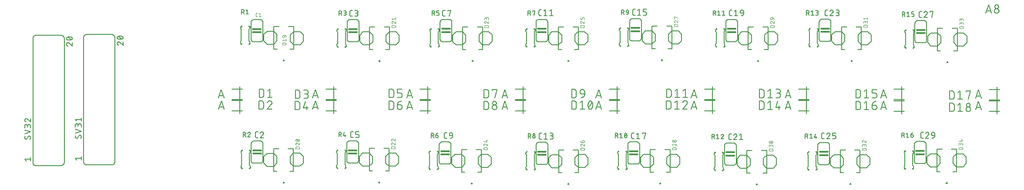
<source format=gbr>
G04 EAGLE Gerber RS-274X export*
G75*
%MOMM*%
%FSLAX34Y34*%
%LPD*%
%INSilkscreen Top*%
%IPPOS*%
%AMOC8*
5,1,8,0,0,1.08239X$1,22.5*%
G01*
%ADD10C,0.152400*%
%ADD11C,0.127000*%
%ADD12C,0.200000*%
%ADD13C,0.076200*%
%ADD14C,0.304800*%
%ADD15C,0.015238*%


D10*
X1580896Y160782D02*
X1580896Y177038D01*
X1585412Y177038D01*
X1585543Y177036D01*
X1585675Y177030D01*
X1585806Y177021D01*
X1585936Y177007D01*
X1586067Y176990D01*
X1586196Y176969D01*
X1586325Y176945D01*
X1586453Y176916D01*
X1586581Y176884D01*
X1586707Y176848D01*
X1586832Y176809D01*
X1586957Y176766D01*
X1587079Y176719D01*
X1587201Y176669D01*
X1587321Y176615D01*
X1587439Y176558D01*
X1587555Y176497D01*
X1587670Y176433D01*
X1587783Y176366D01*
X1587894Y176295D01*
X1588002Y176221D01*
X1588109Y176144D01*
X1588213Y176064D01*
X1588315Y175981D01*
X1588414Y175896D01*
X1588511Y175807D01*
X1588605Y175715D01*
X1588697Y175621D01*
X1588786Y175524D01*
X1588871Y175425D01*
X1588954Y175323D01*
X1589034Y175219D01*
X1589111Y175112D01*
X1589185Y175004D01*
X1589256Y174893D01*
X1589323Y174780D01*
X1589387Y174665D01*
X1589448Y174549D01*
X1589505Y174431D01*
X1589559Y174311D01*
X1589609Y174189D01*
X1589656Y174067D01*
X1589699Y173942D01*
X1589738Y173817D01*
X1589774Y173691D01*
X1589806Y173563D01*
X1589835Y173435D01*
X1589859Y173306D01*
X1589880Y173177D01*
X1589897Y173046D01*
X1589911Y172916D01*
X1589920Y172785D01*
X1589926Y172653D01*
X1589928Y172522D01*
X1589927Y172522D02*
X1589927Y165298D01*
X1589928Y165298D02*
X1589926Y165167D01*
X1589920Y165035D01*
X1589911Y164904D01*
X1589897Y164774D01*
X1589880Y164643D01*
X1589859Y164514D01*
X1589835Y164385D01*
X1589806Y164257D01*
X1589774Y164129D01*
X1589738Y164003D01*
X1589699Y163878D01*
X1589656Y163753D01*
X1589609Y163631D01*
X1589559Y163509D01*
X1589505Y163389D01*
X1589448Y163271D01*
X1589387Y163155D01*
X1589323Y163040D01*
X1589256Y162927D01*
X1589185Y162816D01*
X1589111Y162708D01*
X1589034Y162601D01*
X1588954Y162497D01*
X1588871Y162395D01*
X1588786Y162296D01*
X1588697Y162199D01*
X1588605Y162105D01*
X1588511Y162013D01*
X1588414Y161924D01*
X1588315Y161839D01*
X1588213Y161756D01*
X1588109Y161676D01*
X1588002Y161599D01*
X1587894Y161525D01*
X1587783Y161454D01*
X1587670Y161387D01*
X1587555Y161323D01*
X1587439Y161262D01*
X1587321Y161205D01*
X1587201Y161151D01*
X1587079Y161101D01*
X1586957Y161054D01*
X1586832Y161011D01*
X1586707Y160972D01*
X1586581Y160936D01*
X1586453Y160904D01*
X1586325Y160875D01*
X1586196Y160851D01*
X1586066Y160830D01*
X1585936Y160813D01*
X1585806Y160799D01*
X1585675Y160790D01*
X1585543Y160784D01*
X1585412Y160782D01*
X1580896Y160782D01*
X1597048Y173426D02*
X1601564Y177038D01*
X1601564Y160782D01*
X1606079Y160782D02*
X1597048Y160782D01*
X1612680Y175232D02*
X1612680Y177038D01*
X1621711Y177038D01*
X1617195Y160782D01*
X1580896Y153162D02*
X1580896Y136906D01*
X1580896Y153162D02*
X1585412Y153162D01*
X1585543Y153160D01*
X1585675Y153154D01*
X1585806Y153145D01*
X1585936Y153131D01*
X1586067Y153114D01*
X1586196Y153093D01*
X1586325Y153069D01*
X1586453Y153040D01*
X1586581Y153008D01*
X1586707Y152972D01*
X1586832Y152933D01*
X1586957Y152890D01*
X1587079Y152843D01*
X1587201Y152793D01*
X1587321Y152739D01*
X1587439Y152682D01*
X1587555Y152621D01*
X1587670Y152557D01*
X1587783Y152490D01*
X1587894Y152419D01*
X1588002Y152345D01*
X1588109Y152268D01*
X1588213Y152188D01*
X1588315Y152105D01*
X1588414Y152020D01*
X1588511Y151931D01*
X1588605Y151839D01*
X1588697Y151745D01*
X1588786Y151648D01*
X1588871Y151549D01*
X1588954Y151447D01*
X1589034Y151343D01*
X1589111Y151236D01*
X1589185Y151128D01*
X1589256Y151017D01*
X1589323Y150904D01*
X1589387Y150789D01*
X1589448Y150673D01*
X1589505Y150555D01*
X1589559Y150435D01*
X1589609Y150313D01*
X1589656Y150191D01*
X1589699Y150066D01*
X1589738Y149941D01*
X1589774Y149815D01*
X1589806Y149687D01*
X1589835Y149559D01*
X1589859Y149430D01*
X1589880Y149301D01*
X1589897Y149170D01*
X1589911Y149040D01*
X1589920Y148909D01*
X1589926Y148777D01*
X1589928Y148646D01*
X1589927Y148646D02*
X1589927Y141422D01*
X1589928Y141422D02*
X1589926Y141291D01*
X1589920Y141159D01*
X1589911Y141028D01*
X1589897Y140898D01*
X1589880Y140767D01*
X1589859Y140638D01*
X1589835Y140509D01*
X1589806Y140381D01*
X1589774Y140253D01*
X1589738Y140127D01*
X1589699Y140002D01*
X1589656Y139877D01*
X1589609Y139755D01*
X1589559Y139633D01*
X1589505Y139513D01*
X1589448Y139395D01*
X1589387Y139279D01*
X1589323Y139164D01*
X1589256Y139051D01*
X1589185Y138940D01*
X1589111Y138832D01*
X1589034Y138725D01*
X1588954Y138621D01*
X1588871Y138519D01*
X1588786Y138420D01*
X1588697Y138323D01*
X1588605Y138229D01*
X1588511Y138137D01*
X1588414Y138048D01*
X1588315Y137963D01*
X1588213Y137880D01*
X1588109Y137800D01*
X1588002Y137723D01*
X1587894Y137649D01*
X1587783Y137578D01*
X1587670Y137511D01*
X1587555Y137447D01*
X1587439Y137386D01*
X1587321Y137329D01*
X1587201Y137275D01*
X1587079Y137225D01*
X1586957Y137178D01*
X1586832Y137135D01*
X1586707Y137096D01*
X1586581Y137060D01*
X1586453Y137028D01*
X1586325Y136999D01*
X1586196Y136975D01*
X1586066Y136954D01*
X1585936Y136937D01*
X1585806Y136923D01*
X1585675Y136914D01*
X1585543Y136908D01*
X1585412Y136906D01*
X1580896Y136906D01*
X1597048Y149550D02*
X1601564Y153162D01*
X1601564Y136906D01*
X1606079Y136906D02*
X1597048Y136906D01*
X1612679Y141422D02*
X1612681Y141555D01*
X1612687Y141687D01*
X1612697Y141819D01*
X1612710Y141951D01*
X1612728Y142083D01*
X1612749Y142213D01*
X1612774Y142344D01*
X1612803Y142473D01*
X1612836Y142601D01*
X1612872Y142729D01*
X1612912Y142855D01*
X1612956Y142980D01*
X1613004Y143104D01*
X1613055Y143226D01*
X1613110Y143347D01*
X1613168Y143466D01*
X1613230Y143584D01*
X1613295Y143699D01*
X1613364Y143813D01*
X1613435Y143924D01*
X1613511Y144033D01*
X1613589Y144140D01*
X1613670Y144245D01*
X1613755Y144347D01*
X1613842Y144447D01*
X1613932Y144544D01*
X1614025Y144639D01*
X1614121Y144730D01*
X1614219Y144819D01*
X1614320Y144905D01*
X1614424Y144988D01*
X1614530Y145068D01*
X1614638Y145144D01*
X1614748Y145218D01*
X1614861Y145288D01*
X1614975Y145355D01*
X1615092Y145418D01*
X1615210Y145478D01*
X1615330Y145535D01*
X1615452Y145588D01*
X1615575Y145637D01*
X1615699Y145683D01*
X1615825Y145725D01*
X1615952Y145763D01*
X1616080Y145798D01*
X1616209Y145829D01*
X1616338Y145856D01*
X1616469Y145879D01*
X1616600Y145899D01*
X1616732Y145914D01*
X1616864Y145926D01*
X1616996Y145934D01*
X1617129Y145938D01*
X1617261Y145938D01*
X1617394Y145934D01*
X1617526Y145926D01*
X1617658Y145914D01*
X1617790Y145899D01*
X1617921Y145879D01*
X1618052Y145856D01*
X1618181Y145829D01*
X1618310Y145798D01*
X1618438Y145763D01*
X1618565Y145725D01*
X1618691Y145683D01*
X1618815Y145637D01*
X1618938Y145588D01*
X1619060Y145535D01*
X1619180Y145478D01*
X1619298Y145418D01*
X1619415Y145355D01*
X1619529Y145288D01*
X1619642Y145218D01*
X1619752Y145144D01*
X1619860Y145068D01*
X1619966Y144988D01*
X1620070Y144905D01*
X1620171Y144819D01*
X1620269Y144730D01*
X1620365Y144639D01*
X1620458Y144544D01*
X1620548Y144447D01*
X1620635Y144347D01*
X1620720Y144245D01*
X1620801Y144140D01*
X1620879Y144033D01*
X1620955Y143924D01*
X1621026Y143813D01*
X1621095Y143699D01*
X1621160Y143584D01*
X1621222Y143466D01*
X1621280Y143347D01*
X1621335Y143226D01*
X1621386Y143104D01*
X1621434Y142980D01*
X1621478Y142855D01*
X1621518Y142729D01*
X1621554Y142601D01*
X1621587Y142473D01*
X1621616Y142344D01*
X1621641Y142213D01*
X1621662Y142083D01*
X1621680Y141951D01*
X1621693Y141819D01*
X1621703Y141687D01*
X1621709Y141555D01*
X1621711Y141422D01*
X1621709Y141289D01*
X1621703Y141157D01*
X1621693Y141025D01*
X1621680Y140893D01*
X1621662Y140761D01*
X1621641Y140631D01*
X1621616Y140500D01*
X1621587Y140371D01*
X1621554Y140243D01*
X1621518Y140115D01*
X1621478Y139989D01*
X1621434Y139864D01*
X1621386Y139740D01*
X1621335Y139618D01*
X1621280Y139497D01*
X1621222Y139378D01*
X1621160Y139260D01*
X1621095Y139145D01*
X1621026Y139031D01*
X1620955Y138920D01*
X1620879Y138811D01*
X1620801Y138704D01*
X1620720Y138599D01*
X1620635Y138497D01*
X1620548Y138397D01*
X1620458Y138300D01*
X1620365Y138205D01*
X1620269Y138114D01*
X1620171Y138025D01*
X1620070Y137939D01*
X1619966Y137856D01*
X1619860Y137776D01*
X1619752Y137700D01*
X1619642Y137626D01*
X1619529Y137556D01*
X1619415Y137489D01*
X1619298Y137426D01*
X1619180Y137366D01*
X1619060Y137309D01*
X1618938Y137256D01*
X1618815Y137207D01*
X1618691Y137161D01*
X1618565Y137119D01*
X1618438Y137081D01*
X1618310Y137046D01*
X1618181Y137015D01*
X1618052Y136988D01*
X1617921Y136965D01*
X1617790Y136945D01*
X1617658Y136930D01*
X1617526Y136918D01*
X1617394Y136910D01*
X1617261Y136906D01*
X1617129Y136906D01*
X1616996Y136910D01*
X1616864Y136918D01*
X1616732Y136930D01*
X1616600Y136945D01*
X1616469Y136965D01*
X1616338Y136988D01*
X1616209Y137015D01*
X1616080Y137046D01*
X1615952Y137081D01*
X1615825Y137119D01*
X1615699Y137161D01*
X1615575Y137207D01*
X1615452Y137256D01*
X1615330Y137309D01*
X1615210Y137366D01*
X1615092Y137426D01*
X1614975Y137489D01*
X1614861Y137556D01*
X1614748Y137626D01*
X1614638Y137700D01*
X1614530Y137776D01*
X1614424Y137856D01*
X1614320Y137939D01*
X1614219Y138025D01*
X1614121Y138114D01*
X1614025Y138205D01*
X1613932Y138300D01*
X1613842Y138397D01*
X1613755Y138497D01*
X1613670Y138599D01*
X1613589Y138704D01*
X1613511Y138811D01*
X1613435Y138920D01*
X1613364Y139031D01*
X1613295Y139145D01*
X1613230Y139260D01*
X1613168Y139378D01*
X1613110Y139497D01*
X1613055Y139618D01*
X1613004Y139740D01*
X1612956Y139864D01*
X1612912Y139989D01*
X1612872Y140115D01*
X1612836Y140243D01*
X1612803Y140371D01*
X1612774Y140500D01*
X1612749Y140631D01*
X1612728Y140761D01*
X1612710Y140893D01*
X1612697Y141025D01*
X1612687Y141157D01*
X1612681Y141289D01*
X1612679Y141422D01*
X1613583Y149550D02*
X1613585Y149669D01*
X1613591Y149789D01*
X1613601Y149908D01*
X1613615Y150026D01*
X1613632Y150145D01*
X1613654Y150262D01*
X1613679Y150379D01*
X1613709Y150494D01*
X1613742Y150609D01*
X1613779Y150723D01*
X1613819Y150835D01*
X1613864Y150946D01*
X1613912Y151055D01*
X1613963Y151163D01*
X1614018Y151269D01*
X1614077Y151373D01*
X1614139Y151475D01*
X1614204Y151575D01*
X1614273Y151673D01*
X1614345Y151769D01*
X1614420Y151862D01*
X1614497Y151952D01*
X1614578Y152040D01*
X1614662Y152125D01*
X1614749Y152207D01*
X1614838Y152287D01*
X1614930Y152363D01*
X1615024Y152437D01*
X1615121Y152507D01*
X1615219Y152574D01*
X1615320Y152638D01*
X1615424Y152698D01*
X1615529Y152755D01*
X1615636Y152808D01*
X1615744Y152858D01*
X1615854Y152904D01*
X1615966Y152946D01*
X1616079Y152985D01*
X1616193Y153020D01*
X1616308Y153051D01*
X1616425Y153079D01*
X1616542Y153102D01*
X1616659Y153122D01*
X1616778Y153138D01*
X1616897Y153150D01*
X1617016Y153158D01*
X1617135Y153162D01*
X1617255Y153162D01*
X1617374Y153158D01*
X1617493Y153150D01*
X1617612Y153138D01*
X1617731Y153122D01*
X1617848Y153102D01*
X1617965Y153079D01*
X1618082Y153051D01*
X1618197Y153020D01*
X1618311Y152985D01*
X1618424Y152946D01*
X1618536Y152904D01*
X1618646Y152858D01*
X1618754Y152808D01*
X1618861Y152755D01*
X1618966Y152698D01*
X1619070Y152638D01*
X1619171Y152574D01*
X1619269Y152507D01*
X1619366Y152437D01*
X1619460Y152363D01*
X1619552Y152287D01*
X1619641Y152207D01*
X1619728Y152125D01*
X1619812Y152040D01*
X1619893Y151952D01*
X1619970Y151862D01*
X1620045Y151769D01*
X1620117Y151673D01*
X1620186Y151575D01*
X1620251Y151475D01*
X1620313Y151373D01*
X1620372Y151269D01*
X1620427Y151163D01*
X1620478Y151055D01*
X1620526Y150946D01*
X1620571Y150835D01*
X1620611Y150723D01*
X1620648Y150609D01*
X1620681Y150494D01*
X1620711Y150379D01*
X1620736Y150262D01*
X1620758Y150145D01*
X1620775Y150026D01*
X1620789Y149908D01*
X1620799Y149789D01*
X1620805Y149669D01*
X1620807Y149550D01*
X1620805Y149431D01*
X1620799Y149311D01*
X1620789Y149192D01*
X1620775Y149074D01*
X1620758Y148955D01*
X1620736Y148838D01*
X1620711Y148721D01*
X1620681Y148606D01*
X1620648Y148491D01*
X1620611Y148377D01*
X1620571Y148265D01*
X1620526Y148154D01*
X1620478Y148045D01*
X1620427Y147937D01*
X1620372Y147831D01*
X1620313Y147727D01*
X1620251Y147625D01*
X1620186Y147525D01*
X1620117Y147427D01*
X1620045Y147331D01*
X1619970Y147238D01*
X1619893Y147148D01*
X1619812Y147060D01*
X1619728Y146975D01*
X1619641Y146893D01*
X1619552Y146813D01*
X1619460Y146737D01*
X1619366Y146663D01*
X1619269Y146593D01*
X1619171Y146526D01*
X1619070Y146462D01*
X1618966Y146402D01*
X1618861Y146345D01*
X1618754Y146292D01*
X1618646Y146242D01*
X1618536Y146196D01*
X1618424Y146154D01*
X1618311Y146115D01*
X1618197Y146080D01*
X1618082Y146049D01*
X1617965Y146021D01*
X1617848Y145998D01*
X1617731Y145978D01*
X1617612Y145962D01*
X1617493Y145950D01*
X1617374Y145942D01*
X1617255Y145938D01*
X1617135Y145938D01*
X1617016Y145942D01*
X1616897Y145950D01*
X1616778Y145962D01*
X1616659Y145978D01*
X1616542Y145998D01*
X1616425Y146021D01*
X1616308Y146049D01*
X1616193Y146080D01*
X1616079Y146115D01*
X1615966Y146154D01*
X1615854Y146196D01*
X1615744Y146242D01*
X1615636Y146292D01*
X1615529Y146345D01*
X1615424Y146402D01*
X1615320Y146462D01*
X1615219Y146526D01*
X1615121Y146593D01*
X1615024Y146663D01*
X1614930Y146737D01*
X1614838Y146813D01*
X1614749Y146893D01*
X1614662Y146975D01*
X1614578Y147060D01*
X1614497Y147148D01*
X1614420Y147238D01*
X1614345Y147331D01*
X1614273Y147427D01*
X1614204Y147525D01*
X1614139Y147625D01*
X1614077Y147727D01*
X1614018Y147831D01*
X1613963Y147937D01*
X1613912Y148045D01*
X1613864Y148154D01*
X1613819Y148265D01*
X1613779Y148377D01*
X1613742Y148491D01*
X1613709Y148606D01*
X1613679Y148721D01*
X1613654Y148838D01*
X1613632Y148955D01*
X1613615Y149074D01*
X1613601Y149192D01*
X1613591Y149311D01*
X1613585Y149431D01*
X1613583Y149550D01*
X1651508Y328422D02*
X1656927Y344678D01*
X1662345Y328422D01*
X1660991Y332486D02*
X1652863Y332486D01*
X1668042Y332938D02*
X1668044Y333071D01*
X1668050Y333203D01*
X1668060Y333335D01*
X1668073Y333467D01*
X1668091Y333599D01*
X1668112Y333729D01*
X1668137Y333860D01*
X1668166Y333989D01*
X1668199Y334117D01*
X1668235Y334245D01*
X1668275Y334371D01*
X1668319Y334496D01*
X1668367Y334620D01*
X1668418Y334742D01*
X1668473Y334863D01*
X1668531Y334982D01*
X1668593Y335100D01*
X1668658Y335215D01*
X1668727Y335329D01*
X1668798Y335440D01*
X1668874Y335549D01*
X1668952Y335656D01*
X1669033Y335761D01*
X1669118Y335863D01*
X1669205Y335963D01*
X1669295Y336060D01*
X1669388Y336155D01*
X1669484Y336246D01*
X1669582Y336335D01*
X1669683Y336421D01*
X1669787Y336504D01*
X1669893Y336584D01*
X1670001Y336660D01*
X1670111Y336734D01*
X1670224Y336804D01*
X1670338Y336871D01*
X1670455Y336934D01*
X1670573Y336994D01*
X1670693Y337051D01*
X1670815Y337104D01*
X1670938Y337153D01*
X1671062Y337199D01*
X1671188Y337241D01*
X1671315Y337279D01*
X1671443Y337314D01*
X1671572Y337345D01*
X1671701Y337372D01*
X1671832Y337395D01*
X1671963Y337415D01*
X1672095Y337430D01*
X1672227Y337442D01*
X1672359Y337450D01*
X1672492Y337454D01*
X1672624Y337454D01*
X1672757Y337450D01*
X1672889Y337442D01*
X1673021Y337430D01*
X1673153Y337415D01*
X1673284Y337395D01*
X1673415Y337372D01*
X1673544Y337345D01*
X1673673Y337314D01*
X1673801Y337279D01*
X1673928Y337241D01*
X1674054Y337199D01*
X1674178Y337153D01*
X1674301Y337104D01*
X1674423Y337051D01*
X1674543Y336994D01*
X1674661Y336934D01*
X1674778Y336871D01*
X1674892Y336804D01*
X1675005Y336734D01*
X1675115Y336660D01*
X1675223Y336584D01*
X1675329Y336504D01*
X1675433Y336421D01*
X1675534Y336335D01*
X1675632Y336246D01*
X1675728Y336155D01*
X1675821Y336060D01*
X1675911Y335963D01*
X1675998Y335863D01*
X1676083Y335761D01*
X1676164Y335656D01*
X1676242Y335549D01*
X1676318Y335440D01*
X1676389Y335329D01*
X1676458Y335215D01*
X1676523Y335100D01*
X1676585Y334982D01*
X1676643Y334863D01*
X1676698Y334742D01*
X1676749Y334620D01*
X1676797Y334496D01*
X1676841Y334371D01*
X1676881Y334245D01*
X1676917Y334117D01*
X1676950Y333989D01*
X1676979Y333860D01*
X1677004Y333729D01*
X1677025Y333599D01*
X1677043Y333467D01*
X1677056Y333335D01*
X1677066Y333203D01*
X1677072Y333071D01*
X1677074Y332938D01*
X1677072Y332805D01*
X1677066Y332673D01*
X1677056Y332541D01*
X1677043Y332409D01*
X1677025Y332277D01*
X1677004Y332147D01*
X1676979Y332016D01*
X1676950Y331887D01*
X1676917Y331759D01*
X1676881Y331631D01*
X1676841Y331505D01*
X1676797Y331380D01*
X1676749Y331256D01*
X1676698Y331134D01*
X1676643Y331013D01*
X1676585Y330894D01*
X1676523Y330776D01*
X1676458Y330661D01*
X1676389Y330547D01*
X1676318Y330436D01*
X1676242Y330327D01*
X1676164Y330220D01*
X1676083Y330115D01*
X1675998Y330013D01*
X1675911Y329913D01*
X1675821Y329816D01*
X1675728Y329721D01*
X1675632Y329630D01*
X1675534Y329541D01*
X1675433Y329455D01*
X1675329Y329372D01*
X1675223Y329292D01*
X1675115Y329216D01*
X1675005Y329142D01*
X1674892Y329072D01*
X1674778Y329005D01*
X1674661Y328942D01*
X1674543Y328882D01*
X1674423Y328825D01*
X1674301Y328772D01*
X1674178Y328723D01*
X1674054Y328677D01*
X1673928Y328635D01*
X1673801Y328597D01*
X1673673Y328562D01*
X1673544Y328531D01*
X1673415Y328504D01*
X1673284Y328481D01*
X1673153Y328461D01*
X1673021Y328446D01*
X1672889Y328434D01*
X1672757Y328426D01*
X1672624Y328422D01*
X1672492Y328422D01*
X1672359Y328426D01*
X1672227Y328434D01*
X1672095Y328446D01*
X1671963Y328461D01*
X1671832Y328481D01*
X1671701Y328504D01*
X1671572Y328531D01*
X1671443Y328562D01*
X1671315Y328597D01*
X1671188Y328635D01*
X1671062Y328677D01*
X1670938Y328723D01*
X1670815Y328772D01*
X1670693Y328825D01*
X1670573Y328882D01*
X1670455Y328942D01*
X1670338Y329005D01*
X1670224Y329072D01*
X1670111Y329142D01*
X1670001Y329216D01*
X1669893Y329292D01*
X1669787Y329372D01*
X1669683Y329455D01*
X1669582Y329541D01*
X1669484Y329630D01*
X1669388Y329721D01*
X1669295Y329816D01*
X1669205Y329913D01*
X1669118Y330013D01*
X1669033Y330115D01*
X1668952Y330220D01*
X1668874Y330327D01*
X1668798Y330436D01*
X1668727Y330547D01*
X1668658Y330661D01*
X1668593Y330776D01*
X1668531Y330894D01*
X1668473Y331013D01*
X1668418Y331134D01*
X1668367Y331256D01*
X1668319Y331380D01*
X1668275Y331505D01*
X1668235Y331631D01*
X1668199Y331759D01*
X1668166Y331887D01*
X1668137Y332016D01*
X1668112Y332147D01*
X1668091Y332277D01*
X1668073Y332409D01*
X1668060Y332541D01*
X1668050Y332673D01*
X1668044Y332805D01*
X1668042Y332938D01*
X1668946Y341066D02*
X1668948Y341185D01*
X1668954Y341305D01*
X1668964Y341424D01*
X1668978Y341542D01*
X1668995Y341661D01*
X1669017Y341778D01*
X1669042Y341895D01*
X1669072Y342010D01*
X1669105Y342125D01*
X1669142Y342239D01*
X1669182Y342351D01*
X1669227Y342462D01*
X1669275Y342571D01*
X1669326Y342679D01*
X1669381Y342785D01*
X1669440Y342889D01*
X1669502Y342991D01*
X1669567Y343091D01*
X1669636Y343189D01*
X1669708Y343285D01*
X1669783Y343378D01*
X1669860Y343468D01*
X1669941Y343556D01*
X1670025Y343641D01*
X1670112Y343723D01*
X1670201Y343803D01*
X1670293Y343879D01*
X1670387Y343953D01*
X1670484Y344023D01*
X1670582Y344090D01*
X1670683Y344154D01*
X1670787Y344214D01*
X1670892Y344271D01*
X1670999Y344324D01*
X1671107Y344374D01*
X1671217Y344420D01*
X1671329Y344462D01*
X1671442Y344501D01*
X1671556Y344536D01*
X1671671Y344567D01*
X1671788Y344595D01*
X1671905Y344618D01*
X1672022Y344638D01*
X1672141Y344654D01*
X1672260Y344666D01*
X1672379Y344674D01*
X1672498Y344678D01*
X1672618Y344678D01*
X1672737Y344674D01*
X1672856Y344666D01*
X1672975Y344654D01*
X1673094Y344638D01*
X1673211Y344618D01*
X1673328Y344595D01*
X1673445Y344567D01*
X1673560Y344536D01*
X1673674Y344501D01*
X1673787Y344462D01*
X1673899Y344420D01*
X1674009Y344374D01*
X1674117Y344324D01*
X1674224Y344271D01*
X1674329Y344214D01*
X1674433Y344154D01*
X1674534Y344090D01*
X1674632Y344023D01*
X1674729Y343953D01*
X1674823Y343879D01*
X1674915Y343803D01*
X1675004Y343723D01*
X1675091Y343641D01*
X1675175Y343556D01*
X1675256Y343468D01*
X1675333Y343378D01*
X1675408Y343285D01*
X1675480Y343189D01*
X1675549Y343091D01*
X1675614Y342991D01*
X1675676Y342889D01*
X1675735Y342785D01*
X1675790Y342679D01*
X1675841Y342571D01*
X1675889Y342462D01*
X1675934Y342351D01*
X1675974Y342239D01*
X1676011Y342125D01*
X1676044Y342010D01*
X1676074Y341895D01*
X1676099Y341778D01*
X1676121Y341661D01*
X1676138Y341542D01*
X1676152Y341424D01*
X1676162Y341305D01*
X1676168Y341185D01*
X1676170Y341066D01*
X1676168Y340947D01*
X1676162Y340827D01*
X1676152Y340708D01*
X1676138Y340590D01*
X1676121Y340471D01*
X1676099Y340354D01*
X1676074Y340237D01*
X1676044Y340122D01*
X1676011Y340007D01*
X1675974Y339893D01*
X1675934Y339781D01*
X1675889Y339670D01*
X1675841Y339561D01*
X1675790Y339453D01*
X1675735Y339347D01*
X1675676Y339243D01*
X1675614Y339141D01*
X1675549Y339041D01*
X1675480Y338943D01*
X1675408Y338847D01*
X1675333Y338754D01*
X1675256Y338664D01*
X1675175Y338576D01*
X1675091Y338491D01*
X1675004Y338409D01*
X1674915Y338329D01*
X1674823Y338253D01*
X1674729Y338179D01*
X1674632Y338109D01*
X1674534Y338042D01*
X1674433Y337978D01*
X1674329Y337918D01*
X1674224Y337861D01*
X1674117Y337808D01*
X1674009Y337758D01*
X1673899Y337712D01*
X1673787Y337670D01*
X1673674Y337631D01*
X1673560Y337596D01*
X1673445Y337565D01*
X1673328Y337537D01*
X1673211Y337514D01*
X1673094Y337494D01*
X1672975Y337478D01*
X1672856Y337466D01*
X1672737Y337458D01*
X1672618Y337454D01*
X1672498Y337454D01*
X1672379Y337458D01*
X1672260Y337466D01*
X1672141Y337478D01*
X1672022Y337494D01*
X1671905Y337514D01*
X1671788Y337537D01*
X1671671Y337565D01*
X1671556Y337596D01*
X1671442Y337631D01*
X1671329Y337670D01*
X1671217Y337712D01*
X1671107Y337758D01*
X1670999Y337808D01*
X1670892Y337861D01*
X1670787Y337918D01*
X1670683Y337978D01*
X1670582Y338042D01*
X1670484Y338109D01*
X1670387Y338179D01*
X1670293Y338253D01*
X1670201Y338329D01*
X1670112Y338409D01*
X1670025Y338491D01*
X1669941Y338576D01*
X1669860Y338664D01*
X1669783Y338754D01*
X1669708Y338847D01*
X1669636Y338943D01*
X1669567Y339041D01*
X1669502Y339141D01*
X1669440Y339243D01*
X1669381Y339347D01*
X1669326Y339453D01*
X1669275Y339561D01*
X1669227Y339670D01*
X1669182Y339781D01*
X1669142Y339893D01*
X1669105Y340007D01*
X1669072Y340122D01*
X1669042Y340237D01*
X1669017Y340354D01*
X1668995Y340471D01*
X1668978Y340590D01*
X1668964Y340708D01*
X1668954Y340827D01*
X1668948Y340947D01*
X1668946Y341066D01*
D11*
X199644Y185674D02*
X199644Y155194D01*
X204724Y160274D02*
X184404Y160274D01*
X184404Y180594D02*
X204724Y180594D01*
D10*
X163915Y179832D02*
X158496Y163576D01*
X169333Y163576D02*
X163915Y179832D01*
X167979Y167640D02*
X159851Y167640D01*
X237744Y164338D02*
X237744Y180594D01*
X242260Y180594D01*
X242391Y180592D01*
X242523Y180586D01*
X242654Y180577D01*
X242784Y180563D01*
X242915Y180546D01*
X243044Y180525D01*
X243173Y180501D01*
X243301Y180472D01*
X243429Y180440D01*
X243555Y180404D01*
X243680Y180365D01*
X243805Y180322D01*
X243927Y180275D01*
X244049Y180225D01*
X244169Y180171D01*
X244287Y180114D01*
X244403Y180053D01*
X244518Y179989D01*
X244631Y179922D01*
X244742Y179851D01*
X244850Y179777D01*
X244957Y179700D01*
X245061Y179620D01*
X245163Y179537D01*
X245262Y179452D01*
X245359Y179363D01*
X245453Y179271D01*
X245545Y179177D01*
X245634Y179080D01*
X245719Y178981D01*
X245802Y178879D01*
X245882Y178775D01*
X245959Y178668D01*
X246033Y178560D01*
X246104Y178449D01*
X246171Y178336D01*
X246235Y178221D01*
X246296Y178105D01*
X246353Y177987D01*
X246407Y177867D01*
X246457Y177745D01*
X246504Y177623D01*
X246547Y177498D01*
X246586Y177373D01*
X246622Y177247D01*
X246654Y177119D01*
X246683Y176991D01*
X246707Y176862D01*
X246728Y176733D01*
X246745Y176602D01*
X246759Y176472D01*
X246768Y176341D01*
X246774Y176209D01*
X246776Y176078D01*
X246775Y176078D02*
X246775Y168854D01*
X246776Y168854D02*
X246774Y168723D01*
X246768Y168591D01*
X246759Y168460D01*
X246745Y168330D01*
X246728Y168199D01*
X246707Y168070D01*
X246683Y167941D01*
X246654Y167813D01*
X246622Y167685D01*
X246586Y167559D01*
X246547Y167434D01*
X246504Y167309D01*
X246457Y167187D01*
X246407Y167065D01*
X246353Y166945D01*
X246296Y166827D01*
X246235Y166711D01*
X246171Y166596D01*
X246104Y166483D01*
X246033Y166372D01*
X245959Y166264D01*
X245882Y166157D01*
X245802Y166053D01*
X245719Y165951D01*
X245634Y165852D01*
X245545Y165755D01*
X245453Y165661D01*
X245359Y165569D01*
X245262Y165480D01*
X245163Y165395D01*
X245061Y165312D01*
X244957Y165232D01*
X244850Y165155D01*
X244742Y165081D01*
X244631Y165010D01*
X244518Y164943D01*
X244403Y164879D01*
X244287Y164818D01*
X244169Y164761D01*
X244049Y164707D01*
X243927Y164657D01*
X243805Y164610D01*
X243680Y164567D01*
X243555Y164528D01*
X243429Y164492D01*
X243301Y164460D01*
X243173Y164431D01*
X243044Y164407D01*
X242914Y164386D01*
X242784Y164369D01*
X242654Y164355D01*
X242523Y164346D01*
X242391Y164340D01*
X242260Y164338D01*
X237744Y164338D01*
X253896Y176982D02*
X258412Y180594D01*
X258412Y164338D01*
X262927Y164338D02*
X253896Y164338D01*
D11*
X199898Y163576D02*
X199898Y133096D01*
X204978Y138176D02*
X184658Y138176D01*
X184658Y158496D02*
X204978Y158496D01*
D10*
X164169Y157734D02*
X158750Y141478D01*
X169587Y141478D02*
X164169Y157734D01*
X168233Y145542D02*
X160105Y145542D01*
X237236Y141478D02*
X237236Y157734D01*
X241752Y157734D01*
X241883Y157732D01*
X242015Y157726D01*
X242146Y157717D01*
X242276Y157703D01*
X242407Y157686D01*
X242536Y157665D01*
X242665Y157641D01*
X242793Y157612D01*
X242921Y157580D01*
X243047Y157544D01*
X243172Y157505D01*
X243297Y157462D01*
X243419Y157415D01*
X243541Y157365D01*
X243661Y157311D01*
X243779Y157254D01*
X243895Y157193D01*
X244010Y157129D01*
X244123Y157062D01*
X244234Y156991D01*
X244342Y156917D01*
X244449Y156840D01*
X244553Y156760D01*
X244655Y156677D01*
X244754Y156592D01*
X244851Y156503D01*
X244945Y156411D01*
X245037Y156317D01*
X245126Y156220D01*
X245211Y156121D01*
X245294Y156019D01*
X245374Y155915D01*
X245451Y155808D01*
X245525Y155700D01*
X245596Y155589D01*
X245663Y155476D01*
X245727Y155361D01*
X245788Y155245D01*
X245845Y155127D01*
X245899Y155007D01*
X245949Y154885D01*
X245996Y154763D01*
X246039Y154638D01*
X246078Y154513D01*
X246114Y154387D01*
X246146Y154259D01*
X246175Y154131D01*
X246199Y154002D01*
X246220Y153873D01*
X246237Y153742D01*
X246251Y153612D01*
X246260Y153481D01*
X246266Y153349D01*
X246268Y153218D01*
X246267Y153218D02*
X246267Y145994D01*
X246268Y145994D02*
X246266Y145863D01*
X246260Y145731D01*
X246251Y145600D01*
X246237Y145470D01*
X246220Y145339D01*
X246199Y145210D01*
X246175Y145081D01*
X246146Y144953D01*
X246114Y144825D01*
X246078Y144699D01*
X246039Y144574D01*
X245996Y144449D01*
X245949Y144327D01*
X245899Y144205D01*
X245845Y144085D01*
X245788Y143967D01*
X245727Y143851D01*
X245663Y143736D01*
X245596Y143623D01*
X245525Y143512D01*
X245451Y143404D01*
X245374Y143297D01*
X245294Y143193D01*
X245211Y143091D01*
X245126Y142992D01*
X245037Y142895D01*
X244945Y142801D01*
X244851Y142709D01*
X244754Y142620D01*
X244655Y142535D01*
X244553Y142452D01*
X244449Y142372D01*
X244342Y142295D01*
X244234Y142221D01*
X244123Y142150D01*
X244010Y142083D01*
X243895Y142019D01*
X243779Y141958D01*
X243661Y141901D01*
X243541Y141847D01*
X243419Y141797D01*
X243297Y141750D01*
X243172Y141707D01*
X243047Y141668D01*
X242921Y141632D01*
X242793Y141600D01*
X242665Y141571D01*
X242536Y141547D01*
X242406Y141526D01*
X242276Y141509D01*
X242146Y141495D01*
X242015Y141486D01*
X241883Y141480D01*
X241752Y141478D01*
X237236Y141478D01*
X258355Y157734D02*
X258480Y157732D01*
X258605Y157726D01*
X258730Y157717D01*
X258854Y157703D01*
X258978Y157686D01*
X259102Y157665D01*
X259224Y157640D01*
X259346Y157611D01*
X259467Y157579D01*
X259587Y157543D01*
X259706Y157503D01*
X259823Y157460D01*
X259939Y157413D01*
X260054Y157362D01*
X260166Y157308D01*
X260278Y157250D01*
X260387Y157190D01*
X260494Y157125D01*
X260600Y157058D01*
X260703Y156987D01*
X260804Y156913D01*
X260903Y156836D01*
X260999Y156756D01*
X261093Y156673D01*
X261184Y156588D01*
X261273Y156499D01*
X261358Y156408D01*
X261441Y156314D01*
X261521Y156218D01*
X261598Y156119D01*
X261672Y156018D01*
X261743Y155915D01*
X261810Y155809D01*
X261875Y155702D01*
X261935Y155593D01*
X261993Y155481D01*
X262047Y155369D01*
X262098Y155254D01*
X262145Y155138D01*
X262188Y155021D01*
X262228Y154902D01*
X262264Y154782D01*
X262296Y154661D01*
X262325Y154539D01*
X262350Y154417D01*
X262371Y154293D01*
X262388Y154169D01*
X262402Y154045D01*
X262411Y153920D01*
X262417Y153795D01*
X262419Y153670D01*
X258355Y157734D02*
X258212Y157732D01*
X258070Y157726D01*
X257927Y157716D01*
X257785Y157703D01*
X257644Y157685D01*
X257502Y157664D01*
X257362Y157639D01*
X257222Y157610D01*
X257083Y157577D01*
X256945Y157540D01*
X256808Y157500D01*
X256673Y157456D01*
X256538Y157408D01*
X256405Y157356D01*
X256273Y157301D01*
X256143Y157242D01*
X256015Y157180D01*
X255888Y157114D01*
X255763Y157045D01*
X255640Y156973D01*
X255520Y156897D01*
X255401Y156818D01*
X255284Y156735D01*
X255170Y156650D01*
X255058Y156561D01*
X254949Y156470D01*
X254842Y156375D01*
X254737Y156278D01*
X254636Y156177D01*
X254537Y156074D01*
X254441Y155969D01*
X254348Y155860D01*
X254258Y155749D01*
X254171Y155636D01*
X254087Y155521D01*
X254007Y155403D01*
X253929Y155283D01*
X253855Y155161D01*
X253785Y155037D01*
X253717Y154911D01*
X253654Y154783D01*
X253593Y154654D01*
X253536Y154523D01*
X253483Y154391D01*
X253434Y154257D01*
X253388Y154122D01*
X261064Y150509D02*
X261158Y150601D01*
X261248Y150695D01*
X261336Y150792D01*
X261421Y150892D01*
X261503Y150994D01*
X261582Y151099D01*
X261657Y151206D01*
X261729Y151315D01*
X261798Y151426D01*
X261864Y151540D01*
X261926Y151655D01*
X261985Y151772D01*
X262040Y151891D01*
X262091Y152011D01*
X262139Y152133D01*
X262184Y152256D01*
X262224Y152380D01*
X262261Y152506D01*
X262294Y152633D01*
X262323Y152760D01*
X262349Y152889D01*
X262370Y153018D01*
X262388Y153148D01*
X262401Y153278D01*
X262411Y153408D01*
X262417Y153539D01*
X262419Y153670D01*
X261065Y150509D02*
X253388Y141478D01*
X262419Y141478D01*
D11*
X382778Y154940D02*
X382778Y185420D01*
X387858Y160020D02*
X367538Y160020D01*
X367538Y180340D02*
X387858Y180340D01*
D10*
X347049Y179578D02*
X341630Y163322D01*
X352467Y163322D02*
X347049Y179578D01*
X351113Y167386D02*
X342985Y167386D01*
X308102Y162306D02*
X308102Y178562D01*
X312618Y178562D01*
X312749Y178560D01*
X312881Y178554D01*
X313012Y178545D01*
X313142Y178531D01*
X313273Y178514D01*
X313402Y178493D01*
X313531Y178469D01*
X313659Y178440D01*
X313787Y178408D01*
X313913Y178372D01*
X314038Y178333D01*
X314163Y178290D01*
X314285Y178243D01*
X314407Y178193D01*
X314527Y178139D01*
X314645Y178082D01*
X314761Y178021D01*
X314876Y177957D01*
X314989Y177890D01*
X315100Y177819D01*
X315208Y177745D01*
X315315Y177668D01*
X315419Y177588D01*
X315521Y177505D01*
X315620Y177420D01*
X315717Y177331D01*
X315811Y177239D01*
X315903Y177145D01*
X315992Y177048D01*
X316077Y176949D01*
X316160Y176847D01*
X316240Y176743D01*
X316317Y176636D01*
X316391Y176528D01*
X316462Y176417D01*
X316529Y176304D01*
X316593Y176189D01*
X316654Y176073D01*
X316711Y175955D01*
X316765Y175835D01*
X316815Y175713D01*
X316862Y175591D01*
X316905Y175466D01*
X316944Y175341D01*
X316980Y175215D01*
X317012Y175087D01*
X317041Y174959D01*
X317065Y174830D01*
X317086Y174701D01*
X317103Y174570D01*
X317117Y174440D01*
X317126Y174309D01*
X317132Y174177D01*
X317134Y174046D01*
X317133Y174046D02*
X317133Y166822D01*
X317134Y166822D02*
X317132Y166691D01*
X317126Y166559D01*
X317117Y166428D01*
X317103Y166298D01*
X317086Y166167D01*
X317065Y166038D01*
X317041Y165909D01*
X317012Y165781D01*
X316980Y165653D01*
X316944Y165527D01*
X316905Y165402D01*
X316862Y165277D01*
X316815Y165155D01*
X316765Y165033D01*
X316711Y164913D01*
X316654Y164795D01*
X316593Y164679D01*
X316529Y164564D01*
X316462Y164451D01*
X316391Y164340D01*
X316317Y164232D01*
X316240Y164125D01*
X316160Y164021D01*
X316077Y163919D01*
X315992Y163820D01*
X315903Y163723D01*
X315811Y163629D01*
X315717Y163537D01*
X315620Y163448D01*
X315521Y163363D01*
X315419Y163280D01*
X315315Y163200D01*
X315208Y163123D01*
X315100Y163049D01*
X314989Y162978D01*
X314876Y162911D01*
X314761Y162847D01*
X314645Y162786D01*
X314527Y162729D01*
X314407Y162675D01*
X314285Y162625D01*
X314163Y162578D01*
X314038Y162535D01*
X313913Y162496D01*
X313787Y162460D01*
X313659Y162428D01*
X313531Y162399D01*
X313402Y162375D01*
X313272Y162354D01*
X313142Y162337D01*
X313012Y162323D01*
X312881Y162314D01*
X312749Y162308D01*
X312618Y162306D01*
X308102Y162306D01*
X324254Y162306D02*
X328770Y162306D01*
X328903Y162308D01*
X329035Y162314D01*
X329167Y162324D01*
X329299Y162337D01*
X329431Y162355D01*
X329561Y162376D01*
X329692Y162401D01*
X329821Y162430D01*
X329949Y162463D01*
X330077Y162499D01*
X330203Y162539D01*
X330328Y162583D01*
X330452Y162631D01*
X330574Y162682D01*
X330695Y162737D01*
X330814Y162795D01*
X330932Y162857D01*
X331047Y162922D01*
X331161Y162991D01*
X331272Y163062D01*
X331381Y163138D01*
X331488Y163216D01*
X331593Y163297D01*
X331695Y163382D01*
X331795Y163469D01*
X331892Y163559D01*
X331987Y163652D01*
X332078Y163748D01*
X332167Y163846D01*
X332253Y163947D01*
X332336Y164051D01*
X332416Y164157D01*
X332492Y164265D01*
X332566Y164375D01*
X332636Y164488D01*
X332703Y164602D01*
X332766Y164719D01*
X332826Y164837D01*
X332883Y164957D01*
X332936Y165079D01*
X332985Y165202D01*
X333031Y165326D01*
X333073Y165452D01*
X333111Y165579D01*
X333146Y165707D01*
X333177Y165836D01*
X333204Y165965D01*
X333227Y166096D01*
X333247Y166227D01*
X333262Y166359D01*
X333274Y166491D01*
X333282Y166623D01*
X333286Y166756D01*
X333286Y166888D01*
X333282Y167021D01*
X333274Y167153D01*
X333262Y167285D01*
X333247Y167417D01*
X333227Y167548D01*
X333204Y167679D01*
X333177Y167808D01*
X333146Y167937D01*
X333111Y168065D01*
X333073Y168192D01*
X333031Y168318D01*
X332985Y168442D01*
X332936Y168565D01*
X332883Y168687D01*
X332826Y168807D01*
X332766Y168925D01*
X332703Y169042D01*
X332636Y169156D01*
X332566Y169269D01*
X332492Y169379D01*
X332416Y169487D01*
X332336Y169593D01*
X332253Y169697D01*
X332167Y169798D01*
X332078Y169896D01*
X331987Y169992D01*
X331892Y170085D01*
X331795Y170175D01*
X331695Y170262D01*
X331593Y170347D01*
X331488Y170428D01*
X331381Y170506D01*
X331272Y170582D01*
X331161Y170653D01*
X331047Y170722D01*
X330932Y170787D01*
X330814Y170849D01*
X330695Y170907D01*
X330574Y170962D01*
X330452Y171013D01*
X330328Y171061D01*
X330203Y171105D01*
X330077Y171145D01*
X329949Y171181D01*
X329821Y171214D01*
X329692Y171243D01*
X329561Y171268D01*
X329431Y171289D01*
X329299Y171307D01*
X329167Y171320D01*
X329035Y171330D01*
X328903Y171336D01*
X328770Y171338D01*
X329673Y178562D02*
X324254Y178562D01*
X329673Y178562D02*
X329792Y178560D01*
X329912Y178554D01*
X330031Y178544D01*
X330149Y178530D01*
X330268Y178513D01*
X330385Y178491D01*
X330502Y178466D01*
X330617Y178436D01*
X330732Y178403D01*
X330846Y178366D01*
X330958Y178326D01*
X331069Y178281D01*
X331178Y178233D01*
X331286Y178182D01*
X331392Y178127D01*
X331496Y178068D01*
X331598Y178006D01*
X331698Y177941D01*
X331796Y177872D01*
X331892Y177800D01*
X331985Y177725D01*
X332075Y177648D01*
X332163Y177567D01*
X332248Y177483D01*
X332330Y177396D01*
X332410Y177307D01*
X332486Y177215D01*
X332560Y177121D01*
X332630Y177024D01*
X332697Y176926D01*
X332761Y176825D01*
X332821Y176721D01*
X332878Y176616D01*
X332931Y176509D01*
X332981Y176401D01*
X333027Y176291D01*
X333069Y176179D01*
X333108Y176066D01*
X333143Y175952D01*
X333174Y175837D01*
X333202Y175720D01*
X333225Y175603D01*
X333245Y175486D01*
X333261Y175367D01*
X333273Y175248D01*
X333281Y175129D01*
X333285Y175010D01*
X333285Y174890D01*
X333281Y174771D01*
X333273Y174652D01*
X333261Y174533D01*
X333245Y174414D01*
X333225Y174297D01*
X333202Y174180D01*
X333174Y174063D01*
X333143Y173948D01*
X333108Y173834D01*
X333069Y173721D01*
X333027Y173609D01*
X332981Y173499D01*
X332931Y173391D01*
X332878Y173284D01*
X332821Y173179D01*
X332761Y173075D01*
X332697Y172974D01*
X332630Y172876D01*
X332560Y172779D01*
X332486Y172685D01*
X332410Y172593D01*
X332330Y172504D01*
X332248Y172417D01*
X332163Y172333D01*
X332075Y172252D01*
X331985Y172175D01*
X331892Y172100D01*
X331796Y172028D01*
X331698Y171959D01*
X331598Y171894D01*
X331496Y171832D01*
X331392Y171773D01*
X331286Y171718D01*
X331178Y171667D01*
X331069Y171619D01*
X330958Y171574D01*
X330846Y171534D01*
X330732Y171497D01*
X330617Y171464D01*
X330502Y171434D01*
X330385Y171409D01*
X330268Y171387D01*
X330149Y171370D01*
X330031Y171356D01*
X329912Y171346D01*
X329792Y171340D01*
X329673Y171338D01*
X329673Y171337D02*
X326061Y171337D01*
D11*
X382778Y163322D02*
X382778Y132842D01*
X387858Y137922D02*
X367538Y137922D01*
X367538Y158242D02*
X387858Y158242D01*
D10*
X347049Y157480D02*
X341630Y141224D01*
X352467Y141224D02*
X347049Y157480D01*
X351113Y145288D02*
X342985Y145288D01*
X307848Y140462D02*
X307848Y156718D01*
X312364Y156718D01*
X312495Y156716D01*
X312627Y156710D01*
X312758Y156701D01*
X312888Y156687D01*
X313019Y156670D01*
X313148Y156649D01*
X313277Y156625D01*
X313405Y156596D01*
X313533Y156564D01*
X313659Y156528D01*
X313784Y156489D01*
X313909Y156446D01*
X314031Y156399D01*
X314153Y156349D01*
X314273Y156295D01*
X314391Y156238D01*
X314507Y156177D01*
X314622Y156113D01*
X314735Y156046D01*
X314846Y155975D01*
X314954Y155901D01*
X315061Y155824D01*
X315165Y155744D01*
X315267Y155661D01*
X315366Y155576D01*
X315463Y155487D01*
X315557Y155395D01*
X315649Y155301D01*
X315738Y155204D01*
X315823Y155105D01*
X315906Y155003D01*
X315986Y154899D01*
X316063Y154792D01*
X316137Y154684D01*
X316208Y154573D01*
X316275Y154460D01*
X316339Y154345D01*
X316400Y154229D01*
X316457Y154111D01*
X316511Y153991D01*
X316561Y153869D01*
X316608Y153747D01*
X316651Y153622D01*
X316690Y153497D01*
X316726Y153371D01*
X316758Y153243D01*
X316787Y153115D01*
X316811Y152986D01*
X316832Y152857D01*
X316849Y152726D01*
X316863Y152596D01*
X316872Y152465D01*
X316878Y152333D01*
X316880Y152202D01*
X316879Y152202D02*
X316879Y144978D01*
X316880Y144978D02*
X316878Y144847D01*
X316872Y144715D01*
X316863Y144584D01*
X316849Y144454D01*
X316832Y144323D01*
X316811Y144194D01*
X316787Y144065D01*
X316758Y143937D01*
X316726Y143809D01*
X316690Y143683D01*
X316651Y143558D01*
X316608Y143433D01*
X316561Y143311D01*
X316511Y143189D01*
X316457Y143069D01*
X316400Y142951D01*
X316339Y142835D01*
X316275Y142720D01*
X316208Y142607D01*
X316137Y142496D01*
X316063Y142388D01*
X315986Y142281D01*
X315906Y142177D01*
X315823Y142075D01*
X315738Y141976D01*
X315649Y141879D01*
X315557Y141785D01*
X315463Y141693D01*
X315366Y141604D01*
X315267Y141519D01*
X315165Y141436D01*
X315061Y141356D01*
X314954Y141279D01*
X314846Y141205D01*
X314735Y141134D01*
X314622Y141067D01*
X314507Y141003D01*
X314391Y140942D01*
X314273Y140885D01*
X314153Y140831D01*
X314031Y140781D01*
X313909Y140734D01*
X313784Y140691D01*
X313659Y140652D01*
X313533Y140616D01*
X313405Y140584D01*
X313277Y140555D01*
X313148Y140531D01*
X313018Y140510D01*
X312888Y140493D01*
X312758Y140479D01*
X312627Y140470D01*
X312495Y140464D01*
X312364Y140462D01*
X307848Y140462D01*
X324000Y144074D02*
X327613Y156718D01*
X324000Y144074D02*
X333031Y144074D01*
X330322Y147687D02*
X330322Y140462D01*
D11*
X566166Y155448D02*
X566166Y185928D01*
X571246Y160528D02*
X550926Y160528D01*
X550926Y180848D02*
X571246Y180848D01*
D10*
X530437Y180086D02*
X525018Y163830D01*
X535855Y163830D02*
X530437Y180086D01*
X534501Y167894D02*
X526373Y167894D01*
X490728Y164084D02*
X490728Y180340D01*
X495244Y180340D01*
X495375Y180338D01*
X495507Y180332D01*
X495638Y180323D01*
X495768Y180309D01*
X495899Y180292D01*
X496028Y180271D01*
X496157Y180247D01*
X496285Y180218D01*
X496413Y180186D01*
X496539Y180150D01*
X496664Y180111D01*
X496789Y180068D01*
X496911Y180021D01*
X497033Y179971D01*
X497153Y179917D01*
X497271Y179860D01*
X497387Y179799D01*
X497502Y179735D01*
X497615Y179668D01*
X497726Y179597D01*
X497834Y179523D01*
X497941Y179446D01*
X498045Y179366D01*
X498147Y179283D01*
X498246Y179198D01*
X498343Y179109D01*
X498437Y179017D01*
X498529Y178923D01*
X498618Y178826D01*
X498703Y178727D01*
X498786Y178625D01*
X498866Y178521D01*
X498943Y178414D01*
X499017Y178306D01*
X499088Y178195D01*
X499155Y178082D01*
X499219Y177967D01*
X499280Y177851D01*
X499337Y177733D01*
X499391Y177613D01*
X499441Y177491D01*
X499488Y177369D01*
X499531Y177244D01*
X499570Y177119D01*
X499606Y176993D01*
X499638Y176865D01*
X499667Y176737D01*
X499691Y176608D01*
X499712Y176479D01*
X499729Y176348D01*
X499743Y176218D01*
X499752Y176087D01*
X499758Y175955D01*
X499760Y175824D01*
X499759Y175824D02*
X499759Y168600D01*
X499760Y168600D02*
X499758Y168469D01*
X499752Y168337D01*
X499743Y168206D01*
X499729Y168076D01*
X499712Y167945D01*
X499691Y167816D01*
X499667Y167687D01*
X499638Y167559D01*
X499606Y167431D01*
X499570Y167305D01*
X499531Y167180D01*
X499488Y167055D01*
X499441Y166933D01*
X499391Y166811D01*
X499337Y166691D01*
X499280Y166573D01*
X499219Y166457D01*
X499155Y166342D01*
X499088Y166229D01*
X499017Y166118D01*
X498943Y166010D01*
X498866Y165903D01*
X498786Y165799D01*
X498703Y165697D01*
X498618Y165598D01*
X498529Y165501D01*
X498437Y165407D01*
X498343Y165315D01*
X498246Y165226D01*
X498147Y165141D01*
X498045Y165058D01*
X497941Y164978D01*
X497834Y164901D01*
X497726Y164827D01*
X497615Y164756D01*
X497502Y164689D01*
X497387Y164625D01*
X497271Y164564D01*
X497153Y164507D01*
X497033Y164453D01*
X496911Y164403D01*
X496789Y164356D01*
X496664Y164313D01*
X496539Y164274D01*
X496413Y164238D01*
X496285Y164206D01*
X496157Y164177D01*
X496028Y164153D01*
X495898Y164132D01*
X495768Y164115D01*
X495638Y164101D01*
X495507Y164092D01*
X495375Y164086D01*
X495244Y164084D01*
X490728Y164084D01*
X506880Y164084D02*
X512299Y164084D01*
X512417Y164086D01*
X512535Y164092D01*
X512653Y164101D01*
X512770Y164115D01*
X512887Y164132D01*
X513004Y164153D01*
X513119Y164178D01*
X513234Y164207D01*
X513348Y164240D01*
X513460Y164276D01*
X513571Y164316D01*
X513681Y164359D01*
X513790Y164406D01*
X513897Y164456D01*
X514002Y164511D01*
X514105Y164568D01*
X514206Y164629D01*
X514306Y164693D01*
X514403Y164760D01*
X514498Y164830D01*
X514590Y164904D01*
X514681Y164980D01*
X514768Y165060D01*
X514853Y165142D01*
X514935Y165227D01*
X515015Y165314D01*
X515091Y165405D01*
X515165Y165497D01*
X515235Y165592D01*
X515302Y165689D01*
X515366Y165789D01*
X515427Y165890D01*
X515484Y165993D01*
X515539Y166098D01*
X515589Y166205D01*
X515636Y166314D01*
X515679Y166424D01*
X515719Y166535D01*
X515755Y166647D01*
X515788Y166761D01*
X515817Y166876D01*
X515842Y166991D01*
X515863Y167108D01*
X515880Y167225D01*
X515894Y167342D01*
X515903Y167460D01*
X515909Y167578D01*
X515911Y167696D01*
X515911Y169503D01*
X515909Y169621D01*
X515903Y169739D01*
X515894Y169857D01*
X515880Y169974D01*
X515863Y170091D01*
X515842Y170208D01*
X515817Y170323D01*
X515788Y170438D01*
X515755Y170552D01*
X515719Y170664D01*
X515679Y170775D01*
X515636Y170885D01*
X515589Y170994D01*
X515539Y171101D01*
X515484Y171206D01*
X515427Y171309D01*
X515366Y171410D01*
X515302Y171510D01*
X515235Y171607D01*
X515165Y171702D01*
X515091Y171794D01*
X515015Y171885D01*
X514935Y171972D01*
X514853Y172057D01*
X514768Y172139D01*
X514681Y172219D01*
X514590Y172295D01*
X514498Y172369D01*
X514403Y172439D01*
X514306Y172506D01*
X514206Y172570D01*
X514105Y172631D01*
X514002Y172688D01*
X513897Y172743D01*
X513790Y172793D01*
X513681Y172840D01*
X513571Y172883D01*
X513460Y172923D01*
X513348Y172959D01*
X513234Y172992D01*
X513119Y173021D01*
X513004Y173046D01*
X512887Y173067D01*
X512770Y173084D01*
X512653Y173098D01*
X512535Y173107D01*
X512417Y173113D01*
X512299Y173115D01*
X506880Y173115D01*
X506880Y180340D01*
X515911Y180340D01*
D11*
X566166Y163322D02*
X566166Y132842D01*
X571246Y137922D02*
X550926Y137922D01*
X550926Y158242D02*
X571246Y158242D01*
D10*
X530437Y157480D02*
X525018Y141224D01*
X535855Y141224D02*
X530437Y157480D01*
X534501Y145288D02*
X526373Y145288D01*
X490474Y140970D02*
X490474Y157226D01*
X494990Y157226D01*
X495121Y157224D01*
X495253Y157218D01*
X495384Y157209D01*
X495514Y157195D01*
X495645Y157178D01*
X495774Y157157D01*
X495903Y157133D01*
X496031Y157104D01*
X496159Y157072D01*
X496285Y157036D01*
X496410Y156997D01*
X496535Y156954D01*
X496657Y156907D01*
X496779Y156857D01*
X496899Y156803D01*
X497017Y156746D01*
X497133Y156685D01*
X497248Y156621D01*
X497361Y156554D01*
X497472Y156483D01*
X497580Y156409D01*
X497687Y156332D01*
X497791Y156252D01*
X497893Y156169D01*
X497992Y156084D01*
X498089Y155995D01*
X498183Y155903D01*
X498275Y155809D01*
X498364Y155712D01*
X498449Y155613D01*
X498532Y155511D01*
X498612Y155407D01*
X498689Y155300D01*
X498763Y155192D01*
X498834Y155081D01*
X498901Y154968D01*
X498965Y154853D01*
X499026Y154737D01*
X499083Y154619D01*
X499137Y154499D01*
X499187Y154377D01*
X499234Y154255D01*
X499277Y154130D01*
X499316Y154005D01*
X499352Y153879D01*
X499384Y153751D01*
X499413Y153623D01*
X499437Y153494D01*
X499458Y153365D01*
X499475Y153234D01*
X499489Y153104D01*
X499498Y152973D01*
X499504Y152841D01*
X499506Y152710D01*
X499505Y152710D02*
X499505Y145486D01*
X499506Y145486D02*
X499504Y145355D01*
X499498Y145223D01*
X499489Y145092D01*
X499475Y144962D01*
X499458Y144831D01*
X499437Y144702D01*
X499413Y144573D01*
X499384Y144445D01*
X499352Y144317D01*
X499316Y144191D01*
X499277Y144066D01*
X499234Y143941D01*
X499187Y143819D01*
X499137Y143697D01*
X499083Y143577D01*
X499026Y143459D01*
X498965Y143343D01*
X498901Y143228D01*
X498834Y143115D01*
X498763Y143004D01*
X498689Y142896D01*
X498612Y142789D01*
X498532Y142685D01*
X498449Y142583D01*
X498364Y142484D01*
X498275Y142387D01*
X498183Y142293D01*
X498089Y142201D01*
X497992Y142112D01*
X497893Y142027D01*
X497791Y141944D01*
X497687Y141864D01*
X497580Y141787D01*
X497472Y141713D01*
X497361Y141642D01*
X497248Y141575D01*
X497133Y141511D01*
X497017Y141450D01*
X496899Y141393D01*
X496779Y141339D01*
X496657Y141289D01*
X496535Y141242D01*
X496410Y141199D01*
X496285Y141160D01*
X496159Y141124D01*
X496031Y141092D01*
X495903Y141063D01*
X495774Y141039D01*
X495644Y141018D01*
X495514Y141001D01*
X495384Y140987D01*
X495253Y140978D01*
X495121Y140972D01*
X494990Y140970D01*
X490474Y140970D01*
X506626Y150001D02*
X512045Y150001D01*
X512163Y149999D01*
X512281Y149993D01*
X512399Y149984D01*
X512516Y149970D01*
X512633Y149953D01*
X512750Y149932D01*
X512865Y149907D01*
X512980Y149878D01*
X513094Y149845D01*
X513206Y149809D01*
X513317Y149769D01*
X513427Y149726D01*
X513536Y149679D01*
X513643Y149629D01*
X513748Y149574D01*
X513851Y149517D01*
X513952Y149456D01*
X514052Y149392D01*
X514149Y149325D01*
X514244Y149255D01*
X514336Y149181D01*
X514427Y149105D01*
X514514Y149025D01*
X514599Y148943D01*
X514681Y148858D01*
X514761Y148771D01*
X514837Y148680D01*
X514911Y148588D01*
X514981Y148493D01*
X515048Y148396D01*
X515112Y148296D01*
X515173Y148195D01*
X515230Y148092D01*
X515285Y147987D01*
X515335Y147880D01*
X515382Y147771D01*
X515425Y147661D01*
X515465Y147550D01*
X515501Y147438D01*
X515534Y147324D01*
X515563Y147209D01*
X515588Y147094D01*
X515609Y146977D01*
X515626Y146860D01*
X515640Y146743D01*
X515649Y146625D01*
X515655Y146507D01*
X515657Y146389D01*
X515657Y145486D01*
X515658Y145486D02*
X515656Y145353D01*
X515650Y145221D01*
X515640Y145089D01*
X515627Y144957D01*
X515609Y144825D01*
X515588Y144695D01*
X515563Y144564D01*
X515534Y144435D01*
X515501Y144307D01*
X515465Y144179D01*
X515425Y144053D01*
X515381Y143928D01*
X515333Y143804D01*
X515282Y143682D01*
X515227Y143561D01*
X515169Y143442D01*
X515107Y143324D01*
X515042Y143209D01*
X514973Y143095D01*
X514902Y142984D01*
X514826Y142875D01*
X514748Y142768D01*
X514667Y142663D01*
X514582Y142561D01*
X514495Y142461D01*
X514405Y142364D01*
X514312Y142269D01*
X514216Y142178D01*
X514118Y142089D01*
X514017Y142003D01*
X513913Y141920D01*
X513807Y141840D01*
X513699Y141764D01*
X513589Y141690D01*
X513476Y141620D01*
X513362Y141553D01*
X513245Y141490D01*
X513127Y141430D01*
X513007Y141373D01*
X512885Y141320D01*
X512762Y141271D01*
X512638Y141225D01*
X512512Y141183D01*
X512385Y141145D01*
X512257Y141110D01*
X512128Y141079D01*
X511999Y141052D01*
X511868Y141029D01*
X511737Y141009D01*
X511605Y140994D01*
X511473Y140982D01*
X511341Y140974D01*
X511208Y140970D01*
X511076Y140970D01*
X510943Y140974D01*
X510811Y140982D01*
X510679Y140994D01*
X510547Y141009D01*
X510416Y141029D01*
X510285Y141052D01*
X510156Y141079D01*
X510027Y141110D01*
X509899Y141145D01*
X509772Y141183D01*
X509646Y141225D01*
X509522Y141271D01*
X509399Y141320D01*
X509277Y141373D01*
X509157Y141430D01*
X509039Y141490D01*
X508922Y141553D01*
X508808Y141620D01*
X508695Y141690D01*
X508585Y141764D01*
X508477Y141840D01*
X508371Y141920D01*
X508267Y142003D01*
X508166Y142089D01*
X508068Y142178D01*
X507972Y142269D01*
X507879Y142364D01*
X507789Y142461D01*
X507702Y142561D01*
X507617Y142663D01*
X507536Y142768D01*
X507458Y142875D01*
X507382Y142984D01*
X507311Y143095D01*
X507242Y143209D01*
X507177Y143324D01*
X507115Y143442D01*
X507057Y143561D01*
X507002Y143682D01*
X506951Y143804D01*
X506903Y143928D01*
X506859Y144053D01*
X506819Y144179D01*
X506783Y144307D01*
X506750Y144435D01*
X506721Y144564D01*
X506696Y144695D01*
X506675Y144825D01*
X506657Y144957D01*
X506644Y145089D01*
X506634Y145221D01*
X506628Y145353D01*
X506626Y145486D01*
X506626Y150001D01*
X506628Y150178D01*
X506635Y150356D01*
X506646Y150533D01*
X506661Y150709D01*
X506680Y150885D01*
X506704Y151061D01*
X506732Y151236D01*
X506765Y151411D01*
X506802Y151584D01*
X506843Y151757D01*
X506888Y151928D01*
X506937Y152098D01*
X506991Y152267D01*
X507048Y152435D01*
X507110Y152601D01*
X507176Y152766D01*
X507246Y152929D01*
X507320Y153090D01*
X507397Y153249D01*
X507479Y153407D01*
X507565Y153562D01*
X507654Y153715D01*
X507747Y153866D01*
X507844Y154015D01*
X507944Y154161D01*
X508048Y154305D01*
X508155Y154446D01*
X508266Y154584D01*
X508380Y154720D01*
X508498Y154853D01*
X508618Y154983D01*
X508742Y155110D01*
X508869Y155234D01*
X508999Y155354D01*
X509132Y155472D01*
X509267Y155586D01*
X509406Y155697D01*
X509547Y155804D01*
X509691Y155908D01*
X509837Y156008D01*
X509986Y156105D01*
X510137Y156198D01*
X510290Y156287D01*
X510445Y156373D01*
X510603Y156455D01*
X510762Y156532D01*
X510923Y156606D01*
X511086Y156676D01*
X511251Y156742D01*
X511417Y156804D01*
X511585Y156861D01*
X511754Y156915D01*
X511924Y156964D01*
X512095Y157009D01*
X512268Y157050D01*
X512441Y157087D01*
X512616Y157120D01*
X512791Y157148D01*
X512967Y157172D01*
X513143Y157191D01*
X513319Y157206D01*
X513496Y157217D01*
X513674Y157224D01*
X513851Y157226D01*
D11*
X751332Y155194D02*
X751332Y185674D01*
X756412Y160274D02*
X736092Y160274D01*
X736092Y180594D02*
X756412Y180594D01*
D10*
X715603Y179832D02*
X710184Y163576D01*
X721021Y163576D02*
X715603Y179832D01*
X719667Y167640D02*
X711539Y167640D01*
X675132Y163576D02*
X675132Y179832D01*
X679648Y179832D01*
X679779Y179830D01*
X679911Y179824D01*
X680042Y179815D01*
X680172Y179801D01*
X680303Y179784D01*
X680432Y179763D01*
X680561Y179739D01*
X680689Y179710D01*
X680817Y179678D01*
X680943Y179642D01*
X681068Y179603D01*
X681193Y179560D01*
X681315Y179513D01*
X681437Y179463D01*
X681557Y179409D01*
X681675Y179352D01*
X681791Y179291D01*
X681906Y179227D01*
X682019Y179160D01*
X682130Y179089D01*
X682238Y179015D01*
X682345Y178938D01*
X682449Y178858D01*
X682551Y178775D01*
X682650Y178690D01*
X682747Y178601D01*
X682841Y178509D01*
X682933Y178415D01*
X683022Y178318D01*
X683107Y178219D01*
X683190Y178117D01*
X683270Y178013D01*
X683347Y177906D01*
X683421Y177798D01*
X683492Y177687D01*
X683559Y177574D01*
X683623Y177459D01*
X683684Y177343D01*
X683741Y177225D01*
X683795Y177105D01*
X683845Y176983D01*
X683892Y176861D01*
X683935Y176736D01*
X683974Y176611D01*
X684010Y176485D01*
X684042Y176357D01*
X684071Y176229D01*
X684095Y176100D01*
X684116Y175971D01*
X684133Y175840D01*
X684147Y175710D01*
X684156Y175579D01*
X684162Y175447D01*
X684164Y175316D01*
X684163Y175316D02*
X684163Y168092D01*
X684164Y168092D02*
X684162Y167961D01*
X684156Y167829D01*
X684147Y167698D01*
X684133Y167568D01*
X684116Y167437D01*
X684095Y167308D01*
X684071Y167179D01*
X684042Y167051D01*
X684010Y166923D01*
X683974Y166797D01*
X683935Y166672D01*
X683892Y166547D01*
X683845Y166425D01*
X683795Y166303D01*
X683741Y166183D01*
X683684Y166065D01*
X683623Y165949D01*
X683559Y165834D01*
X683492Y165721D01*
X683421Y165610D01*
X683347Y165502D01*
X683270Y165395D01*
X683190Y165291D01*
X683107Y165189D01*
X683022Y165090D01*
X682933Y164993D01*
X682841Y164899D01*
X682747Y164807D01*
X682650Y164718D01*
X682551Y164633D01*
X682449Y164550D01*
X682345Y164470D01*
X682238Y164393D01*
X682130Y164319D01*
X682019Y164248D01*
X681906Y164181D01*
X681791Y164117D01*
X681675Y164056D01*
X681557Y163999D01*
X681437Y163945D01*
X681315Y163895D01*
X681193Y163848D01*
X681068Y163805D01*
X680943Y163766D01*
X680817Y163730D01*
X680689Y163698D01*
X680561Y163669D01*
X680432Y163645D01*
X680302Y163624D01*
X680172Y163607D01*
X680042Y163593D01*
X679911Y163584D01*
X679779Y163578D01*
X679648Y163576D01*
X675132Y163576D01*
X691284Y178026D02*
X691284Y179832D01*
X700315Y179832D01*
X695800Y163576D01*
D11*
X751332Y163576D02*
X751332Y133096D01*
X756412Y138176D02*
X736092Y138176D01*
X736092Y158496D02*
X756412Y158496D01*
D10*
X715603Y157734D02*
X710184Y141478D01*
X721021Y141478D02*
X715603Y157734D01*
X719667Y145542D02*
X711539Y145542D01*
X674878Y140716D02*
X674878Y156972D01*
X679394Y156972D01*
X679525Y156970D01*
X679657Y156964D01*
X679788Y156955D01*
X679918Y156941D01*
X680049Y156924D01*
X680178Y156903D01*
X680307Y156879D01*
X680435Y156850D01*
X680563Y156818D01*
X680689Y156782D01*
X680814Y156743D01*
X680939Y156700D01*
X681061Y156653D01*
X681183Y156603D01*
X681303Y156549D01*
X681421Y156492D01*
X681537Y156431D01*
X681652Y156367D01*
X681765Y156300D01*
X681876Y156229D01*
X681984Y156155D01*
X682091Y156078D01*
X682195Y155998D01*
X682297Y155915D01*
X682396Y155830D01*
X682493Y155741D01*
X682587Y155649D01*
X682679Y155555D01*
X682768Y155458D01*
X682853Y155359D01*
X682936Y155257D01*
X683016Y155153D01*
X683093Y155046D01*
X683167Y154938D01*
X683238Y154827D01*
X683305Y154714D01*
X683369Y154599D01*
X683430Y154483D01*
X683487Y154365D01*
X683541Y154245D01*
X683591Y154123D01*
X683638Y154001D01*
X683681Y153876D01*
X683720Y153751D01*
X683756Y153625D01*
X683788Y153497D01*
X683817Y153369D01*
X683841Y153240D01*
X683862Y153111D01*
X683879Y152980D01*
X683893Y152850D01*
X683902Y152719D01*
X683908Y152587D01*
X683910Y152456D01*
X683909Y152456D02*
X683909Y145232D01*
X683910Y145232D02*
X683908Y145101D01*
X683902Y144969D01*
X683893Y144838D01*
X683879Y144708D01*
X683862Y144577D01*
X683841Y144448D01*
X683817Y144319D01*
X683788Y144191D01*
X683756Y144063D01*
X683720Y143937D01*
X683681Y143812D01*
X683638Y143687D01*
X683591Y143565D01*
X683541Y143443D01*
X683487Y143323D01*
X683430Y143205D01*
X683369Y143089D01*
X683305Y142974D01*
X683238Y142861D01*
X683167Y142750D01*
X683093Y142642D01*
X683016Y142535D01*
X682936Y142431D01*
X682853Y142329D01*
X682768Y142230D01*
X682679Y142133D01*
X682587Y142039D01*
X682493Y141947D01*
X682396Y141858D01*
X682297Y141773D01*
X682195Y141690D01*
X682091Y141610D01*
X681984Y141533D01*
X681876Y141459D01*
X681765Y141388D01*
X681652Y141321D01*
X681537Y141257D01*
X681421Y141196D01*
X681303Y141139D01*
X681183Y141085D01*
X681061Y141035D01*
X680939Y140988D01*
X680814Y140945D01*
X680689Y140906D01*
X680563Y140870D01*
X680435Y140838D01*
X680307Y140809D01*
X680178Y140785D01*
X680048Y140764D01*
X679918Y140747D01*
X679788Y140733D01*
X679657Y140724D01*
X679525Y140718D01*
X679394Y140716D01*
X674878Y140716D01*
X691030Y145232D02*
X691032Y145365D01*
X691038Y145497D01*
X691048Y145629D01*
X691061Y145761D01*
X691079Y145893D01*
X691100Y146023D01*
X691125Y146154D01*
X691154Y146283D01*
X691187Y146411D01*
X691223Y146539D01*
X691263Y146665D01*
X691307Y146790D01*
X691355Y146914D01*
X691406Y147036D01*
X691461Y147157D01*
X691519Y147276D01*
X691581Y147394D01*
X691646Y147509D01*
X691715Y147623D01*
X691786Y147734D01*
X691862Y147843D01*
X691940Y147950D01*
X692021Y148055D01*
X692106Y148157D01*
X692193Y148257D01*
X692283Y148354D01*
X692376Y148449D01*
X692472Y148540D01*
X692570Y148629D01*
X692671Y148715D01*
X692775Y148798D01*
X692881Y148878D01*
X692989Y148954D01*
X693099Y149028D01*
X693212Y149098D01*
X693326Y149165D01*
X693443Y149228D01*
X693561Y149288D01*
X693681Y149345D01*
X693803Y149398D01*
X693926Y149447D01*
X694050Y149493D01*
X694176Y149535D01*
X694303Y149573D01*
X694431Y149608D01*
X694560Y149639D01*
X694689Y149666D01*
X694820Y149689D01*
X694951Y149709D01*
X695083Y149724D01*
X695215Y149736D01*
X695347Y149744D01*
X695480Y149748D01*
X695612Y149748D01*
X695745Y149744D01*
X695877Y149736D01*
X696009Y149724D01*
X696141Y149709D01*
X696272Y149689D01*
X696403Y149666D01*
X696532Y149639D01*
X696661Y149608D01*
X696789Y149573D01*
X696916Y149535D01*
X697042Y149493D01*
X697166Y149447D01*
X697289Y149398D01*
X697411Y149345D01*
X697531Y149288D01*
X697649Y149228D01*
X697766Y149165D01*
X697880Y149098D01*
X697993Y149028D01*
X698103Y148954D01*
X698211Y148878D01*
X698317Y148798D01*
X698421Y148715D01*
X698522Y148629D01*
X698620Y148540D01*
X698716Y148449D01*
X698809Y148354D01*
X698899Y148257D01*
X698986Y148157D01*
X699071Y148055D01*
X699152Y147950D01*
X699230Y147843D01*
X699306Y147734D01*
X699377Y147623D01*
X699446Y147509D01*
X699511Y147394D01*
X699573Y147276D01*
X699631Y147157D01*
X699686Y147036D01*
X699737Y146914D01*
X699785Y146790D01*
X699829Y146665D01*
X699869Y146539D01*
X699905Y146411D01*
X699938Y146283D01*
X699967Y146154D01*
X699992Y146023D01*
X700013Y145893D01*
X700031Y145761D01*
X700044Y145629D01*
X700054Y145497D01*
X700060Y145365D01*
X700062Y145232D01*
X700060Y145099D01*
X700054Y144967D01*
X700044Y144835D01*
X700031Y144703D01*
X700013Y144571D01*
X699992Y144441D01*
X699967Y144310D01*
X699938Y144181D01*
X699905Y144053D01*
X699869Y143925D01*
X699829Y143799D01*
X699785Y143674D01*
X699737Y143550D01*
X699686Y143428D01*
X699631Y143307D01*
X699573Y143188D01*
X699511Y143070D01*
X699446Y142955D01*
X699377Y142841D01*
X699306Y142730D01*
X699230Y142621D01*
X699152Y142514D01*
X699071Y142409D01*
X698986Y142307D01*
X698899Y142207D01*
X698809Y142110D01*
X698716Y142015D01*
X698620Y141924D01*
X698522Y141835D01*
X698421Y141749D01*
X698317Y141666D01*
X698211Y141586D01*
X698103Y141510D01*
X697993Y141436D01*
X697880Y141366D01*
X697766Y141299D01*
X697649Y141236D01*
X697531Y141176D01*
X697411Y141119D01*
X697289Y141066D01*
X697166Y141017D01*
X697042Y140971D01*
X696916Y140929D01*
X696789Y140891D01*
X696661Y140856D01*
X696532Y140825D01*
X696403Y140798D01*
X696272Y140775D01*
X696141Y140755D01*
X696009Y140740D01*
X695877Y140728D01*
X695745Y140720D01*
X695612Y140716D01*
X695480Y140716D01*
X695347Y140720D01*
X695215Y140728D01*
X695083Y140740D01*
X694951Y140755D01*
X694820Y140775D01*
X694689Y140798D01*
X694560Y140825D01*
X694431Y140856D01*
X694303Y140891D01*
X694176Y140929D01*
X694050Y140971D01*
X693926Y141017D01*
X693803Y141066D01*
X693681Y141119D01*
X693561Y141176D01*
X693443Y141236D01*
X693326Y141299D01*
X693212Y141366D01*
X693099Y141436D01*
X692989Y141510D01*
X692881Y141586D01*
X692775Y141666D01*
X692671Y141749D01*
X692570Y141835D01*
X692472Y141924D01*
X692376Y142015D01*
X692283Y142110D01*
X692193Y142207D01*
X692106Y142307D01*
X692021Y142409D01*
X691940Y142514D01*
X691862Y142621D01*
X691786Y142730D01*
X691715Y142841D01*
X691646Y142955D01*
X691581Y143070D01*
X691519Y143188D01*
X691461Y143307D01*
X691406Y143428D01*
X691355Y143550D01*
X691307Y143674D01*
X691263Y143799D01*
X691223Y143925D01*
X691187Y144053D01*
X691154Y144181D01*
X691125Y144310D01*
X691100Y144441D01*
X691079Y144571D01*
X691061Y144703D01*
X691048Y144835D01*
X691038Y144967D01*
X691032Y145099D01*
X691030Y145232D01*
X691934Y153360D02*
X691936Y153479D01*
X691942Y153599D01*
X691952Y153718D01*
X691966Y153836D01*
X691983Y153955D01*
X692005Y154072D01*
X692030Y154189D01*
X692060Y154304D01*
X692093Y154419D01*
X692130Y154533D01*
X692170Y154645D01*
X692215Y154756D01*
X692263Y154865D01*
X692314Y154973D01*
X692369Y155079D01*
X692428Y155183D01*
X692490Y155285D01*
X692555Y155385D01*
X692624Y155483D01*
X692696Y155579D01*
X692771Y155672D01*
X692848Y155762D01*
X692929Y155850D01*
X693013Y155935D01*
X693100Y156017D01*
X693189Y156097D01*
X693281Y156173D01*
X693375Y156247D01*
X693472Y156317D01*
X693570Y156384D01*
X693671Y156448D01*
X693775Y156508D01*
X693880Y156565D01*
X693987Y156618D01*
X694095Y156668D01*
X694205Y156714D01*
X694317Y156756D01*
X694430Y156795D01*
X694544Y156830D01*
X694659Y156861D01*
X694776Y156889D01*
X694893Y156912D01*
X695010Y156932D01*
X695129Y156948D01*
X695248Y156960D01*
X695367Y156968D01*
X695486Y156972D01*
X695606Y156972D01*
X695725Y156968D01*
X695844Y156960D01*
X695963Y156948D01*
X696082Y156932D01*
X696199Y156912D01*
X696316Y156889D01*
X696433Y156861D01*
X696548Y156830D01*
X696662Y156795D01*
X696775Y156756D01*
X696887Y156714D01*
X696997Y156668D01*
X697105Y156618D01*
X697212Y156565D01*
X697317Y156508D01*
X697421Y156448D01*
X697522Y156384D01*
X697620Y156317D01*
X697717Y156247D01*
X697811Y156173D01*
X697903Y156097D01*
X697992Y156017D01*
X698079Y155935D01*
X698163Y155850D01*
X698244Y155762D01*
X698321Y155672D01*
X698396Y155579D01*
X698468Y155483D01*
X698537Y155385D01*
X698602Y155285D01*
X698664Y155183D01*
X698723Y155079D01*
X698778Y154973D01*
X698829Y154865D01*
X698877Y154756D01*
X698922Y154645D01*
X698962Y154533D01*
X698999Y154419D01*
X699032Y154304D01*
X699062Y154189D01*
X699087Y154072D01*
X699109Y153955D01*
X699126Y153836D01*
X699140Y153718D01*
X699150Y153599D01*
X699156Y153479D01*
X699158Y153360D01*
X699156Y153241D01*
X699150Y153121D01*
X699140Y153002D01*
X699126Y152884D01*
X699109Y152765D01*
X699087Y152648D01*
X699062Y152531D01*
X699032Y152416D01*
X698999Y152301D01*
X698962Y152187D01*
X698922Y152075D01*
X698877Y151964D01*
X698829Y151855D01*
X698778Y151747D01*
X698723Y151641D01*
X698664Y151537D01*
X698602Y151435D01*
X698537Y151335D01*
X698468Y151237D01*
X698396Y151141D01*
X698321Y151048D01*
X698244Y150958D01*
X698163Y150870D01*
X698079Y150785D01*
X697992Y150703D01*
X697903Y150623D01*
X697811Y150547D01*
X697717Y150473D01*
X697620Y150403D01*
X697522Y150336D01*
X697421Y150272D01*
X697317Y150212D01*
X697212Y150155D01*
X697105Y150102D01*
X696997Y150052D01*
X696887Y150006D01*
X696775Y149964D01*
X696662Y149925D01*
X696548Y149890D01*
X696433Y149859D01*
X696316Y149831D01*
X696199Y149808D01*
X696082Y149788D01*
X695963Y149772D01*
X695844Y149760D01*
X695725Y149752D01*
X695606Y149748D01*
X695486Y149748D01*
X695367Y149752D01*
X695248Y149760D01*
X695129Y149772D01*
X695010Y149788D01*
X694893Y149808D01*
X694776Y149831D01*
X694659Y149859D01*
X694544Y149890D01*
X694430Y149925D01*
X694317Y149964D01*
X694205Y150006D01*
X694095Y150052D01*
X693987Y150102D01*
X693880Y150155D01*
X693775Y150212D01*
X693671Y150272D01*
X693570Y150336D01*
X693472Y150403D01*
X693375Y150473D01*
X693281Y150547D01*
X693189Y150623D01*
X693100Y150703D01*
X693013Y150785D01*
X692929Y150870D01*
X692848Y150958D01*
X692771Y151048D01*
X692696Y151141D01*
X692624Y151237D01*
X692555Y151335D01*
X692490Y151435D01*
X692428Y151537D01*
X692369Y151641D01*
X692314Y151747D01*
X692263Y151855D01*
X692215Y151964D01*
X692170Y152075D01*
X692130Y152187D01*
X692093Y152301D01*
X692060Y152416D01*
X692030Y152531D01*
X692005Y152648D01*
X691983Y152765D01*
X691966Y152884D01*
X691952Y153002D01*
X691942Y153121D01*
X691936Y153241D01*
X691934Y153360D01*
D11*
X933958Y154940D02*
X933958Y185420D01*
X939038Y160020D02*
X918718Y160020D01*
X918718Y180340D02*
X939038Y180340D01*
D10*
X898229Y179578D02*
X892810Y163322D01*
X903647Y163322D02*
X898229Y179578D01*
X902293Y167386D02*
X894165Y167386D01*
X845820Y163830D02*
X845820Y180086D01*
X850336Y180086D01*
X850467Y180084D01*
X850599Y180078D01*
X850730Y180069D01*
X850860Y180055D01*
X850991Y180038D01*
X851120Y180017D01*
X851249Y179993D01*
X851377Y179964D01*
X851505Y179932D01*
X851631Y179896D01*
X851756Y179857D01*
X851881Y179814D01*
X852003Y179767D01*
X852125Y179717D01*
X852245Y179663D01*
X852363Y179606D01*
X852479Y179545D01*
X852594Y179481D01*
X852707Y179414D01*
X852818Y179343D01*
X852926Y179269D01*
X853033Y179192D01*
X853137Y179112D01*
X853239Y179029D01*
X853338Y178944D01*
X853435Y178855D01*
X853529Y178763D01*
X853621Y178669D01*
X853710Y178572D01*
X853795Y178473D01*
X853878Y178371D01*
X853958Y178267D01*
X854035Y178160D01*
X854109Y178052D01*
X854180Y177941D01*
X854247Y177828D01*
X854311Y177713D01*
X854372Y177597D01*
X854429Y177479D01*
X854483Y177359D01*
X854533Y177237D01*
X854580Y177115D01*
X854623Y176990D01*
X854662Y176865D01*
X854698Y176739D01*
X854730Y176611D01*
X854759Y176483D01*
X854783Y176354D01*
X854804Y176225D01*
X854821Y176094D01*
X854835Y175964D01*
X854844Y175833D01*
X854850Y175701D01*
X854852Y175570D01*
X854851Y175570D02*
X854851Y168346D01*
X854852Y168346D02*
X854850Y168215D01*
X854844Y168083D01*
X854835Y167952D01*
X854821Y167822D01*
X854804Y167691D01*
X854783Y167562D01*
X854759Y167433D01*
X854730Y167305D01*
X854698Y167177D01*
X854662Y167051D01*
X854623Y166926D01*
X854580Y166801D01*
X854533Y166679D01*
X854483Y166557D01*
X854429Y166437D01*
X854372Y166319D01*
X854311Y166203D01*
X854247Y166088D01*
X854180Y165975D01*
X854109Y165864D01*
X854035Y165756D01*
X853958Y165649D01*
X853878Y165545D01*
X853795Y165443D01*
X853710Y165344D01*
X853621Y165247D01*
X853529Y165153D01*
X853435Y165061D01*
X853338Y164972D01*
X853239Y164887D01*
X853137Y164804D01*
X853033Y164724D01*
X852926Y164647D01*
X852818Y164573D01*
X852707Y164502D01*
X852594Y164435D01*
X852479Y164371D01*
X852363Y164310D01*
X852245Y164253D01*
X852125Y164199D01*
X852003Y164149D01*
X851881Y164102D01*
X851756Y164059D01*
X851631Y164020D01*
X851505Y163984D01*
X851377Y163952D01*
X851249Y163923D01*
X851120Y163899D01*
X850990Y163878D01*
X850860Y163861D01*
X850730Y163847D01*
X850599Y163838D01*
X850467Y163832D01*
X850336Y163830D01*
X845820Y163830D01*
X865585Y171055D02*
X871003Y171055D01*
X865585Y171055D02*
X865467Y171057D01*
X865349Y171063D01*
X865231Y171072D01*
X865114Y171086D01*
X864997Y171103D01*
X864880Y171124D01*
X864765Y171149D01*
X864650Y171178D01*
X864536Y171211D01*
X864424Y171247D01*
X864313Y171287D01*
X864203Y171330D01*
X864094Y171377D01*
X863987Y171427D01*
X863882Y171482D01*
X863779Y171539D01*
X863678Y171600D01*
X863578Y171664D01*
X863481Y171731D01*
X863386Y171801D01*
X863294Y171875D01*
X863203Y171951D01*
X863116Y172031D01*
X863031Y172113D01*
X862949Y172198D01*
X862869Y172285D01*
X862793Y172376D01*
X862719Y172468D01*
X862649Y172563D01*
X862582Y172660D01*
X862518Y172760D01*
X862457Y172861D01*
X862400Y172964D01*
X862345Y173069D01*
X862295Y173176D01*
X862248Y173285D01*
X862205Y173395D01*
X862165Y173506D01*
X862129Y173618D01*
X862096Y173732D01*
X862067Y173847D01*
X862042Y173962D01*
X862021Y174079D01*
X862004Y174196D01*
X861990Y174313D01*
X861981Y174431D01*
X861975Y174549D01*
X861973Y174667D01*
X861972Y174667D02*
X861972Y175570D01*
X861974Y175703D01*
X861980Y175835D01*
X861990Y175967D01*
X862003Y176099D01*
X862021Y176231D01*
X862042Y176361D01*
X862067Y176492D01*
X862096Y176621D01*
X862129Y176749D01*
X862165Y176877D01*
X862205Y177003D01*
X862249Y177128D01*
X862297Y177252D01*
X862348Y177374D01*
X862403Y177495D01*
X862461Y177614D01*
X862523Y177732D01*
X862588Y177847D01*
X862657Y177961D01*
X862728Y178072D01*
X862804Y178181D01*
X862882Y178288D01*
X862963Y178393D01*
X863048Y178495D01*
X863135Y178595D01*
X863225Y178692D01*
X863318Y178787D01*
X863414Y178878D01*
X863512Y178967D01*
X863613Y179053D01*
X863717Y179136D01*
X863823Y179216D01*
X863931Y179292D01*
X864041Y179366D01*
X864154Y179436D01*
X864268Y179503D01*
X864385Y179566D01*
X864503Y179626D01*
X864623Y179683D01*
X864745Y179736D01*
X864868Y179785D01*
X864992Y179831D01*
X865118Y179873D01*
X865245Y179911D01*
X865373Y179946D01*
X865502Y179977D01*
X865631Y180004D01*
X865762Y180027D01*
X865893Y180047D01*
X866025Y180062D01*
X866157Y180074D01*
X866289Y180082D01*
X866422Y180086D01*
X866554Y180086D01*
X866687Y180082D01*
X866819Y180074D01*
X866951Y180062D01*
X867083Y180047D01*
X867214Y180027D01*
X867345Y180004D01*
X867474Y179977D01*
X867603Y179946D01*
X867731Y179911D01*
X867858Y179873D01*
X867984Y179831D01*
X868108Y179785D01*
X868231Y179736D01*
X868353Y179683D01*
X868473Y179626D01*
X868591Y179566D01*
X868708Y179503D01*
X868822Y179436D01*
X868935Y179366D01*
X869045Y179292D01*
X869153Y179216D01*
X869259Y179136D01*
X869363Y179053D01*
X869464Y178967D01*
X869562Y178878D01*
X869658Y178787D01*
X869751Y178692D01*
X869841Y178595D01*
X869928Y178495D01*
X870013Y178393D01*
X870094Y178288D01*
X870172Y178181D01*
X870248Y178072D01*
X870319Y177961D01*
X870388Y177847D01*
X870453Y177732D01*
X870515Y177614D01*
X870573Y177495D01*
X870628Y177374D01*
X870679Y177252D01*
X870727Y177128D01*
X870771Y177003D01*
X870811Y176877D01*
X870847Y176749D01*
X870880Y176621D01*
X870909Y176492D01*
X870934Y176361D01*
X870955Y176231D01*
X870973Y176099D01*
X870986Y175967D01*
X870996Y175835D01*
X871002Y175703D01*
X871004Y175570D01*
X871003Y175570D02*
X871003Y171055D01*
X871004Y171055D02*
X871002Y170880D01*
X870996Y170706D01*
X870985Y170532D01*
X870970Y170358D01*
X870951Y170184D01*
X870928Y170011D01*
X870901Y169839D01*
X870869Y169667D01*
X870834Y169496D01*
X870794Y169326D01*
X870750Y169157D01*
X870702Y168989D01*
X870650Y168822D01*
X870594Y168657D01*
X870534Y168493D01*
X870471Y168330D01*
X870403Y168170D01*
X870331Y168010D01*
X870256Y167853D01*
X870176Y167697D01*
X870093Y167544D01*
X870007Y167392D01*
X869916Y167243D01*
X869822Y167096D01*
X869725Y166951D01*
X869624Y166808D01*
X869520Y166668D01*
X869412Y166531D01*
X869301Y166396D01*
X869187Y166264D01*
X869070Y166135D01*
X868949Y166008D01*
X868826Y165885D01*
X868699Y165764D01*
X868570Y165647D01*
X868438Y165533D01*
X868303Y165422D01*
X868166Y165314D01*
X868026Y165210D01*
X867883Y165109D01*
X867738Y165012D01*
X867591Y164918D01*
X867442Y164827D01*
X867290Y164741D01*
X867137Y164658D01*
X866981Y164578D01*
X866824Y164503D01*
X866664Y164431D01*
X866504Y164363D01*
X866341Y164300D01*
X866177Y164240D01*
X866012Y164184D01*
X865845Y164132D01*
X865677Y164084D01*
X865508Y164040D01*
X865338Y164000D01*
X865167Y163965D01*
X864995Y163933D01*
X864823Y163906D01*
X864650Y163883D01*
X864476Y163864D01*
X864302Y163849D01*
X864128Y163838D01*
X863954Y163832D01*
X863779Y163830D01*
D11*
X933958Y163576D02*
X933958Y133096D01*
X939038Y138176D02*
X918718Y138176D01*
X918718Y158496D02*
X939038Y158496D01*
D10*
X898229Y157734D02*
X892810Y141478D01*
X903647Y141478D02*
X898229Y157734D01*
X902293Y145542D02*
X894165Y145542D01*
X845820Y141224D02*
X845820Y157480D01*
X850336Y157480D01*
X850467Y157478D01*
X850599Y157472D01*
X850730Y157463D01*
X850860Y157449D01*
X850991Y157432D01*
X851120Y157411D01*
X851249Y157387D01*
X851377Y157358D01*
X851505Y157326D01*
X851631Y157290D01*
X851756Y157251D01*
X851881Y157208D01*
X852003Y157161D01*
X852125Y157111D01*
X852245Y157057D01*
X852363Y157000D01*
X852479Y156939D01*
X852594Y156875D01*
X852707Y156808D01*
X852818Y156737D01*
X852926Y156663D01*
X853033Y156586D01*
X853137Y156506D01*
X853239Y156423D01*
X853338Y156338D01*
X853435Y156249D01*
X853529Y156157D01*
X853621Y156063D01*
X853710Y155966D01*
X853795Y155867D01*
X853878Y155765D01*
X853958Y155661D01*
X854035Y155554D01*
X854109Y155446D01*
X854180Y155335D01*
X854247Y155222D01*
X854311Y155107D01*
X854372Y154991D01*
X854429Y154873D01*
X854483Y154753D01*
X854533Y154631D01*
X854580Y154509D01*
X854623Y154384D01*
X854662Y154259D01*
X854698Y154133D01*
X854730Y154005D01*
X854759Y153877D01*
X854783Y153748D01*
X854804Y153619D01*
X854821Y153488D01*
X854835Y153358D01*
X854844Y153227D01*
X854850Y153095D01*
X854852Y152964D01*
X854851Y152964D02*
X854851Y145740D01*
X854852Y145740D02*
X854850Y145609D01*
X854844Y145477D01*
X854835Y145346D01*
X854821Y145216D01*
X854804Y145085D01*
X854783Y144956D01*
X854759Y144827D01*
X854730Y144699D01*
X854698Y144571D01*
X854662Y144445D01*
X854623Y144320D01*
X854580Y144195D01*
X854533Y144073D01*
X854483Y143951D01*
X854429Y143831D01*
X854372Y143713D01*
X854311Y143597D01*
X854247Y143482D01*
X854180Y143369D01*
X854109Y143258D01*
X854035Y143150D01*
X853958Y143043D01*
X853878Y142939D01*
X853795Y142837D01*
X853710Y142738D01*
X853621Y142641D01*
X853529Y142547D01*
X853435Y142455D01*
X853338Y142366D01*
X853239Y142281D01*
X853137Y142198D01*
X853033Y142118D01*
X852926Y142041D01*
X852818Y141967D01*
X852707Y141896D01*
X852594Y141829D01*
X852479Y141765D01*
X852363Y141704D01*
X852245Y141647D01*
X852125Y141593D01*
X852003Y141543D01*
X851881Y141496D01*
X851756Y141453D01*
X851631Y141414D01*
X851505Y141378D01*
X851377Y141346D01*
X851249Y141317D01*
X851120Y141293D01*
X850990Y141272D01*
X850860Y141255D01*
X850730Y141241D01*
X850599Y141232D01*
X850467Y141226D01*
X850336Y141224D01*
X845820Y141224D01*
X861972Y153868D02*
X866488Y157480D01*
X866488Y141224D01*
X871003Y141224D02*
X861972Y141224D01*
X877604Y149352D02*
X877608Y149672D01*
X877619Y149991D01*
X877638Y150311D01*
X877665Y150629D01*
X877699Y150947D01*
X877741Y151264D01*
X877791Y151580D01*
X877848Y151895D01*
X877912Y152208D01*
X877984Y152520D01*
X878063Y152830D01*
X878150Y153137D01*
X878244Y153443D01*
X878345Y153746D01*
X878454Y154047D01*
X878569Y154345D01*
X878692Y154641D01*
X878822Y154933D01*
X878959Y155222D01*
X878958Y155223D02*
X878997Y155331D01*
X879040Y155438D01*
X879086Y155543D01*
X879137Y155647D01*
X879190Y155749D01*
X879247Y155849D01*
X879308Y155947D01*
X879372Y156042D01*
X879439Y156136D01*
X879510Y156227D01*
X879583Y156316D01*
X879660Y156402D01*
X879739Y156485D01*
X879821Y156566D01*
X879906Y156644D01*
X879994Y156718D01*
X880084Y156790D01*
X880176Y156858D01*
X880271Y156924D01*
X880368Y156986D01*
X880467Y157044D01*
X880569Y157100D01*
X880671Y157151D01*
X880776Y157199D01*
X880882Y157244D01*
X880990Y157285D01*
X881099Y157322D01*
X881209Y157355D01*
X881321Y157384D01*
X881433Y157410D01*
X881546Y157432D01*
X881660Y157449D01*
X881774Y157463D01*
X881889Y157473D01*
X882004Y157479D01*
X882119Y157481D01*
X882119Y157480D02*
X882234Y157478D01*
X882349Y157472D01*
X882464Y157462D01*
X882578Y157448D01*
X882692Y157431D01*
X882805Y157409D01*
X882917Y157383D01*
X883029Y157354D01*
X883139Y157321D01*
X883248Y157284D01*
X883356Y157243D01*
X883462Y157198D01*
X883567Y157150D01*
X883669Y157099D01*
X883770Y157043D01*
X883870Y156985D01*
X883967Y156923D01*
X884061Y156858D01*
X884154Y156789D01*
X884244Y156717D01*
X884332Y156643D01*
X884417Y156565D01*
X884499Y156484D01*
X884578Y156401D01*
X884655Y156315D01*
X884728Y156226D01*
X884799Y156135D01*
X884866Y156041D01*
X884930Y155946D01*
X884991Y155848D01*
X885048Y155748D01*
X885101Y155646D01*
X885152Y155542D01*
X885198Y155437D01*
X885241Y155330D01*
X885280Y155222D01*
X885279Y155222D02*
X885416Y154933D01*
X885546Y154641D01*
X885669Y154345D01*
X885784Y154047D01*
X885893Y153746D01*
X885994Y153443D01*
X886088Y153137D01*
X886175Y152830D01*
X886254Y152520D01*
X886326Y152208D01*
X886390Y151895D01*
X886447Y151580D01*
X886497Y151264D01*
X886539Y150947D01*
X886573Y150629D01*
X886600Y150311D01*
X886619Y149991D01*
X886630Y149672D01*
X886634Y149352D01*
X877604Y149352D02*
X877608Y149032D01*
X877619Y148713D01*
X877638Y148393D01*
X877665Y148075D01*
X877699Y147757D01*
X877741Y147440D01*
X877791Y147124D01*
X877848Y146809D01*
X877912Y146496D01*
X877984Y146184D01*
X878063Y145874D01*
X878150Y145567D01*
X878244Y145261D01*
X878345Y144958D01*
X878454Y144657D01*
X878569Y144359D01*
X878692Y144063D01*
X878822Y143771D01*
X878959Y143482D01*
X878958Y143482D02*
X878997Y143374D01*
X879040Y143267D01*
X879086Y143162D01*
X879137Y143058D01*
X879190Y142956D01*
X879247Y142856D01*
X879308Y142758D01*
X879372Y142663D01*
X879439Y142569D01*
X879510Y142478D01*
X879583Y142389D01*
X879660Y142303D01*
X879739Y142220D01*
X879821Y142139D01*
X879906Y142061D01*
X879994Y141987D01*
X880084Y141915D01*
X880177Y141846D01*
X880271Y141781D01*
X880368Y141719D01*
X880468Y141661D01*
X880569Y141605D01*
X880671Y141554D01*
X880776Y141506D01*
X880882Y141461D01*
X880990Y141420D01*
X881099Y141383D01*
X881209Y141350D01*
X881321Y141321D01*
X881433Y141295D01*
X881546Y141273D01*
X881660Y141256D01*
X881774Y141242D01*
X881889Y141232D01*
X882004Y141226D01*
X882119Y141224D01*
X885279Y143482D02*
X885416Y143771D01*
X885546Y144063D01*
X885669Y144359D01*
X885784Y144657D01*
X885893Y144958D01*
X885994Y145261D01*
X886088Y145567D01*
X886175Y145874D01*
X886254Y146184D01*
X886326Y146496D01*
X886390Y146809D01*
X886447Y147124D01*
X886497Y147440D01*
X886539Y147757D01*
X886573Y148075D01*
X886600Y148393D01*
X886619Y148713D01*
X886630Y149032D01*
X886634Y149352D01*
X885280Y143482D02*
X885241Y143374D01*
X885198Y143267D01*
X885152Y143162D01*
X885101Y143058D01*
X885048Y142956D01*
X884991Y142856D01*
X884930Y142758D01*
X884866Y142663D01*
X884799Y142569D01*
X884728Y142478D01*
X884655Y142389D01*
X884578Y142303D01*
X884499Y142220D01*
X884417Y142139D01*
X884332Y142061D01*
X884244Y141987D01*
X884154Y141915D01*
X884061Y141846D01*
X883967Y141781D01*
X883870Y141719D01*
X883770Y141661D01*
X883669Y141605D01*
X883566Y141554D01*
X883462Y141506D01*
X883356Y141461D01*
X883248Y141420D01*
X883139Y141383D01*
X883029Y141350D01*
X882917Y141321D01*
X882805Y141295D01*
X882692Y141273D01*
X882578Y141256D01*
X882464Y141242D01*
X882349Y141232D01*
X882234Y141226D01*
X882119Y141224D01*
X878507Y144836D02*
X885732Y153868D01*
D11*
X1119378Y155194D02*
X1119378Y185674D01*
X1124458Y160274D02*
X1104138Y160274D01*
X1104138Y180594D02*
X1124458Y180594D01*
D10*
X1083649Y179832D02*
X1078230Y163576D01*
X1089067Y163576D02*
X1083649Y179832D01*
X1087713Y167640D02*
X1079585Y167640D01*
X1030478Y164338D02*
X1030478Y180594D01*
X1034994Y180594D01*
X1035125Y180592D01*
X1035257Y180586D01*
X1035388Y180577D01*
X1035518Y180563D01*
X1035649Y180546D01*
X1035778Y180525D01*
X1035907Y180501D01*
X1036035Y180472D01*
X1036163Y180440D01*
X1036289Y180404D01*
X1036414Y180365D01*
X1036539Y180322D01*
X1036661Y180275D01*
X1036783Y180225D01*
X1036903Y180171D01*
X1037021Y180114D01*
X1037137Y180053D01*
X1037252Y179989D01*
X1037365Y179922D01*
X1037476Y179851D01*
X1037584Y179777D01*
X1037691Y179700D01*
X1037795Y179620D01*
X1037897Y179537D01*
X1037996Y179452D01*
X1038093Y179363D01*
X1038187Y179271D01*
X1038279Y179177D01*
X1038368Y179080D01*
X1038453Y178981D01*
X1038536Y178879D01*
X1038616Y178775D01*
X1038693Y178668D01*
X1038767Y178560D01*
X1038838Y178449D01*
X1038905Y178336D01*
X1038969Y178221D01*
X1039030Y178105D01*
X1039087Y177987D01*
X1039141Y177867D01*
X1039191Y177745D01*
X1039238Y177623D01*
X1039281Y177498D01*
X1039320Y177373D01*
X1039356Y177247D01*
X1039388Y177119D01*
X1039417Y176991D01*
X1039441Y176862D01*
X1039462Y176733D01*
X1039479Y176602D01*
X1039493Y176472D01*
X1039502Y176341D01*
X1039508Y176209D01*
X1039510Y176078D01*
X1039509Y176078D02*
X1039509Y168854D01*
X1039510Y168854D02*
X1039508Y168723D01*
X1039502Y168591D01*
X1039493Y168460D01*
X1039479Y168330D01*
X1039462Y168199D01*
X1039441Y168070D01*
X1039417Y167941D01*
X1039388Y167813D01*
X1039356Y167685D01*
X1039320Y167559D01*
X1039281Y167434D01*
X1039238Y167309D01*
X1039191Y167187D01*
X1039141Y167065D01*
X1039087Y166945D01*
X1039030Y166827D01*
X1038969Y166711D01*
X1038905Y166596D01*
X1038838Y166483D01*
X1038767Y166372D01*
X1038693Y166264D01*
X1038616Y166157D01*
X1038536Y166053D01*
X1038453Y165951D01*
X1038368Y165852D01*
X1038279Y165755D01*
X1038187Y165661D01*
X1038093Y165569D01*
X1037996Y165480D01*
X1037897Y165395D01*
X1037795Y165312D01*
X1037691Y165232D01*
X1037584Y165155D01*
X1037476Y165081D01*
X1037365Y165010D01*
X1037252Y164943D01*
X1037137Y164879D01*
X1037021Y164818D01*
X1036903Y164761D01*
X1036783Y164707D01*
X1036661Y164657D01*
X1036539Y164610D01*
X1036414Y164567D01*
X1036289Y164528D01*
X1036163Y164492D01*
X1036035Y164460D01*
X1035907Y164431D01*
X1035778Y164407D01*
X1035648Y164386D01*
X1035518Y164369D01*
X1035388Y164355D01*
X1035257Y164346D01*
X1035125Y164340D01*
X1034994Y164338D01*
X1030478Y164338D01*
X1046630Y176982D02*
X1051146Y180594D01*
X1051146Y164338D01*
X1055661Y164338D02*
X1046630Y164338D01*
X1062262Y176982D02*
X1066777Y180594D01*
X1066777Y164338D01*
X1062262Y164338D02*
X1071293Y164338D01*
D11*
X1119378Y163576D02*
X1119378Y133096D01*
X1124458Y138176D02*
X1104138Y138176D01*
X1104138Y158496D02*
X1124458Y158496D01*
D10*
X1083649Y157734D02*
X1078230Y141478D01*
X1089067Y141478D02*
X1083649Y157734D01*
X1087713Y145542D02*
X1079585Y145542D01*
X1029970Y141732D02*
X1029970Y157988D01*
X1034486Y157988D01*
X1034617Y157986D01*
X1034749Y157980D01*
X1034880Y157971D01*
X1035010Y157957D01*
X1035141Y157940D01*
X1035270Y157919D01*
X1035399Y157895D01*
X1035527Y157866D01*
X1035655Y157834D01*
X1035781Y157798D01*
X1035906Y157759D01*
X1036031Y157716D01*
X1036153Y157669D01*
X1036275Y157619D01*
X1036395Y157565D01*
X1036513Y157508D01*
X1036629Y157447D01*
X1036744Y157383D01*
X1036857Y157316D01*
X1036968Y157245D01*
X1037076Y157171D01*
X1037183Y157094D01*
X1037287Y157014D01*
X1037389Y156931D01*
X1037488Y156846D01*
X1037585Y156757D01*
X1037679Y156665D01*
X1037771Y156571D01*
X1037860Y156474D01*
X1037945Y156375D01*
X1038028Y156273D01*
X1038108Y156169D01*
X1038185Y156062D01*
X1038259Y155954D01*
X1038330Y155843D01*
X1038397Y155730D01*
X1038461Y155615D01*
X1038522Y155499D01*
X1038579Y155381D01*
X1038633Y155261D01*
X1038683Y155139D01*
X1038730Y155017D01*
X1038773Y154892D01*
X1038812Y154767D01*
X1038848Y154641D01*
X1038880Y154513D01*
X1038909Y154385D01*
X1038933Y154256D01*
X1038954Y154127D01*
X1038971Y153996D01*
X1038985Y153866D01*
X1038994Y153735D01*
X1039000Y153603D01*
X1039002Y153472D01*
X1039001Y153472D02*
X1039001Y146248D01*
X1039002Y146248D02*
X1039000Y146117D01*
X1038994Y145985D01*
X1038985Y145854D01*
X1038971Y145724D01*
X1038954Y145593D01*
X1038933Y145464D01*
X1038909Y145335D01*
X1038880Y145207D01*
X1038848Y145079D01*
X1038812Y144953D01*
X1038773Y144828D01*
X1038730Y144703D01*
X1038683Y144581D01*
X1038633Y144459D01*
X1038579Y144339D01*
X1038522Y144221D01*
X1038461Y144105D01*
X1038397Y143990D01*
X1038330Y143877D01*
X1038259Y143766D01*
X1038185Y143658D01*
X1038108Y143551D01*
X1038028Y143447D01*
X1037945Y143345D01*
X1037860Y143246D01*
X1037771Y143149D01*
X1037679Y143055D01*
X1037585Y142963D01*
X1037488Y142874D01*
X1037389Y142789D01*
X1037287Y142706D01*
X1037183Y142626D01*
X1037076Y142549D01*
X1036968Y142475D01*
X1036857Y142404D01*
X1036744Y142337D01*
X1036629Y142273D01*
X1036513Y142212D01*
X1036395Y142155D01*
X1036275Y142101D01*
X1036153Y142051D01*
X1036031Y142004D01*
X1035906Y141961D01*
X1035781Y141922D01*
X1035655Y141886D01*
X1035527Y141854D01*
X1035399Y141825D01*
X1035270Y141801D01*
X1035140Y141780D01*
X1035010Y141763D01*
X1034880Y141749D01*
X1034749Y141740D01*
X1034617Y141734D01*
X1034486Y141732D01*
X1029970Y141732D01*
X1046122Y154376D02*
X1050638Y157988D01*
X1050638Y141732D01*
X1055153Y141732D02*
X1046122Y141732D01*
X1066721Y157988D02*
X1066846Y157986D01*
X1066971Y157980D01*
X1067096Y157971D01*
X1067220Y157957D01*
X1067344Y157940D01*
X1067468Y157919D01*
X1067590Y157894D01*
X1067712Y157865D01*
X1067833Y157833D01*
X1067953Y157797D01*
X1068072Y157757D01*
X1068189Y157714D01*
X1068305Y157667D01*
X1068420Y157616D01*
X1068532Y157562D01*
X1068644Y157504D01*
X1068753Y157444D01*
X1068860Y157379D01*
X1068966Y157312D01*
X1069069Y157241D01*
X1069170Y157167D01*
X1069269Y157090D01*
X1069365Y157010D01*
X1069459Y156927D01*
X1069550Y156842D01*
X1069639Y156753D01*
X1069724Y156662D01*
X1069807Y156568D01*
X1069887Y156472D01*
X1069964Y156373D01*
X1070038Y156272D01*
X1070109Y156169D01*
X1070176Y156063D01*
X1070241Y155956D01*
X1070301Y155847D01*
X1070359Y155735D01*
X1070413Y155623D01*
X1070464Y155508D01*
X1070511Y155392D01*
X1070554Y155275D01*
X1070594Y155156D01*
X1070630Y155036D01*
X1070662Y154915D01*
X1070691Y154793D01*
X1070716Y154671D01*
X1070737Y154547D01*
X1070754Y154423D01*
X1070768Y154299D01*
X1070777Y154174D01*
X1070783Y154049D01*
X1070785Y153924D01*
X1066721Y157988D02*
X1066578Y157986D01*
X1066436Y157980D01*
X1066293Y157970D01*
X1066151Y157957D01*
X1066010Y157939D01*
X1065868Y157918D01*
X1065728Y157893D01*
X1065588Y157864D01*
X1065449Y157831D01*
X1065311Y157794D01*
X1065174Y157754D01*
X1065039Y157710D01*
X1064904Y157662D01*
X1064771Y157610D01*
X1064639Y157555D01*
X1064509Y157496D01*
X1064381Y157434D01*
X1064254Y157368D01*
X1064129Y157299D01*
X1064006Y157227D01*
X1063886Y157151D01*
X1063767Y157072D01*
X1063650Y156989D01*
X1063536Y156904D01*
X1063424Y156815D01*
X1063315Y156724D01*
X1063208Y156629D01*
X1063103Y156532D01*
X1063002Y156431D01*
X1062903Y156328D01*
X1062807Y156223D01*
X1062714Y156114D01*
X1062624Y156003D01*
X1062537Y155890D01*
X1062453Y155775D01*
X1062373Y155657D01*
X1062295Y155537D01*
X1062221Y155415D01*
X1062151Y155291D01*
X1062083Y155165D01*
X1062020Y155037D01*
X1061959Y154908D01*
X1061902Y154777D01*
X1061849Y154645D01*
X1061800Y154511D01*
X1061754Y154376D01*
X1069429Y150763D02*
X1069523Y150855D01*
X1069613Y150949D01*
X1069701Y151046D01*
X1069786Y151146D01*
X1069868Y151248D01*
X1069947Y151353D01*
X1070022Y151460D01*
X1070094Y151569D01*
X1070163Y151680D01*
X1070229Y151794D01*
X1070291Y151909D01*
X1070350Y152026D01*
X1070405Y152145D01*
X1070456Y152265D01*
X1070504Y152387D01*
X1070549Y152510D01*
X1070589Y152634D01*
X1070626Y152760D01*
X1070659Y152887D01*
X1070688Y153014D01*
X1070714Y153143D01*
X1070735Y153272D01*
X1070753Y153402D01*
X1070766Y153532D01*
X1070776Y153662D01*
X1070782Y153793D01*
X1070784Y153924D01*
X1069430Y150763D02*
X1061754Y141732D01*
X1070785Y141732D01*
D11*
X1302512Y154940D02*
X1302512Y185420D01*
X1307592Y160020D02*
X1287272Y160020D01*
X1287272Y180340D02*
X1307592Y180340D01*
D10*
X1266783Y179578D02*
X1261364Y163322D01*
X1272201Y163322D02*
X1266783Y179578D01*
X1270847Y167386D02*
X1262719Y167386D01*
X1211072Y163830D02*
X1211072Y180086D01*
X1215588Y180086D01*
X1215719Y180084D01*
X1215851Y180078D01*
X1215982Y180069D01*
X1216112Y180055D01*
X1216243Y180038D01*
X1216372Y180017D01*
X1216501Y179993D01*
X1216629Y179964D01*
X1216757Y179932D01*
X1216883Y179896D01*
X1217008Y179857D01*
X1217133Y179814D01*
X1217255Y179767D01*
X1217377Y179717D01*
X1217497Y179663D01*
X1217615Y179606D01*
X1217731Y179545D01*
X1217846Y179481D01*
X1217959Y179414D01*
X1218070Y179343D01*
X1218178Y179269D01*
X1218285Y179192D01*
X1218389Y179112D01*
X1218491Y179029D01*
X1218590Y178944D01*
X1218687Y178855D01*
X1218781Y178763D01*
X1218873Y178669D01*
X1218962Y178572D01*
X1219047Y178473D01*
X1219130Y178371D01*
X1219210Y178267D01*
X1219287Y178160D01*
X1219361Y178052D01*
X1219432Y177941D01*
X1219499Y177828D01*
X1219563Y177713D01*
X1219624Y177597D01*
X1219681Y177479D01*
X1219735Y177359D01*
X1219785Y177237D01*
X1219832Y177115D01*
X1219875Y176990D01*
X1219914Y176865D01*
X1219950Y176739D01*
X1219982Y176611D01*
X1220011Y176483D01*
X1220035Y176354D01*
X1220056Y176225D01*
X1220073Y176094D01*
X1220087Y175964D01*
X1220096Y175833D01*
X1220102Y175701D01*
X1220104Y175570D01*
X1220103Y175570D02*
X1220103Y168346D01*
X1220104Y168346D02*
X1220102Y168215D01*
X1220096Y168083D01*
X1220087Y167952D01*
X1220073Y167822D01*
X1220056Y167691D01*
X1220035Y167562D01*
X1220011Y167433D01*
X1219982Y167305D01*
X1219950Y167177D01*
X1219914Y167051D01*
X1219875Y166926D01*
X1219832Y166801D01*
X1219785Y166679D01*
X1219735Y166557D01*
X1219681Y166437D01*
X1219624Y166319D01*
X1219563Y166203D01*
X1219499Y166088D01*
X1219432Y165975D01*
X1219361Y165864D01*
X1219287Y165756D01*
X1219210Y165649D01*
X1219130Y165545D01*
X1219047Y165443D01*
X1218962Y165344D01*
X1218873Y165247D01*
X1218781Y165153D01*
X1218687Y165061D01*
X1218590Y164972D01*
X1218491Y164887D01*
X1218389Y164804D01*
X1218285Y164724D01*
X1218178Y164647D01*
X1218070Y164573D01*
X1217959Y164502D01*
X1217846Y164435D01*
X1217731Y164371D01*
X1217615Y164310D01*
X1217497Y164253D01*
X1217377Y164199D01*
X1217255Y164149D01*
X1217133Y164102D01*
X1217008Y164059D01*
X1216883Y164020D01*
X1216757Y163984D01*
X1216629Y163952D01*
X1216501Y163923D01*
X1216372Y163899D01*
X1216242Y163878D01*
X1216112Y163861D01*
X1215982Y163847D01*
X1215851Y163838D01*
X1215719Y163832D01*
X1215588Y163830D01*
X1211072Y163830D01*
X1227224Y176474D02*
X1231740Y180086D01*
X1231740Y163830D01*
X1236255Y163830D02*
X1227224Y163830D01*
X1242856Y163830D02*
X1247371Y163830D01*
X1247504Y163832D01*
X1247636Y163838D01*
X1247768Y163848D01*
X1247900Y163861D01*
X1248032Y163879D01*
X1248162Y163900D01*
X1248293Y163925D01*
X1248422Y163954D01*
X1248550Y163987D01*
X1248678Y164023D01*
X1248804Y164063D01*
X1248929Y164107D01*
X1249053Y164155D01*
X1249175Y164206D01*
X1249296Y164261D01*
X1249415Y164319D01*
X1249533Y164381D01*
X1249648Y164446D01*
X1249762Y164515D01*
X1249873Y164586D01*
X1249982Y164662D01*
X1250089Y164740D01*
X1250194Y164821D01*
X1250296Y164906D01*
X1250396Y164993D01*
X1250493Y165083D01*
X1250588Y165176D01*
X1250679Y165272D01*
X1250768Y165370D01*
X1250854Y165471D01*
X1250937Y165575D01*
X1251017Y165681D01*
X1251093Y165789D01*
X1251167Y165899D01*
X1251237Y166012D01*
X1251304Y166126D01*
X1251367Y166243D01*
X1251427Y166361D01*
X1251484Y166481D01*
X1251537Y166603D01*
X1251586Y166726D01*
X1251632Y166850D01*
X1251674Y166976D01*
X1251712Y167103D01*
X1251747Y167231D01*
X1251778Y167360D01*
X1251805Y167489D01*
X1251828Y167620D01*
X1251848Y167751D01*
X1251863Y167883D01*
X1251875Y168015D01*
X1251883Y168147D01*
X1251887Y168280D01*
X1251887Y168412D01*
X1251883Y168545D01*
X1251875Y168677D01*
X1251863Y168809D01*
X1251848Y168941D01*
X1251828Y169072D01*
X1251805Y169203D01*
X1251778Y169332D01*
X1251747Y169461D01*
X1251712Y169589D01*
X1251674Y169716D01*
X1251632Y169842D01*
X1251586Y169966D01*
X1251537Y170089D01*
X1251484Y170211D01*
X1251427Y170331D01*
X1251367Y170449D01*
X1251304Y170566D01*
X1251237Y170680D01*
X1251167Y170793D01*
X1251093Y170903D01*
X1251017Y171011D01*
X1250937Y171117D01*
X1250854Y171221D01*
X1250768Y171322D01*
X1250679Y171420D01*
X1250588Y171516D01*
X1250493Y171609D01*
X1250396Y171699D01*
X1250296Y171786D01*
X1250194Y171871D01*
X1250089Y171952D01*
X1249982Y172030D01*
X1249873Y172106D01*
X1249762Y172177D01*
X1249648Y172246D01*
X1249533Y172311D01*
X1249415Y172373D01*
X1249296Y172431D01*
X1249175Y172486D01*
X1249053Y172537D01*
X1248929Y172585D01*
X1248804Y172629D01*
X1248678Y172669D01*
X1248550Y172705D01*
X1248422Y172738D01*
X1248293Y172767D01*
X1248162Y172792D01*
X1248032Y172813D01*
X1247900Y172831D01*
X1247768Y172844D01*
X1247636Y172854D01*
X1247504Y172860D01*
X1247371Y172862D01*
X1248274Y180086D02*
X1242856Y180086D01*
X1248274Y180086D02*
X1248393Y180084D01*
X1248513Y180078D01*
X1248632Y180068D01*
X1248750Y180054D01*
X1248869Y180037D01*
X1248986Y180015D01*
X1249103Y179990D01*
X1249218Y179960D01*
X1249333Y179927D01*
X1249447Y179890D01*
X1249559Y179850D01*
X1249670Y179805D01*
X1249779Y179757D01*
X1249887Y179706D01*
X1249993Y179651D01*
X1250097Y179592D01*
X1250199Y179530D01*
X1250299Y179465D01*
X1250397Y179396D01*
X1250493Y179324D01*
X1250586Y179249D01*
X1250676Y179172D01*
X1250764Y179091D01*
X1250849Y179007D01*
X1250931Y178920D01*
X1251011Y178831D01*
X1251087Y178739D01*
X1251161Y178645D01*
X1251231Y178548D01*
X1251298Y178450D01*
X1251362Y178349D01*
X1251422Y178245D01*
X1251479Y178140D01*
X1251532Y178033D01*
X1251582Y177925D01*
X1251628Y177815D01*
X1251670Y177703D01*
X1251709Y177590D01*
X1251744Y177476D01*
X1251775Y177361D01*
X1251803Y177244D01*
X1251826Y177127D01*
X1251846Y177010D01*
X1251862Y176891D01*
X1251874Y176772D01*
X1251882Y176653D01*
X1251886Y176534D01*
X1251886Y176414D01*
X1251882Y176295D01*
X1251874Y176176D01*
X1251862Y176057D01*
X1251846Y175938D01*
X1251826Y175821D01*
X1251803Y175704D01*
X1251775Y175587D01*
X1251744Y175472D01*
X1251709Y175358D01*
X1251670Y175245D01*
X1251628Y175133D01*
X1251582Y175023D01*
X1251532Y174915D01*
X1251479Y174808D01*
X1251422Y174703D01*
X1251362Y174599D01*
X1251298Y174498D01*
X1251231Y174400D01*
X1251161Y174303D01*
X1251087Y174209D01*
X1251011Y174117D01*
X1250931Y174028D01*
X1250849Y173941D01*
X1250764Y173857D01*
X1250676Y173776D01*
X1250586Y173699D01*
X1250493Y173624D01*
X1250397Y173552D01*
X1250299Y173483D01*
X1250199Y173418D01*
X1250097Y173356D01*
X1249993Y173297D01*
X1249887Y173242D01*
X1249779Y173191D01*
X1249670Y173143D01*
X1249559Y173098D01*
X1249447Y173058D01*
X1249333Y173021D01*
X1249218Y172988D01*
X1249103Y172958D01*
X1248986Y172933D01*
X1248869Y172911D01*
X1248750Y172894D01*
X1248632Y172880D01*
X1248513Y172870D01*
X1248393Y172864D01*
X1248274Y172862D01*
X1248274Y172861D02*
X1244662Y172861D01*
D11*
X1302512Y163322D02*
X1302512Y132842D01*
X1307592Y137922D02*
X1287272Y137922D01*
X1287272Y158242D02*
X1307592Y158242D01*
D10*
X1266783Y157480D02*
X1261364Y141224D01*
X1272201Y141224D02*
X1266783Y157480D01*
X1270847Y145288D02*
X1262719Y145288D01*
X1211072Y140970D02*
X1211072Y157226D01*
X1215588Y157226D01*
X1215719Y157224D01*
X1215851Y157218D01*
X1215982Y157209D01*
X1216112Y157195D01*
X1216243Y157178D01*
X1216372Y157157D01*
X1216501Y157133D01*
X1216629Y157104D01*
X1216757Y157072D01*
X1216883Y157036D01*
X1217008Y156997D01*
X1217133Y156954D01*
X1217255Y156907D01*
X1217377Y156857D01*
X1217497Y156803D01*
X1217615Y156746D01*
X1217731Y156685D01*
X1217846Y156621D01*
X1217959Y156554D01*
X1218070Y156483D01*
X1218178Y156409D01*
X1218285Y156332D01*
X1218389Y156252D01*
X1218491Y156169D01*
X1218590Y156084D01*
X1218687Y155995D01*
X1218781Y155903D01*
X1218873Y155809D01*
X1218962Y155712D01*
X1219047Y155613D01*
X1219130Y155511D01*
X1219210Y155407D01*
X1219287Y155300D01*
X1219361Y155192D01*
X1219432Y155081D01*
X1219499Y154968D01*
X1219563Y154853D01*
X1219624Y154737D01*
X1219681Y154619D01*
X1219735Y154499D01*
X1219785Y154377D01*
X1219832Y154255D01*
X1219875Y154130D01*
X1219914Y154005D01*
X1219950Y153879D01*
X1219982Y153751D01*
X1220011Y153623D01*
X1220035Y153494D01*
X1220056Y153365D01*
X1220073Y153234D01*
X1220087Y153104D01*
X1220096Y152973D01*
X1220102Y152841D01*
X1220104Y152710D01*
X1220103Y152710D02*
X1220103Y145486D01*
X1220104Y145486D02*
X1220102Y145355D01*
X1220096Y145223D01*
X1220087Y145092D01*
X1220073Y144962D01*
X1220056Y144831D01*
X1220035Y144702D01*
X1220011Y144573D01*
X1219982Y144445D01*
X1219950Y144317D01*
X1219914Y144191D01*
X1219875Y144066D01*
X1219832Y143941D01*
X1219785Y143819D01*
X1219735Y143697D01*
X1219681Y143577D01*
X1219624Y143459D01*
X1219563Y143343D01*
X1219499Y143228D01*
X1219432Y143115D01*
X1219361Y143004D01*
X1219287Y142896D01*
X1219210Y142789D01*
X1219130Y142685D01*
X1219047Y142583D01*
X1218962Y142484D01*
X1218873Y142387D01*
X1218781Y142293D01*
X1218687Y142201D01*
X1218590Y142112D01*
X1218491Y142027D01*
X1218389Y141944D01*
X1218285Y141864D01*
X1218178Y141787D01*
X1218070Y141713D01*
X1217959Y141642D01*
X1217846Y141575D01*
X1217731Y141511D01*
X1217615Y141450D01*
X1217497Y141393D01*
X1217377Y141339D01*
X1217255Y141289D01*
X1217133Y141242D01*
X1217008Y141199D01*
X1216883Y141160D01*
X1216757Y141124D01*
X1216629Y141092D01*
X1216501Y141063D01*
X1216372Y141039D01*
X1216242Y141018D01*
X1216112Y141001D01*
X1215982Y140987D01*
X1215851Y140978D01*
X1215719Y140972D01*
X1215588Y140970D01*
X1211072Y140970D01*
X1227224Y153614D02*
X1231740Y157226D01*
X1231740Y140970D01*
X1236255Y140970D02*
X1227224Y140970D01*
X1242856Y144582D02*
X1246468Y157226D01*
X1242856Y144582D02*
X1251887Y144582D01*
X1249177Y140970D02*
X1249177Y148195D01*
D11*
X1488186Y154940D02*
X1488186Y185420D01*
X1493266Y160020D02*
X1472946Y160020D01*
X1472946Y180340D02*
X1493266Y180340D01*
D10*
X1452457Y179578D02*
X1447038Y163322D01*
X1457875Y163322D02*
X1452457Y179578D01*
X1456521Y167386D02*
X1448393Y167386D01*
X1398524Y163576D02*
X1398524Y179832D01*
X1403040Y179832D01*
X1403171Y179830D01*
X1403303Y179824D01*
X1403434Y179815D01*
X1403564Y179801D01*
X1403695Y179784D01*
X1403824Y179763D01*
X1403953Y179739D01*
X1404081Y179710D01*
X1404209Y179678D01*
X1404335Y179642D01*
X1404460Y179603D01*
X1404585Y179560D01*
X1404707Y179513D01*
X1404829Y179463D01*
X1404949Y179409D01*
X1405067Y179352D01*
X1405183Y179291D01*
X1405298Y179227D01*
X1405411Y179160D01*
X1405522Y179089D01*
X1405630Y179015D01*
X1405737Y178938D01*
X1405841Y178858D01*
X1405943Y178775D01*
X1406042Y178690D01*
X1406139Y178601D01*
X1406233Y178509D01*
X1406325Y178415D01*
X1406414Y178318D01*
X1406499Y178219D01*
X1406582Y178117D01*
X1406662Y178013D01*
X1406739Y177906D01*
X1406813Y177798D01*
X1406884Y177687D01*
X1406951Y177574D01*
X1407015Y177459D01*
X1407076Y177343D01*
X1407133Y177225D01*
X1407187Y177105D01*
X1407237Y176983D01*
X1407284Y176861D01*
X1407327Y176736D01*
X1407366Y176611D01*
X1407402Y176485D01*
X1407434Y176357D01*
X1407463Y176229D01*
X1407487Y176100D01*
X1407508Y175971D01*
X1407525Y175840D01*
X1407539Y175710D01*
X1407548Y175579D01*
X1407554Y175447D01*
X1407556Y175316D01*
X1407555Y175316D02*
X1407555Y168092D01*
X1407556Y168092D02*
X1407554Y167961D01*
X1407548Y167829D01*
X1407539Y167698D01*
X1407525Y167568D01*
X1407508Y167437D01*
X1407487Y167308D01*
X1407463Y167179D01*
X1407434Y167051D01*
X1407402Y166923D01*
X1407366Y166797D01*
X1407327Y166672D01*
X1407284Y166547D01*
X1407237Y166425D01*
X1407187Y166303D01*
X1407133Y166183D01*
X1407076Y166065D01*
X1407015Y165949D01*
X1406951Y165834D01*
X1406884Y165721D01*
X1406813Y165610D01*
X1406739Y165502D01*
X1406662Y165395D01*
X1406582Y165291D01*
X1406499Y165189D01*
X1406414Y165090D01*
X1406325Y164993D01*
X1406233Y164899D01*
X1406139Y164807D01*
X1406042Y164718D01*
X1405943Y164633D01*
X1405841Y164550D01*
X1405737Y164470D01*
X1405630Y164393D01*
X1405522Y164319D01*
X1405411Y164248D01*
X1405298Y164181D01*
X1405183Y164117D01*
X1405067Y164056D01*
X1404949Y163999D01*
X1404829Y163945D01*
X1404707Y163895D01*
X1404585Y163848D01*
X1404460Y163805D01*
X1404335Y163766D01*
X1404209Y163730D01*
X1404081Y163698D01*
X1403953Y163669D01*
X1403824Y163645D01*
X1403694Y163624D01*
X1403564Y163607D01*
X1403434Y163593D01*
X1403303Y163584D01*
X1403171Y163578D01*
X1403040Y163576D01*
X1398524Y163576D01*
X1414676Y176220D02*
X1419192Y179832D01*
X1419192Y163576D01*
X1423707Y163576D02*
X1414676Y163576D01*
X1430308Y163576D02*
X1435726Y163576D01*
X1435844Y163578D01*
X1435962Y163584D01*
X1436080Y163593D01*
X1436197Y163607D01*
X1436314Y163624D01*
X1436431Y163645D01*
X1436546Y163670D01*
X1436661Y163699D01*
X1436775Y163732D01*
X1436887Y163768D01*
X1436998Y163808D01*
X1437108Y163851D01*
X1437217Y163898D01*
X1437324Y163948D01*
X1437429Y164003D01*
X1437532Y164060D01*
X1437633Y164121D01*
X1437733Y164185D01*
X1437830Y164252D01*
X1437925Y164322D01*
X1438017Y164396D01*
X1438108Y164472D01*
X1438195Y164552D01*
X1438280Y164634D01*
X1438362Y164719D01*
X1438442Y164806D01*
X1438518Y164897D01*
X1438592Y164989D01*
X1438662Y165084D01*
X1438729Y165181D01*
X1438793Y165281D01*
X1438854Y165382D01*
X1438911Y165485D01*
X1438966Y165590D01*
X1439016Y165697D01*
X1439063Y165806D01*
X1439106Y165916D01*
X1439146Y166027D01*
X1439182Y166139D01*
X1439215Y166253D01*
X1439244Y166368D01*
X1439269Y166483D01*
X1439290Y166600D01*
X1439307Y166717D01*
X1439321Y166834D01*
X1439330Y166952D01*
X1439336Y167070D01*
X1439338Y167188D01*
X1439339Y167188D02*
X1439339Y168995D01*
X1439338Y168995D02*
X1439336Y169113D01*
X1439330Y169231D01*
X1439321Y169349D01*
X1439307Y169466D01*
X1439290Y169583D01*
X1439269Y169700D01*
X1439244Y169815D01*
X1439215Y169930D01*
X1439182Y170044D01*
X1439146Y170156D01*
X1439106Y170267D01*
X1439063Y170377D01*
X1439016Y170486D01*
X1438966Y170593D01*
X1438911Y170698D01*
X1438854Y170801D01*
X1438793Y170902D01*
X1438729Y171002D01*
X1438662Y171099D01*
X1438592Y171194D01*
X1438518Y171286D01*
X1438442Y171377D01*
X1438362Y171464D01*
X1438280Y171549D01*
X1438195Y171631D01*
X1438108Y171711D01*
X1438017Y171787D01*
X1437925Y171861D01*
X1437830Y171931D01*
X1437733Y171998D01*
X1437633Y172062D01*
X1437532Y172123D01*
X1437429Y172180D01*
X1437324Y172235D01*
X1437217Y172285D01*
X1437108Y172332D01*
X1436998Y172375D01*
X1436887Y172415D01*
X1436775Y172451D01*
X1436661Y172484D01*
X1436546Y172513D01*
X1436431Y172538D01*
X1436314Y172559D01*
X1436197Y172576D01*
X1436080Y172590D01*
X1435962Y172599D01*
X1435844Y172605D01*
X1435726Y172607D01*
X1430308Y172607D01*
X1430308Y179832D01*
X1439339Y179832D01*
D11*
X1488186Y163068D02*
X1488186Y132588D01*
X1493266Y137668D02*
X1472946Y137668D01*
X1472946Y157988D02*
X1493266Y157988D01*
D10*
X1452457Y157226D02*
X1447038Y140970D01*
X1457875Y140970D02*
X1452457Y157226D01*
X1456521Y145034D02*
X1448393Y145034D01*
X1398524Y140462D02*
X1398524Y156718D01*
X1403040Y156718D01*
X1403171Y156716D01*
X1403303Y156710D01*
X1403434Y156701D01*
X1403564Y156687D01*
X1403695Y156670D01*
X1403824Y156649D01*
X1403953Y156625D01*
X1404081Y156596D01*
X1404209Y156564D01*
X1404335Y156528D01*
X1404460Y156489D01*
X1404585Y156446D01*
X1404707Y156399D01*
X1404829Y156349D01*
X1404949Y156295D01*
X1405067Y156238D01*
X1405183Y156177D01*
X1405298Y156113D01*
X1405411Y156046D01*
X1405522Y155975D01*
X1405630Y155901D01*
X1405737Y155824D01*
X1405841Y155744D01*
X1405943Y155661D01*
X1406042Y155576D01*
X1406139Y155487D01*
X1406233Y155395D01*
X1406325Y155301D01*
X1406414Y155204D01*
X1406499Y155105D01*
X1406582Y155003D01*
X1406662Y154899D01*
X1406739Y154792D01*
X1406813Y154684D01*
X1406884Y154573D01*
X1406951Y154460D01*
X1407015Y154345D01*
X1407076Y154229D01*
X1407133Y154111D01*
X1407187Y153991D01*
X1407237Y153869D01*
X1407284Y153747D01*
X1407327Y153622D01*
X1407366Y153497D01*
X1407402Y153371D01*
X1407434Y153243D01*
X1407463Y153115D01*
X1407487Y152986D01*
X1407508Y152857D01*
X1407525Y152726D01*
X1407539Y152596D01*
X1407548Y152465D01*
X1407554Y152333D01*
X1407556Y152202D01*
X1407555Y152202D02*
X1407555Y144978D01*
X1407556Y144978D02*
X1407554Y144847D01*
X1407548Y144715D01*
X1407539Y144584D01*
X1407525Y144454D01*
X1407508Y144323D01*
X1407487Y144194D01*
X1407463Y144065D01*
X1407434Y143937D01*
X1407402Y143809D01*
X1407366Y143683D01*
X1407327Y143558D01*
X1407284Y143433D01*
X1407237Y143311D01*
X1407187Y143189D01*
X1407133Y143069D01*
X1407076Y142951D01*
X1407015Y142835D01*
X1406951Y142720D01*
X1406884Y142607D01*
X1406813Y142496D01*
X1406739Y142388D01*
X1406662Y142281D01*
X1406582Y142177D01*
X1406499Y142075D01*
X1406414Y141976D01*
X1406325Y141879D01*
X1406233Y141785D01*
X1406139Y141693D01*
X1406042Y141604D01*
X1405943Y141519D01*
X1405841Y141436D01*
X1405737Y141356D01*
X1405630Y141279D01*
X1405522Y141205D01*
X1405411Y141134D01*
X1405298Y141067D01*
X1405183Y141003D01*
X1405067Y140942D01*
X1404949Y140885D01*
X1404829Y140831D01*
X1404707Y140781D01*
X1404585Y140734D01*
X1404460Y140691D01*
X1404335Y140652D01*
X1404209Y140616D01*
X1404081Y140584D01*
X1403953Y140555D01*
X1403824Y140531D01*
X1403694Y140510D01*
X1403564Y140493D01*
X1403434Y140479D01*
X1403303Y140470D01*
X1403171Y140464D01*
X1403040Y140462D01*
X1398524Y140462D01*
X1414676Y153106D02*
X1419192Y156718D01*
X1419192Y140462D01*
X1423707Y140462D02*
X1414676Y140462D01*
X1430308Y149493D02*
X1435726Y149493D01*
X1435844Y149491D01*
X1435962Y149485D01*
X1436080Y149476D01*
X1436197Y149462D01*
X1436314Y149445D01*
X1436431Y149424D01*
X1436546Y149399D01*
X1436661Y149370D01*
X1436775Y149337D01*
X1436887Y149301D01*
X1436998Y149261D01*
X1437108Y149218D01*
X1437217Y149171D01*
X1437324Y149121D01*
X1437429Y149066D01*
X1437532Y149009D01*
X1437633Y148948D01*
X1437733Y148884D01*
X1437830Y148817D01*
X1437925Y148747D01*
X1438017Y148673D01*
X1438108Y148597D01*
X1438195Y148517D01*
X1438280Y148435D01*
X1438362Y148350D01*
X1438442Y148263D01*
X1438518Y148172D01*
X1438592Y148080D01*
X1438662Y147985D01*
X1438729Y147888D01*
X1438793Y147788D01*
X1438854Y147687D01*
X1438911Y147584D01*
X1438966Y147479D01*
X1439016Y147372D01*
X1439063Y147263D01*
X1439106Y147153D01*
X1439146Y147042D01*
X1439182Y146930D01*
X1439215Y146816D01*
X1439244Y146701D01*
X1439269Y146586D01*
X1439290Y146469D01*
X1439307Y146352D01*
X1439321Y146235D01*
X1439330Y146117D01*
X1439336Y145999D01*
X1439338Y145881D01*
X1439339Y145881D02*
X1439339Y144978D01*
X1439337Y144845D01*
X1439331Y144713D01*
X1439321Y144581D01*
X1439308Y144449D01*
X1439290Y144317D01*
X1439269Y144187D01*
X1439244Y144056D01*
X1439215Y143927D01*
X1439182Y143799D01*
X1439146Y143671D01*
X1439106Y143545D01*
X1439062Y143420D01*
X1439014Y143296D01*
X1438963Y143174D01*
X1438908Y143053D01*
X1438850Y142934D01*
X1438788Y142816D01*
X1438723Y142701D01*
X1438654Y142587D01*
X1438583Y142476D01*
X1438507Y142367D01*
X1438429Y142260D01*
X1438348Y142155D01*
X1438263Y142053D01*
X1438176Y141953D01*
X1438086Y141856D01*
X1437993Y141761D01*
X1437897Y141670D01*
X1437799Y141581D01*
X1437698Y141495D01*
X1437594Y141412D01*
X1437488Y141332D01*
X1437380Y141256D01*
X1437270Y141182D01*
X1437157Y141112D01*
X1437043Y141045D01*
X1436926Y140982D01*
X1436808Y140922D01*
X1436688Y140865D01*
X1436566Y140812D01*
X1436443Y140763D01*
X1436319Y140717D01*
X1436193Y140675D01*
X1436066Y140637D01*
X1435938Y140602D01*
X1435809Y140571D01*
X1435680Y140544D01*
X1435549Y140521D01*
X1435418Y140501D01*
X1435286Y140486D01*
X1435154Y140474D01*
X1435022Y140466D01*
X1434889Y140462D01*
X1434757Y140462D01*
X1434624Y140466D01*
X1434492Y140474D01*
X1434360Y140486D01*
X1434228Y140501D01*
X1434097Y140521D01*
X1433966Y140544D01*
X1433837Y140571D01*
X1433708Y140602D01*
X1433580Y140637D01*
X1433453Y140675D01*
X1433327Y140717D01*
X1433203Y140763D01*
X1433080Y140812D01*
X1432958Y140865D01*
X1432838Y140922D01*
X1432720Y140982D01*
X1432603Y141045D01*
X1432489Y141112D01*
X1432376Y141182D01*
X1432266Y141256D01*
X1432158Y141332D01*
X1432052Y141412D01*
X1431948Y141495D01*
X1431847Y141581D01*
X1431749Y141670D01*
X1431653Y141761D01*
X1431560Y141856D01*
X1431470Y141953D01*
X1431383Y142053D01*
X1431298Y142155D01*
X1431217Y142260D01*
X1431139Y142367D01*
X1431063Y142476D01*
X1430992Y142587D01*
X1430923Y142701D01*
X1430858Y142816D01*
X1430796Y142934D01*
X1430738Y143053D01*
X1430683Y143174D01*
X1430632Y143296D01*
X1430584Y143420D01*
X1430540Y143545D01*
X1430500Y143671D01*
X1430464Y143799D01*
X1430431Y143927D01*
X1430402Y144056D01*
X1430377Y144187D01*
X1430356Y144317D01*
X1430338Y144449D01*
X1430325Y144581D01*
X1430315Y144713D01*
X1430309Y144845D01*
X1430307Y144978D01*
X1430308Y144978D02*
X1430308Y149493D01*
X1430307Y149493D02*
X1430309Y149670D01*
X1430316Y149848D01*
X1430327Y150025D01*
X1430342Y150201D01*
X1430361Y150377D01*
X1430385Y150553D01*
X1430413Y150728D01*
X1430446Y150903D01*
X1430483Y151076D01*
X1430524Y151249D01*
X1430569Y151420D01*
X1430618Y151590D01*
X1430672Y151759D01*
X1430729Y151927D01*
X1430791Y152093D01*
X1430857Y152258D01*
X1430927Y152421D01*
X1431001Y152582D01*
X1431078Y152741D01*
X1431160Y152899D01*
X1431246Y153054D01*
X1431335Y153207D01*
X1431428Y153358D01*
X1431525Y153507D01*
X1431625Y153653D01*
X1431729Y153797D01*
X1431836Y153938D01*
X1431947Y154076D01*
X1432061Y154212D01*
X1432179Y154345D01*
X1432299Y154475D01*
X1432423Y154602D01*
X1432550Y154726D01*
X1432680Y154846D01*
X1432813Y154964D01*
X1432948Y155078D01*
X1433087Y155189D01*
X1433228Y155296D01*
X1433372Y155400D01*
X1433518Y155500D01*
X1433667Y155597D01*
X1433818Y155690D01*
X1433971Y155779D01*
X1434126Y155865D01*
X1434284Y155947D01*
X1434443Y156024D01*
X1434604Y156098D01*
X1434767Y156168D01*
X1434932Y156234D01*
X1435098Y156296D01*
X1435266Y156353D01*
X1435435Y156407D01*
X1435605Y156456D01*
X1435776Y156501D01*
X1435949Y156542D01*
X1436122Y156579D01*
X1436297Y156612D01*
X1436472Y156640D01*
X1436648Y156664D01*
X1436824Y156683D01*
X1437000Y156698D01*
X1437177Y156709D01*
X1437355Y156716D01*
X1437532Y156718D01*
D11*
X1672819Y154610D02*
X1672819Y185090D01*
X1677899Y159690D02*
X1657579Y159690D01*
X1657579Y180010D02*
X1677899Y180010D01*
D10*
X1637089Y179248D02*
X1631671Y162992D01*
X1642508Y162992D02*
X1637089Y179248D01*
X1641153Y167056D02*
X1633025Y167056D01*
D11*
X1672819Y162992D02*
X1672819Y132512D01*
X1677899Y137592D02*
X1657579Y137592D01*
X1657579Y157912D02*
X1677899Y157912D01*
D10*
X1637089Y157150D02*
X1631671Y140894D01*
X1642508Y140894D02*
X1637089Y157150D01*
X1641153Y144958D02*
X1633025Y144958D01*
X-49327Y33045D02*
X-97587Y33045D01*
X-97745Y33047D01*
X-97904Y33053D01*
X-98062Y33063D01*
X-98219Y33077D01*
X-98377Y33094D01*
X-98533Y33116D01*
X-98690Y33141D01*
X-98845Y33171D01*
X-99000Y33204D01*
X-99154Y33241D01*
X-99307Y33282D01*
X-99459Y33327D01*
X-99609Y33376D01*
X-99759Y33428D01*
X-99907Y33484D01*
X-100054Y33544D01*
X-100199Y33607D01*
X-100342Y33674D01*
X-100484Y33744D01*
X-100624Y33818D01*
X-100762Y33896D01*
X-100898Y33977D01*
X-101032Y34061D01*
X-101164Y34148D01*
X-101294Y34239D01*
X-101421Y34333D01*
X-101546Y34430D01*
X-101669Y34531D01*
X-101789Y34634D01*
X-101906Y34740D01*
X-102021Y34849D01*
X-102133Y34961D01*
X-102242Y35076D01*
X-102348Y35193D01*
X-102451Y35313D01*
X-102552Y35436D01*
X-102649Y35561D01*
X-102743Y35688D01*
X-102834Y35818D01*
X-102921Y35950D01*
X-103005Y36084D01*
X-103086Y36220D01*
X-103164Y36358D01*
X-103238Y36498D01*
X-103308Y36640D01*
X-103375Y36783D01*
X-103438Y36928D01*
X-103498Y37075D01*
X-103554Y37223D01*
X-103606Y37373D01*
X-103655Y37523D01*
X-103700Y37675D01*
X-103741Y37828D01*
X-103778Y37982D01*
X-103811Y38137D01*
X-103841Y38292D01*
X-103866Y38449D01*
X-103888Y38605D01*
X-103905Y38763D01*
X-103919Y38920D01*
X-103929Y39078D01*
X-103935Y39237D01*
X-103937Y39395D01*
X-49327Y33045D02*
X-49169Y33047D01*
X-49010Y33053D01*
X-48852Y33063D01*
X-48695Y33077D01*
X-48537Y33094D01*
X-48381Y33116D01*
X-48224Y33141D01*
X-48069Y33171D01*
X-47914Y33204D01*
X-47760Y33241D01*
X-47607Y33282D01*
X-47455Y33327D01*
X-47305Y33376D01*
X-47155Y33428D01*
X-47007Y33484D01*
X-46860Y33544D01*
X-46715Y33607D01*
X-46572Y33674D01*
X-46430Y33744D01*
X-46290Y33818D01*
X-46152Y33896D01*
X-46016Y33977D01*
X-45882Y34061D01*
X-45750Y34148D01*
X-45620Y34239D01*
X-45493Y34333D01*
X-45368Y34430D01*
X-45245Y34531D01*
X-45125Y34634D01*
X-45008Y34740D01*
X-44893Y34849D01*
X-44781Y34961D01*
X-44672Y35076D01*
X-44566Y35193D01*
X-44463Y35313D01*
X-44362Y35436D01*
X-44265Y35561D01*
X-44171Y35688D01*
X-44080Y35818D01*
X-43993Y35950D01*
X-43909Y36084D01*
X-43828Y36220D01*
X-43750Y36358D01*
X-43676Y36498D01*
X-43606Y36640D01*
X-43539Y36783D01*
X-43476Y36928D01*
X-43416Y37075D01*
X-43360Y37223D01*
X-43308Y37373D01*
X-43259Y37523D01*
X-43214Y37675D01*
X-43173Y37828D01*
X-43136Y37982D01*
X-43103Y38137D01*
X-43073Y38292D01*
X-43048Y38449D01*
X-43026Y38605D01*
X-43009Y38763D01*
X-42995Y38920D01*
X-42985Y39078D01*
X-42979Y39237D01*
X-42977Y39395D01*
X-103937Y39395D02*
X-103937Y280695D01*
X-97587Y287045D02*
X-49327Y287045D01*
X-42977Y280695D02*
X-42977Y39395D01*
X-103937Y280695D02*
X-103935Y280853D01*
X-103929Y281012D01*
X-103919Y281170D01*
X-103905Y281327D01*
X-103888Y281485D01*
X-103866Y281641D01*
X-103841Y281798D01*
X-103811Y281953D01*
X-103778Y282108D01*
X-103741Y282262D01*
X-103700Y282415D01*
X-103655Y282567D01*
X-103606Y282717D01*
X-103554Y282867D01*
X-103498Y283015D01*
X-103438Y283162D01*
X-103375Y283307D01*
X-103308Y283450D01*
X-103238Y283592D01*
X-103164Y283732D01*
X-103086Y283870D01*
X-103005Y284006D01*
X-102921Y284140D01*
X-102834Y284272D01*
X-102743Y284402D01*
X-102649Y284529D01*
X-102552Y284654D01*
X-102451Y284777D01*
X-102348Y284897D01*
X-102242Y285014D01*
X-102133Y285129D01*
X-102021Y285241D01*
X-101906Y285350D01*
X-101789Y285456D01*
X-101669Y285559D01*
X-101546Y285660D01*
X-101421Y285757D01*
X-101294Y285851D01*
X-101164Y285942D01*
X-101032Y286029D01*
X-100898Y286113D01*
X-100762Y286194D01*
X-100624Y286272D01*
X-100484Y286346D01*
X-100342Y286416D01*
X-100199Y286483D01*
X-100054Y286546D01*
X-99907Y286606D01*
X-99759Y286662D01*
X-99609Y286714D01*
X-99459Y286763D01*
X-99307Y286808D01*
X-99154Y286849D01*
X-99000Y286886D01*
X-98845Y286919D01*
X-98690Y286949D01*
X-98533Y286974D01*
X-98377Y286996D01*
X-98219Y287013D01*
X-98062Y287027D01*
X-97904Y287037D01*
X-97745Y287043D01*
X-97587Y287045D01*
X-49327Y287045D02*
X-49169Y287043D01*
X-49010Y287037D01*
X-48852Y287027D01*
X-48695Y287013D01*
X-48537Y286996D01*
X-48381Y286974D01*
X-48224Y286949D01*
X-48069Y286919D01*
X-47914Y286886D01*
X-47760Y286849D01*
X-47607Y286808D01*
X-47455Y286763D01*
X-47305Y286714D01*
X-47155Y286662D01*
X-47007Y286606D01*
X-46860Y286546D01*
X-46715Y286483D01*
X-46572Y286416D01*
X-46430Y286346D01*
X-46290Y286272D01*
X-46152Y286194D01*
X-46016Y286113D01*
X-45882Y286029D01*
X-45750Y285942D01*
X-45620Y285851D01*
X-45493Y285757D01*
X-45368Y285660D01*
X-45245Y285559D01*
X-45125Y285456D01*
X-45008Y285350D01*
X-44893Y285241D01*
X-44781Y285129D01*
X-44672Y285014D01*
X-44566Y284897D01*
X-44463Y284777D01*
X-44362Y284654D01*
X-44265Y284529D01*
X-44171Y284402D01*
X-44080Y284272D01*
X-43993Y284140D01*
X-43909Y284006D01*
X-43828Y283870D01*
X-43750Y283732D01*
X-43676Y283592D01*
X-43606Y283450D01*
X-43539Y283307D01*
X-43476Y283162D01*
X-43416Y283015D01*
X-43360Y282867D01*
X-43308Y282717D01*
X-43259Y282567D01*
X-43214Y282415D01*
X-43173Y282262D01*
X-43136Y282108D01*
X-43103Y281953D01*
X-43073Y281798D01*
X-43048Y281641D01*
X-43026Y281485D01*
X-43009Y281327D01*
X-42995Y281170D01*
X-42985Y281012D01*
X-42979Y280853D01*
X-42977Y280695D01*
D11*
X-119812Y45745D02*
X-117272Y42570D01*
X-119812Y45745D02*
X-108382Y45745D01*
X-108382Y42570D02*
X-108382Y48920D01*
X-38532Y269583D02*
X-38530Y269687D01*
X-38524Y269792D01*
X-38515Y269896D01*
X-38502Y269999D01*
X-38484Y270102D01*
X-38464Y270204D01*
X-38439Y270306D01*
X-38411Y270406D01*
X-38379Y270506D01*
X-38343Y270604D01*
X-38304Y270701D01*
X-38262Y270796D01*
X-38216Y270890D01*
X-38166Y270982D01*
X-38114Y271072D01*
X-38058Y271160D01*
X-37998Y271246D01*
X-37936Y271330D01*
X-37871Y271411D01*
X-37803Y271490D01*
X-37731Y271567D01*
X-37658Y271640D01*
X-37581Y271712D01*
X-37502Y271780D01*
X-37421Y271845D01*
X-37337Y271907D01*
X-37251Y271967D01*
X-37163Y272023D01*
X-37073Y272075D01*
X-36981Y272125D01*
X-36887Y272171D01*
X-36792Y272213D01*
X-36695Y272252D01*
X-36597Y272288D01*
X-36497Y272320D01*
X-36397Y272348D01*
X-36295Y272373D01*
X-36193Y272393D01*
X-36090Y272411D01*
X-35987Y272424D01*
X-35883Y272433D01*
X-35778Y272439D01*
X-35674Y272441D01*
X-38532Y269583D02*
X-38530Y269465D01*
X-38524Y269346D01*
X-38515Y269228D01*
X-38502Y269111D01*
X-38484Y268994D01*
X-38464Y268877D01*
X-38439Y268761D01*
X-38411Y268646D01*
X-38378Y268533D01*
X-38343Y268420D01*
X-38303Y268308D01*
X-38261Y268198D01*
X-38214Y268089D01*
X-38164Y267981D01*
X-38111Y267876D01*
X-38054Y267772D01*
X-37994Y267670D01*
X-37931Y267570D01*
X-37864Y267472D01*
X-37795Y267376D01*
X-37722Y267283D01*
X-37646Y267192D01*
X-37568Y267103D01*
X-37486Y267017D01*
X-37402Y266934D01*
X-37316Y266853D01*
X-37226Y266776D01*
X-37135Y266701D01*
X-37041Y266629D01*
X-36944Y266560D01*
X-36846Y266495D01*
X-36745Y266432D01*
X-36642Y266373D01*
X-36538Y266317D01*
X-36432Y266265D01*
X-36324Y266216D01*
X-36215Y266171D01*
X-36104Y266129D01*
X-35992Y266091D01*
X-33452Y271488D02*
X-33527Y271564D01*
X-33606Y271639D01*
X-33687Y271710D01*
X-33771Y271779D01*
X-33857Y271844D01*
X-33945Y271906D01*
X-34035Y271966D01*
X-34127Y272022D01*
X-34222Y272075D01*
X-34318Y272124D01*
X-34416Y272170D01*
X-34515Y272213D01*
X-34616Y272252D01*
X-34718Y272287D01*
X-34821Y272319D01*
X-34925Y272347D01*
X-35030Y272372D01*
X-35137Y272393D01*
X-35243Y272410D01*
X-35350Y272423D01*
X-35458Y272432D01*
X-35566Y272438D01*
X-35674Y272440D01*
X-33452Y271488D02*
X-27102Y266090D01*
X-27102Y272440D01*
X-32817Y277521D02*
X-33042Y277524D01*
X-33267Y277532D01*
X-33491Y277545D01*
X-33715Y277564D01*
X-33939Y277588D01*
X-34162Y277617D01*
X-34384Y277652D01*
X-34605Y277692D01*
X-34825Y277738D01*
X-35044Y277788D01*
X-35262Y277844D01*
X-35479Y277905D01*
X-35694Y277971D01*
X-35907Y278042D01*
X-36118Y278119D01*
X-36328Y278200D01*
X-36536Y278286D01*
X-36741Y278377D01*
X-36944Y278473D01*
X-36944Y278472D02*
X-37032Y278504D01*
X-37119Y278540D01*
X-37205Y278579D01*
X-37289Y278622D01*
X-37371Y278668D01*
X-37451Y278717D01*
X-37529Y278769D01*
X-37605Y278825D01*
X-37679Y278883D01*
X-37750Y278945D01*
X-37819Y279009D01*
X-37885Y279076D01*
X-37948Y279145D01*
X-38009Y279217D01*
X-38067Y279291D01*
X-38121Y279368D01*
X-38173Y279446D01*
X-38221Y279527D01*
X-38266Y279609D01*
X-38308Y279694D01*
X-38346Y279780D01*
X-38381Y279867D01*
X-38413Y279955D01*
X-38440Y280045D01*
X-38465Y280136D01*
X-38485Y280228D01*
X-38502Y280320D01*
X-38515Y280414D01*
X-38524Y280507D01*
X-38530Y280601D01*
X-38532Y280695D01*
X-38530Y280789D01*
X-38524Y280883D01*
X-38515Y280976D01*
X-38502Y281070D01*
X-38485Y281162D01*
X-38465Y281254D01*
X-38440Y281345D01*
X-38413Y281435D01*
X-38381Y281523D01*
X-38346Y281610D01*
X-38308Y281696D01*
X-38266Y281781D01*
X-38221Y281863D01*
X-38173Y281944D01*
X-38121Y282022D01*
X-38067Y282099D01*
X-38009Y282173D01*
X-37948Y282245D01*
X-37885Y282314D01*
X-37819Y282381D01*
X-37750Y282445D01*
X-37679Y282507D01*
X-37605Y282565D01*
X-37529Y282621D01*
X-37451Y282673D01*
X-37371Y282722D01*
X-37289Y282768D01*
X-37205Y282811D01*
X-37119Y282850D01*
X-37032Y282886D01*
X-36944Y282918D01*
X-36741Y283014D01*
X-36536Y283105D01*
X-36328Y283191D01*
X-36118Y283272D01*
X-35907Y283349D01*
X-35694Y283420D01*
X-35479Y283486D01*
X-35262Y283547D01*
X-35044Y283603D01*
X-34825Y283653D01*
X-34605Y283699D01*
X-34384Y283739D01*
X-34162Y283774D01*
X-33939Y283803D01*
X-33715Y283827D01*
X-33491Y283846D01*
X-33267Y283859D01*
X-33042Y283867D01*
X-32817Y283870D01*
X-32817Y277521D02*
X-32592Y277524D01*
X-32367Y277532D01*
X-32143Y277545D01*
X-31919Y277564D01*
X-31695Y277588D01*
X-31472Y277617D01*
X-31250Y277652D01*
X-31029Y277692D01*
X-30809Y277738D01*
X-30590Y277788D01*
X-30372Y277844D01*
X-30155Y277905D01*
X-29940Y277971D01*
X-29727Y278042D01*
X-29516Y278119D01*
X-29306Y278200D01*
X-29098Y278286D01*
X-28893Y278377D01*
X-28690Y278473D01*
X-28689Y278472D02*
X-28601Y278504D01*
X-28514Y278540D01*
X-28428Y278579D01*
X-28344Y278622D01*
X-28262Y278668D01*
X-28182Y278717D01*
X-28104Y278769D01*
X-28028Y278825D01*
X-27954Y278883D01*
X-27883Y278945D01*
X-27814Y279009D01*
X-27748Y279076D01*
X-27685Y279145D01*
X-27624Y279217D01*
X-27566Y279291D01*
X-27512Y279368D01*
X-27460Y279446D01*
X-27412Y279527D01*
X-27367Y279609D01*
X-27325Y279694D01*
X-27287Y279780D01*
X-27252Y279867D01*
X-27220Y279955D01*
X-27193Y280045D01*
X-27168Y280136D01*
X-27148Y280228D01*
X-27131Y280320D01*
X-27118Y280414D01*
X-27109Y280507D01*
X-27103Y280601D01*
X-27101Y280695D01*
X-28690Y282918D02*
X-28893Y283014D01*
X-29098Y283105D01*
X-29306Y283191D01*
X-29516Y283272D01*
X-29727Y283349D01*
X-29940Y283420D01*
X-30155Y283486D01*
X-30372Y283547D01*
X-30590Y283603D01*
X-30809Y283653D01*
X-31029Y283699D01*
X-31250Y283739D01*
X-31472Y283774D01*
X-31695Y283803D01*
X-31919Y283827D01*
X-32143Y283846D01*
X-32367Y283859D01*
X-32592Y283867D01*
X-32817Y283870D01*
X-28689Y282918D02*
X-28601Y282886D01*
X-28514Y282850D01*
X-28428Y282811D01*
X-28344Y282768D01*
X-28262Y282722D01*
X-28182Y282673D01*
X-28104Y282621D01*
X-28028Y282565D01*
X-27954Y282507D01*
X-27883Y282445D01*
X-27814Y282381D01*
X-27748Y282314D01*
X-27685Y282245D01*
X-27624Y282173D01*
X-27566Y282099D01*
X-27512Y282022D01*
X-27460Y281944D01*
X-27412Y281863D01*
X-27367Y281781D01*
X-27325Y281696D01*
X-27287Y281610D01*
X-27252Y281523D01*
X-27220Y281435D01*
X-27193Y281345D01*
X-27168Y281254D01*
X-27148Y281162D01*
X-27131Y281070D01*
X-27118Y280976D01*
X-27109Y280883D01*
X-27103Y280789D01*
X-27101Y280695D01*
X-29642Y278155D02*
X-35992Y283235D01*
X-110922Y90830D02*
X-110822Y90828D01*
X-110723Y90822D01*
X-110623Y90812D01*
X-110525Y90799D01*
X-110426Y90781D01*
X-110329Y90760D01*
X-110233Y90735D01*
X-110137Y90706D01*
X-110043Y90673D01*
X-109950Y90637D01*
X-109859Y90597D01*
X-109769Y90553D01*
X-109681Y90506D01*
X-109595Y90456D01*
X-109511Y90402D01*
X-109429Y90345D01*
X-109350Y90285D01*
X-109272Y90221D01*
X-109198Y90155D01*
X-109126Y90086D01*
X-109057Y90014D01*
X-108991Y89940D01*
X-108927Y89862D01*
X-108867Y89783D01*
X-108810Y89701D01*
X-108756Y89617D01*
X-108706Y89531D01*
X-108659Y89443D01*
X-108615Y89353D01*
X-108575Y89262D01*
X-108539Y89169D01*
X-108506Y89075D01*
X-108477Y88979D01*
X-108452Y88883D01*
X-108431Y88786D01*
X-108413Y88687D01*
X-108400Y88589D01*
X-108390Y88489D01*
X-108384Y88390D01*
X-108382Y88290D01*
X-108384Y88149D01*
X-108389Y88008D01*
X-108399Y87867D01*
X-108412Y87726D01*
X-108428Y87586D01*
X-108449Y87446D01*
X-108473Y87307D01*
X-108501Y87168D01*
X-108532Y87031D01*
X-108567Y86894D01*
X-108605Y86758D01*
X-108647Y86623D01*
X-108693Y86490D01*
X-108742Y86357D01*
X-108795Y86226D01*
X-108851Y86097D01*
X-108910Y85968D01*
X-108973Y85842D01*
X-109039Y85717D01*
X-109108Y85594D01*
X-109181Y85473D01*
X-109257Y85354D01*
X-109336Y85236D01*
X-109417Y85121D01*
X-109502Y85009D01*
X-109590Y84898D01*
X-109681Y84790D01*
X-109774Y84684D01*
X-109871Y84581D01*
X-109970Y84480D01*
X-117272Y84798D02*
X-117372Y84800D01*
X-117471Y84806D01*
X-117571Y84816D01*
X-117669Y84829D01*
X-117768Y84847D01*
X-117865Y84868D01*
X-117961Y84893D01*
X-118057Y84922D01*
X-118151Y84955D01*
X-118244Y84991D01*
X-118335Y85031D01*
X-118425Y85075D01*
X-118513Y85122D01*
X-118599Y85172D01*
X-118683Y85226D01*
X-118765Y85283D01*
X-118844Y85343D01*
X-118922Y85407D01*
X-118996Y85473D01*
X-119068Y85542D01*
X-119137Y85614D01*
X-119203Y85688D01*
X-119267Y85766D01*
X-119327Y85845D01*
X-119384Y85927D01*
X-119438Y86011D01*
X-119488Y86097D01*
X-119535Y86185D01*
X-119579Y86275D01*
X-119619Y86366D01*
X-119655Y86459D01*
X-119688Y86553D01*
X-119717Y86649D01*
X-119742Y86745D01*
X-119763Y86842D01*
X-119781Y86941D01*
X-119794Y87039D01*
X-119804Y87139D01*
X-119810Y87238D01*
X-119812Y87338D01*
X-119810Y87471D01*
X-119805Y87604D01*
X-119795Y87737D01*
X-119782Y87870D01*
X-119765Y88002D01*
X-119745Y88134D01*
X-119721Y88265D01*
X-119693Y88395D01*
X-119662Y88525D01*
X-119627Y88653D01*
X-119588Y88781D01*
X-119546Y88907D01*
X-119500Y89032D01*
X-119451Y89156D01*
X-119399Y89279D01*
X-119343Y89400D01*
X-119283Y89519D01*
X-119221Y89637D01*
X-119155Y89752D01*
X-119086Y89866D01*
X-119013Y89978D01*
X-118938Y90088D01*
X-118859Y90196D01*
X-115049Y86068D02*
X-115101Y85984D01*
X-115156Y85901D01*
X-115215Y85821D01*
X-115276Y85743D01*
X-115340Y85668D01*
X-115408Y85595D01*
X-115478Y85524D01*
X-115550Y85457D01*
X-115625Y85392D01*
X-115703Y85330D01*
X-115783Y85271D01*
X-115865Y85215D01*
X-115949Y85163D01*
X-116035Y85114D01*
X-116123Y85068D01*
X-116213Y85025D01*
X-116304Y84986D01*
X-116397Y84951D01*
X-116491Y84919D01*
X-116586Y84891D01*
X-116682Y84866D01*
X-116779Y84846D01*
X-116877Y84828D01*
X-116975Y84815D01*
X-117074Y84806D01*
X-117173Y84800D01*
X-117272Y84798D01*
X-113145Y89561D02*
X-113093Y89645D01*
X-113038Y89728D01*
X-112979Y89808D01*
X-112918Y89886D01*
X-112854Y89961D01*
X-112786Y90034D01*
X-112716Y90105D01*
X-112644Y90172D01*
X-112569Y90237D01*
X-112491Y90299D01*
X-112411Y90358D01*
X-112329Y90414D01*
X-112245Y90466D01*
X-112159Y90515D01*
X-112071Y90561D01*
X-111981Y90604D01*
X-111890Y90643D01*
X-111797Y90678D01*
X-111703Y90710D01*
X-111608Y90738D01*
X-111512Y90763D01*
X-111415Y90783D01*
X-111317Y90801D01*
X-111219Y90814D01*
X-111120Y90823D01*
X-111021Y90829D01*
X-110922Y90831D01*
X-113144Y89560D02*
X-115049Y86068D01*
X-119812Y94894D02*
X-108382Y98704D01*
X-119812Y102514D01*
X-108382Y106959D02*
X-108382Y110134D01*
X-108384Y110245D01*
X-108390Y110355D01*
X-108399Y110466D01*
X-108413Y110576D01*
X-108430Y110685D01*
X-108451Y110794D01*
X-108476Y110902D01*
X-108505Y111009D01*
X-108537Y111115D01*
X-108573Y111220D01*
X-108613Y111323D01*
X-108656Y111425D01*
X-108703Y111526D01*
X-108754Y111625D01*
X-108807Y111722D01*
X-108864Y111816D01*
X-108925Y111909D01*
X-108988Y112000D01*
X-109055Y112089D01*
X-109125Y112175D01*
X-109198Y112258D01*
X-109273Y112340D01*
X-109351Y112418D01*
X-109433Y112493D01*
X-109516Y112566D01*
X-109602Y112636D01*
X-109691Y112703D01*
X-109782Y112766D01*
X-109875Y112827D01*
X-109970Y112884D01*
X-110066Y112937D01*
X-110165Y112988D01*
X-110266Y113035D01*
X-110368Y113078D01*
X-110471Y113118D01*
X-110576Y113154D01*
X-110682Y113186D01*
X-110789Y113215D01*
X-110897Y113240D01*
X-111006Y113261D01*
X-111115Y113278D01*
X-111225Y113292D01*
X-111336Y113301D01*
X-111446Y113307D01*
X-111557Y113309D01*
X-111668Y113307D01*
X-111778Y113301D01*
X-111889Y113292D01*
X-111999Y113278D01*
X-112108Y113261D01*
X-112217Y113240D01*
X-112325Y113215D01*
X-112432Y113186D01*
X-112538Y113154D01*
X-112643Y113118D01*
X-112746Y113078D01*
X-112848Y113035D01*
X-112949Y112988D01*
X-113048Y112937D01*
X-113145Y112884D01*
X-113239Y112827D01*
X-113332Y112766D01*
X-113423Y112703D01*
X-113512Y112636D01*
X-113598Y112566D01*
X-113681Y112493D01*
X-113763Y112418D01*
X-113841Y112340D01*
X-113916Y112258D01*
X-113989Y112175D01*
X-114059Y112089D01*
X-114126Y112000D01*
X-114189Y111909D01*
X-114250Y111816D01*
X-114307Y111721D01*
X-114360Y111625D01*
X-114411Y111526D01*
X-114458Y111425D01*
X-114501Y111323D01*
X-114541Y111220D01*
X-114577Y111115D01*
X-114609Y111009D01*
X-114638Y110902D01*
X-114663Y110794D01*
X-114684Y110685D01*
X-114701Y110576D01*
X-114715Y110466D01*
X-114724Y110355D01*
X-114730Y110245D01*
X-114732Y110134D01*
X-119812Y110769D02*
X-119812Y106959D01*
X-119812Y110769D02*
X-119810Y110869D01*
X-119804Y110968D01*
X-119794Y111068D01*
X-119781Y111166D01*
X-119763Y111265D01*
X-119742Y111362D01*
X-119717Y111458D01*
X-119688Y111554D01*
X-119655Y111648D01*
X-119619Y111741D01*
X-119579Y111832D01*
X-119535Y111922D01*
X-119488Y112010D01*
X-119438Y112096D01*
X-119384Y112180D01*
X-119327Y112262D01*
X-119267Y112341D01*
X-119203Y112419D01*
X-119137Y112493D01*
X-119068Y112565D01*
X-118996Y112634D01*
X-118922Y112700D01*
X-118844Y112764D01*
X-118765Y112824D01*
X-118683Y112881D01*
X-118599Y112935D01*
X-118513Y112985D01*
X-118425Y113032D01*
X-118335Y113076D01*
X-118244Y113116D01*
X-118151Y113152D01*
X-118057Y113185D01*
X-117961Y113214D01*
X-117865Y113239D01*
X-117768Y113260D01*
X-117669Y113278D01*
X-117571Y113291D01*
X-117471Y113301D01*
X-117372Y113307D01*
X-117272Y113309D01*
X-117172Y113307D01*
X-117073Y113301D01*
X-116973Y113291D01*
X-116875Y113278D01*
X-116776Y113260D01*
X-116679Y113239D01*
X-116583Y113214D01*
X-116487Y113185D01*
X-116393Y113152D01*
X-116300Y113116D01*
X-116209Y113076D01*
X-116119Y113032D01*
X-116031Y112985D01*
X-115945Y112935D01*
X-115861Y112881D01*
X-115779Y112824D01*
X-115700Y112764D01*
X-115622Y112700D01*
X-115548Y112634D01*
X-115476Y112565D01*
X-115407Y112493D01*
X-115341Y112419D01*
X-115277Y112341D01*
X-115217Y112262D01*
X-115160Y112180D01*
X-115106Y112096D01*
X-115056Y112010D01*
X-115009Y111922D01*
X-114965Y111832D01*
X-114925Y111741D01*
X-114889Y111648D01*
X-114856Y111554D01*
X-114827Y111458D01*
X-114802Y111362D01*
X-114781Y111265D01*
X-114763Y111166D01*
X-114750Y111068D01*
X-114740Y110968D01*
X-114734Y110869D01*
X-114732Y110769D01*
X-114732Y108229D01*
X-117272Y118389D02*
X-119812Y121564D01*
X-108382Y121564D01*
X-108382Y118389D02*
X-108382Y124739D01*
D10*
X-147955Y31547D02*
X-196215Y31547D01*
X-196373Y31549D01*
X-196532Y31555D01*
X-196690Y31565D01*
X-196847Y31579D01*
X-197005Y31596D01*
X-197161Y31618D01*
X-197318Y31643D01*
X-197473Y31673D01*
X-197628Y31706D01*
X-197782Y31743D01*
X-197935Y31784D01*
X-198087Y31829D01*
X-198237Y31878D01*
X-198387Y31930D01*
X-198535Y31986D01*
X-198682Y32046D01*
X-198827Y32109D01*
X-198970Y32176D01*
X-199112Y32246D01*
X-199252Y32320D01*
X-199390Y32398D01*
X-199526Y32479D01*
X-199660Y32563D01*
X-199792Y32650D01*
X-199922Y32741D01*
X-200049Y32835D01*
X-200174Y32932D01*
X-200297Y33033D01*
X-200417Y33136D01*
X-200534Y33242D01*
X-200649Y33351D01*
X-200761Y33463D01*
X-200870Y33578D01*
X-200976Y33695D01*
X-201079Y33815D01*
X-201180Y33938D01*
X-201277Y34063D01*
X-201371Y34190D01*
X-201462Y34320D01*
X-201549Y34452D01*
X-201633Y34586D01*
X-201714Y34722D01*
X-201792Y34860D01*
X-201866Y35000D01*
X-201936Y35142D01*
X-202003Y35285D01*
X-202066Y35430D01*
X-202126Y35577D01*
X-202182Y35725D01*
X-202234Y35875D01*
X-202283Y36025D01*
X-202328Y36177D01*
X-202369Y36330D01*
X-202406Y36484D01*
X-202439Y36639D01*
X-202469Y36794D01*
X-202494Y36951D01*
X-202516Y37107D01*
X-202533Y37265D01*
X-202547Y37422D01*
X-202557Y37580D01*
X-202563Y37739D01*
X-202565Y37897D01*
X-147955Y31547D02*
X-147797Y31549D01*
X-147638Y31555D01*
X-147480Y31565D01*
X-147323Y31579D01*
X-147165Y31596D01*
X-147009Y31618D01*
X-146852Y31643D01*
X-146697Y31673D01*
X-146542Y31706D01*
X-146388Y31743D01*
X-146235Y31784D01*
X-146083Y31829D01*
X-145933Y31878D01*
X-145783Y31930D01*
X-145635Y31986D01*
X-145488Y32046D01*
X-145343Y32109D01*
X-145200Y32176D01*
X-145058Y32246D01*
X-144918Y32320D01*
X-144780Y32398D01*
X-144644Y32479D01*
X-144510Y32563D01*
X-144378Y32650D01*
X-144248Y32741D01*
X-144121Y32835D01*
X-143996Y32932D01*
X-143873Y33033D01*
X-143753Y33136D01*
X-143636Y33242D01*
X-143521Y33351D01*
X-143409Y33463D01*
X-143300Y33578D01*
X-143194Y33695D01*
X-143091Y33815D01*
X-142990Y33938D01*
X-142893Y34063D01*
X-142799Y34190D01*
X-142708Y34320D01*
X-142621Y34452D01*
X-142537Y34586D01*
X-142456Y34722D01*
X-142378Y34860D01*
X-142304Y35000D01*
X-142234Y35142D01*
X-142167Y35285D01*
X-142104Y35430D01*
X-142044Y35577D01*
X-141988Y35725D01*
X-141936Y35875D01*
X-141887Y36025D01*
X-141842Y36177D01*
X-141801Y36330D01*
X-141764Y36484D01*
X-141731Y36639D01*
X-141701Y36794D01*
X-141676Y36951D01*
X-141654Y37107D01*
X-141637Y37265D01*
X-141623Y37422D01*
X-141613Y37580D01*
X-141607Y37739D01*
X-141605Y37897D01*
X-202565Y37897D02*
X-202565Y279197D01*
X-196215Y285547D02*
X-147955Y285547D01*
X-141605Y279197D02*
X-141605Y37897D01*
X-202565Y279197D02*
X-202563Y279355D01*
X-202557Y279514D01*
X-202547Y279672D01*
X-202533Y279829D01*
X-202516Y279987D01*
X-202494Y280143D01*
X-202469Y280300D01*
X-202439Y280455D01*
X-202406Y280610D01*
X-202369Y280764D01*
X-202328Y280917D01*
X-202283Y281069D01*
X-202234Y281219D01*
X-202182Y281369D01*
X-202126Y281517D01*
X-202066Y281664D01*
X-202003Y281809D01*
X-201936Y281952D01*
X-201866Y282094D01*
X-201792Y282234D01*
X-201714Y282372D01*
X-201633Y282508D01*
X-201549Y282642D01*
X-201462Y282774D01*
X-201371Y282904D01*
X-201277Y283031D01*
X-201180Y283156D01*
X-201079Y283279D01*
X-200976Y283399D01*
X-200870Y283516D01*
X-200761Y283631D01*
X-200649Y283743D01*
X-200534Y283852D01*
X-200417Y283958D01*
X-200297Y284061D01*
X-200174Y284162D01*
X-200049Y284259D01*
X-199922Y284353D01*
X-199792Y284444D01*
X-199660Y284531D01*
X-199526Y284615D01*
X-199390Y284696D01*
X-199252Y284774D01*
X-199112Y284848D01*
X-198970Y284918D01*
X-198827Y284985D01*
X-198682Y285048D01*
X-198535Y285108D01*
X-198387Y285164D01*
X-198237Y285216D01*
X-198087Y285265D01*
X-197935Y285310D01*
X-197782Y285351D01*
X-197628Y285388D01*
X-197473Y285421D01*
X-197318Y285451D01*
X-197161Y285476D01*
X-197005Y285498D01*
X-196847Y285515D01*
X-196690Y285529D01*
X-196532Y285539D01*
X-196373Y285545D01*
X-196215Y285547D01*
X-147955Y285547D02*
X-147797Y285545D01*
X-147638Y285539D01*
X-147480Y285529D01*
X-147323Y285515D01*
X-147165Y285498D01*
X-147009Y285476D01*
X-146852Y285451D01*
X-146697Y285421D01*
X-146542Y285388D01*
X-146388Y285351D01*
X-146235Y285310D01*
X-146083Y285265D01*
X-145933Y285216D01*
X-145783Y285164D01*
X-145635Y285108D01*
X-145488Y285048D01*
X-145343Y284985D01*
X-145200Y284918D01*
X-145058Y284848D01*
X-144918Y284774D01*
X-144780Y284696D01*
X-144644Y284615D01*
X-144510Y284531D01*
X-144378Y284444D01*
X-144248Y284353D01*
X-144121Y284259D01*
X-143996Y284162D01*
X-143873Y284061D01*
X-143753Y283958D01*
X-143636Y283852D01*
X-143521Y283743D01*
X-143409Y283631D01*
X-143300Y283516D01*
X-143194Y283399D01*
X-143091Y283279D01*
X-142990Y283156D01*
X-142893Y283031D01*
X-142799Y282904D01*
X-142708Y282774D01*
X-142621Y282642D01*
X-142537Y282508D01*
X-142456Y282372D01*
X-142378Y282234D01*
X-142304Y282094D01*
X-142234Y281952D01*
X-142167Y281809D01*
X-142104Y281664D01*
X-142044Y281517D01*
X-141988Y281369D01*
X-141936Y281219D01*
X-141887Y281069D01*
X-141842Y280917D01*
X-141801Y280764D01*
X-141764Y280610D01*
X-141731Y280455D01*
X-141701Y280300D01*
X-141676Y280143D01*
X-141654Y279987D01*
X-141637Y279829D01*
X-141623Y279672D01*
X-141613Y279514D01*
X-141607Y279355D01*
X-141605Y279197D01*
D11*
X-218440Y44247D02*
X-215900Y41072D01*
X-218440Y44247D02*
X-207010Y44247D01*
X-207010Y41072D02*
X-207010Y47422D01*
X-137161Y268084D02*
X-137159Y268188D01*
X-137153Y268293D01*
X-137144Y268397D01*
X-137131Y268500D01*
X-137113Y268603D01*
X-137093Y268705D01*
X-137068Y268807D01*
X-137040Y268907D01*
X-137008Y269007D01*
X-136972Y269105D01*
X-136933Y269202D01*
X-136891Y269297D01*
X-136845Y269391D01*
X-136795Y269483D01*
X-136743Y269573D01*
X-136687Y269661D01*
X-136627Y269747D01*
X-136565Y269831D01*
X-136500Y269912D01*
X-136432Y269991D01*
X-136360Y270068D01*
X-136287Y270141D01*
X-136210Y270213D01*
X-136131Y270281D01*
X-136050Y270346D01*
X-135966Y270408D01*
X-135880Y270468D01*
X-135792Y270524D01*
X-135702Y270576D01*
X-135610Y270626D01*
X-135516Y270672D01*
X-135421Y270714D01*
X-135324Y270753D01*
X-135226Y270789D01*
X-135126Y270821D01*
X-135026Y270849D01*
X-134924Y270874D01*
X-134822Y270894D01*
X-134719Y270912D01*
X-134616Y270925D01*
X-134512Y270934D01*
X-134407Y270940D01*
X-134303Y270942D01*
X-137160Y268084D02*
X-137158Y267966D01*
X-137152Y267847D01*
X-137143Y267729D01*
X-137130Y267612D01*
X-137112Y267495D01*
X-137092Y267378D01*
X-137067Y267262D01*
X-137039Y267147D01*
X-137006Y267034D01*
X-136971Y266921D01*
X-136931Y266809D01*
X-136889Y266699D01*
X-136842Y266590D01*
X-136792Y266482D01*
X-136739Y266377D01*
X-136682Y266273D01*
X-136622Y266171D01*
X-136559Y266071D01*
X-136492Y265973D01*
X-136423Y265877D01*
X-136350Y265784D01*
X-136274Y265693D01*
X-136196Y265604D01*
X-136114Y265518D01*
X-136030Y265435D01*
X-135944Y265354D01*
X-135854Y265277D01*
X-135763Y265202D01*
X-135669Y265130D01*
X-135572Y265061D01*
X-135474Y264996D01*
X-135373Y264933D01*
X-135270Y264874D01*
X-135166Y264818D01*
X-135060Y264766D01*
X-134952Y264717D01*
X-134843Y264672D01*
X-134732Y264630D01*
X-134620Y264592D01*
X-132081Y269990D02*
X-132156Y270066D01*
X-132235Y270141D01*
X-132316Y270212D01*
X-132400Y270281D01*
X-132486Y270346D01*
X-132574Y270408D01*
X-132664Y270468D01*
X-132756Y270524D01*
X-132851Y270577D01*
X-132947Y270626D01*
X-133045Y270672D01*
X-133144Y270715D01*
X-133245Y270754D01*
X-133347Y270789D01*
X-133450Y270821D01*
X-133554Y270849D01*
X-133659Y270874D01*
X-133766Y270895D01*
X-133872Y270912D01*
X-133979Y270925D01*
X-134087Y270934D01*
X-134195Y270940D01*
X-134303Y270942D01*
X-132080Y269989D02*
X-125730Y264592D01*
X-125730Y270942D01*
X-131445Y276022D02*
X-131670Y276025D01*
X-131895Y276033D01*
X-132119Y276046D01*
X-132343Y276065D01*
X-132567Y276089D01*
X-132790Y276118D01*
X-133012Y276153D01*
X-133233Y276193D01*
X-133453Y276239D01*
X-133672Y276289D01*
X-133890Y276345D01*
X-134107Y276406D01*
X-134322Y276472D01*
X-134535Y276543D01*
X-134746Y276620D01*
X-134956Y276701D01*
X-135164Y276787D01*
X-135369Y276878D01*
X-135572Y276974D01*
X-135573Y276974D02*
X-135661Y277006D01*
X-135748Y277042D01*
X-135834Y277081D01*
X-135918Y277124D01*
X-136000Y277170D01*
X-136080Y277219D01*
X-136158Y277271D01*
X-136234Y277327D01*
X-136308Y277385D01*
X-136379Y277447D01*
X-136448Y277511D01*
X-136514Y277578D01*
X-136577Y277647D01*
X-136638Y277719D01*
X-136696Y277793D01*
X-136750Y277870D01*
X-136802Y277948D01*
X-136850Y278029D01*
X-136895Y278111D01*
X-136937Y278196D01*
X-136975Y278282D01*
X-137010Y278369D01*
X-137042Y278457D01*
X-137069Y278547D01*
X-137094Y278638D01*
X-137114Y278730D01*
X-137131Y278822D01*
X-137144Y278916D01*
X-137153Y279009D01*
X-137159Y279103D01*
X-137161Y279197D01*
X-137159Y279291D01*
X-137153Y279385D01*
X-137144Y279478D01*
X-137131Y279572D01*
X-137114Y279664D01*
X-137094Y279756D01*
X-137069Y279847D01*
X-137042Y279937D01*
X-137010Y280025D01*
X-136975Y280112D01*
X-136937Y280198D01*
X-136895Y280283D01*
X-136850Y280365D01*
X-136802Y280446D01*
X-136750Y280524D01*
X-136696Y280601D01*
X-136638Y280675D01*
X-136577Y280747D01*
X-136514Y280816D01*
X-136448Y280883D01*
X-136379Y280947D01*
X-136308Y281009D01*
X-136234Y281067D01*
X-136158Y281123D01*
X-136080Y281175D01*
X-136000Y281224D01*
X-135918Y281270D01*
X-135834Y281313D01*
X-135748Y281352D01*
X-135661Y281388D01*
X-135573Y281420D01*
X-135572Y281420D02*
X-135369Y281516D01*
X-135164Y281607D01*
X-134956Y281693D01*
X-134746Y281774D01*
X-134535Y281851D01*
X-134322Y281922D01*
X-134107Y281988D01*
X-133890Y282049D01*
X-133672Y282105D01*
X-133453Y282155D01*
X-133233Y282201D01*
X-133012Y282241D01*
X-132790Y282276D01*
X-132567Y282305D01*
X-132343Y282329D01*
X-132119Y282348D01*
X-131895Y282361D01*
X-131670Y282369D01*
X-131445Y282372D01*
X-131445Y276022D02*
X-131220Y276025D01*
X-130995Y276033D01*
X-130771Y276046D01*
X-130547Y276065D01*
X-130323Y276089D01*
X-130100Y276118D01*
X-129878Y276153D01*
X-129657Y276193D01*
X-129437Y276239D01*
X-129218Y276289D01*
X-129000Y276345D01*
X-128783Y276406D01*
X-128568Y276472D01*
X-128355Y276543D01*
X-128144Y276620D01*
X-127934Y276701D01*
X-127726Y276787D01*
X-127521Y276878D01*
X-127318Y276974D01*
X-127230Y277006D01*
X-127143Y277042D01*
X-127057Y277081D01*
X-126973Y277124D01*
X-126891Y277170D01*
X-126811Y277219D01*
X-126733Y277271D01*
X-126657Y277327D01*
X-126583Y277385D01*
X-126512Y277447D01*
X-126443Y277511D01*
X-126377Y277578D01*
X-126314Y277647D01*
X-126253Y277719D01*
X-126195Y277793D01*
X-126141Y277870D01*
X-126089Y277948D01*
X-126041Y278029D01*
X-125996Y278111D01*
X-125954Y278196D01*
X-125916Y278282D01*
X-125881Y278369D01*
X-125849Y278457D01*
X-125822Y278547D01*
X-125797Y278638D01*
X-125777Y278730D01*
X-125760Y278822D01*
X-125747Y278916D01*
X-125738Y279009D01*
X-125732Y279103D01*
X-125730Y279197D01*
X-127318Y281420D02*
X-127521Y281516D01*
X-127726Y281607D01*
X-127934Y281693D01*
X-128144Y281774D01*
X-128355Y281851D01*
X-128568Y281922D01*
X-128783Y281988D01*
X-129000Y282049D01*
X-129218Y282105D01*
X-129437Y282155D01*
X-129657Y282201D01*
X-129878Y282241D01*
X-130100Y282276D01*
X-130323Y282305D01*
X-130547Y282329D01*
X-130771Y282348D01*
X-130995Y282361D01*
X-131220Y282369D01*
X-131445Y282372D01*
X-127318Y281420D02*
X-127230Y281388D01*
X-127143Y281352D01*
X-127057Y281313D01*
X-126973Y281270D01*
X-126891Y281224D01*
X-126811Y281175D01*
X-126733Y281123D01*
X-126657Y281067D01*
X-126583Y281009D01*
X-126512Y280947D01*
X-126443Y280883D01*
X-126377Y280816D01*
X-126314Y280747D01*
X-126253Y280675D01*
X-126195Y280601D01*
X-126141Y280524D01*
X-126089Y280446D01*
X-126041Y280365D01*
X-125996Y280283D01*
X-125954Y280198D01*
X-125916Y280112D01*
X-125881Y280025D01*
X-125849Y279937D01*
X-125822Y279847D01*
X-125797Y279756D01*
X-125777Y279664D01*
X-125760Y279572D01*
X-125747Y279478D01*
X-125738Y279385D01*
X-125732Y279291D01*
X-125730Y279197D01*
X-128270Y276657D02*
X-134620Y281737D01*
X-209550Y89332D02*
X-209450Y89330D01*
X-209351Y89324D01*
X-209251Y89314D01*
X-209153Y89301D01*
X-209054Y89283D01*
X-208957Y89262D01*
X-208861Y89237D01*
X-208765Y89208D01*
X-208671Y89175D01*
X-208578Y89139D01*
X-208487Y89099D01*
X-208397Y89055D01*
X-208309Y89008D01*
X-208223Y88958D01*
X-208139Y88904D01*
X-208057Y88847D01*
X-207978Y88787D01*
X-207900Y88723D01*
X-207826Y88657D01*
X-207754Y88588D01*
X-207685Y88516D01*
X-207619Y88442D01*
X-207555Y88364D01*
X-207495Y88285D01*
X-207438Y88203D01*
X-207384Y88119D01*
X-207334Y88033D01*
X-207287Y87945D01*
X-207243Y87855D01*
X-207203Y87764D01*
X-207167Y87671D01*
X-207134Y87577D01*
X-207105Y87481D01*
X-207080Y87385D01*
X-207059Y87288D01*
X-207041Y87189D01*
X-207028Y87091D01*
X-207018Y86991D01*
X-207012Y86892D01*
X-207010Y86792D01*
X-207012Y86651D01*
X-207017Y86510D01*
X-207027Y86369D01*
X-207040Y86228D01*
X-207056Y86088D01*
X-207077Y85948D01*
X-207101Y85809D01*
X-207129Y85670D01*
X-207160Y85533D01*
X-207195Y85396D01*
X-207233Y85260D01*
X-207275Y85125D01*
X-207321Y84992D01*
X-207370Y84859D01*
X-207423Y84728D01*
X-207479Y84599D01*
X-207538Y84470D01*
X-207601Y84344D01*
X-207667Y84219D01*
X-207736Y84096D01*
X-207809Y83975D01*
X-207885Y83856D01*
X-207964Y83738D01*
X-208045Y83623D01*
X-208130Y83511D01*
X-208218Y83400D01*
X-208309Y83292D01*
X-208402Y83186D01*
X-208499Y83083D01*
X-208598Y82982D01*
X-215900Y83299D02*
X-216000Y83301D01*
X-216099Y83307D01*
X-216199Y83317D01*
X-216297Y83330D01*
X-216396Y83348D01*
X-216493Y83369D01*
X-216589Y83394D01*
X-216685Y83423D01*
X-216779Y83456D01*
X-216872Y83492D01*
X-216963Y83532D01*
X-217053Y83576D01*
X-217141Y83623D01*
X-217227Y83673D01*
X-217311Y83727D01*
X-217393Y83784D01*
X-217472Y83844D01*
X-217550Y83908D01*
X-217624Y83974D01*
X-217696Y84043D01*
X-217765Y84115D01*
X-217831Y84189D01*
X-217895Y84267D01*
X-217955Y84346D01*
X-218012Y84428D01*
X-218066Y84512D01*
X-218116Y84598D01*
X-218163Y84686D01*
X-218207Y84776D01*
X-218247Y84867D01*
X-218283Y84960D01*
X-218316Y85054D01*
X-218345Y85150D01*
X-218370Y85246D01*
X-218391Y85343D01*
X-218409Y85442D01*
X-218422Y85540D01*
X-218432Y85640D01*
X-218438Y85739D01*
X-218440Y85839D01*
X-218441Y85839D02*
X-218439Y85972D01*
X-218434Y86105D01*
X-218424Y86238D01*
X-218411Y86371D01*
X-218394Y86503D01*
X-218374Y86635D01*
X-218350Y86766D01*
X-218322Y86896D01*
X-218291Y87026D01*
X-218256Y87154D01*
X-218217Y87282D01*
X-218175Y87408D01*
X-218129Y87533D01*
X-218080Y87657D01*
X-218028Y87780D01*
X-217972Y87901D01*
X-217912Y88020D01*
X-217850Y88138D01*
X-217784Y88253D01*
X-217715Y88367D01*
X-217642Y88479D01*
X-217567Y88589D01*
X-217488Y88697D01*
X-213677Y84569D02*
X-213729Y84485D01*
X-213784Y84402D01*
X-213843Y84322D01*
X-213904Y84244D01*
X-213968Y84169D01*
X-214036Y84096D01*
X-214106Y84025D01*
X-214178Y83958D01*
X-214253Y83893D01*
X-214331Y83831D01*
X-214411Y83772D01*
X-214493Y83716D01*
X-214577Y83664D01*
X-214663Y83615D01*
X-214751Y83569D01*
X-214841Y83526D01*
X-214932Y83487D01*
X-215025Y83452D01*
X-215119Y83420D01*
X-215214Y83392D01*
X-215310Y83367D01*
X-215407Y83347D01*
X-215505Y83329D01*
X-215603Y83316D01*
X-215702Y83307D01*
X-215801Y83301D01*
X-215900Y83299D01*
X-211773Y88062D02*
X-211721Y88146D01*
X-211666Y88229D01*
X-211607Y88309D01*
X-211546Y88387D01*
X-211482Y88462D01*
X-211414Y88535D01*
X-211344Y88606D01*
X-211272Y88673D01*
X-211197Y88738D01*
X-211119Y88800D01*
X-211039Y88859D01*
X-210957Y88915D01*
X-210873Y88967D01*
X-210787Y89016D01*
X-210699Y89062D01*
X-210609Y89105D01*
X-210518Y89144D01*
X-210425Y89179D01*
X-210331Y89211D01*
X-210236Y89239D01*
X-210140Y89264D01*
X-210043Y89284D01*
X-209945Y89302D01*
X-209847Y89315D01*
X-209748Y89324D01*
X-209649Y89330D01*
X-209550Y89332D01*
X-211773Y88062D02*
X-213678Y84569D01*
X-218440Y93396D02*
X-207010Y97206D01*
X-218440Y101016D01*
X-207010Y105461D02*
X-207010Y108636D01*
X-207012Y108747D01*
X-207018Y108857D01*
X-207027Y108968D01*
X-207041Y109078D01*
X-207058Y109187D01*
X-207079Y109296D01*
X-207104Y109404D01*
X-207133Y109511D01*
X-207165Y109617D01*
X-207201Y109722D01*
X-207241Y109825D01*
X-207284Y109927D01*
X-207331Y110028D01*
X-207382Y110127D01*
X-207435Y110224D01*
X-207492Y110318D01*
X-207553Y110411D01*
X-207616Y110502D01*
X-207683Y110591D01*
X-207753Y110677D01*
X-207826Y110760D01*
X-207901Y110842D01*
X-207979Y110920D01*
X-208061Y110995D01*
X-208144Y111068D01*
X-208230Y111138D01*
X-208319Y111205D01*
X-208410Y111268D01*
X-208503Y111329D01*
X-208598Y111386D01*
X-208694Y111439D01*
X-208793Y111490D01*
X-208894Y111537D01*
X-208996Y111580D01*
X-209099Y111620D01*
X-209204Y111656D01*
X-209310Y111688D01*
X-209417Y111717D01*
X-209525Y111742D01*
X-209634Y111763D01*
X-209743Y111780D01*
X-209853Y111794D01*
X-209964Y111803D01*
X-210074Y111809D01*
X-210185Y111811D01*
X-210296Y111809D01*
X-210406Y111803D01*
X-210517Y111794D01*
X-210627Y111780D01*
X-210736Y111763D01*
X-210845Y111742D01*
X-210953Y111717D01*
X-211060Y111688D01*
X-211166Y111656D01*
X-211271Y111620D01*
X-211374Y111580D01*
X-211476Y111537D01*
X-211577Y111490D01*
X-211676Y111439D01*
X-211773Y111386D01*
X-211867Y111329D01*
X-211960Y111268D01*
X-212051Y111205D01*
X-212140Y111138D01*
X-212226Y111068D01*
X-212309Y110995D01*
X-212391Y110920D01*
X-212469Y110842D01*
X-212544Y110760D01*
X-212617Y110677D01*
X-212687Y110591D01*
X-212754Y110502D01*
X-212817Y110411D01*
X-212878Y110318D01*
X-212935Y110223D01*
X-212988Y110127D01*
X-213039Y110028D01*
X-213086Y109927D01*
X-213129Y109825D01*
X-213169Y109722D01*
X-213205Y109617D01*
X-213237Y109511D01*
X-213266Y109404D01*
X-213291Y109296D01*
X-213312Y109187D01*
X-213329Y109078D01*
X-213343Y108968D01*
X-213352Y108857D01*
X-213358Y108747D01*
X-213360Y108636D01*
X-218440Y109271D02*
X-218440Y105461D01*
X-218440Y109271D02*
X-218438Y109371D01*
X-218432Y109470D01*
X-218422Y109570D01*
X-218409Y109668D01*
X-218391Y109767D01*
X-218370Y109864D01*
X-218345Y109960D01*
X-218316Y110056D01*
X-218283Y110150D01*
X-218247Y110243D01*
X-218207Y110334D01*
X-218163Y110424D01*
X-218116Y110512D01*
X-218066Y110598D01*
X-218012Y110682D01*
X-217955Y110764D01*
X-217895Y110843D01*
X-217831Y110921D01*
X-217765Y110995D01*
X-217696Y111067D01*
X-217624Y111136D01*
X-217550Y111202D01*
X-217472Y111266D01*
X-217393Y111326D01*
X-217311Y111383D01*
X-217227Y111437D01*
X-217141Y111487D01*
X-217053Y111534D01*
X-216963Y111578D01*
X-216872Y111618D01*
X-216779Y111654D01*
X-216685Y111687D01*
X-216589Y111716D01*
X-216493Y111741D01*
X-216396Y111762D01*
X-216297Y111780D01*
X-216199Y111793D01*
X-216099Y111803D01*
X-216000Y111809D01*
X-215900Y111811D01*
X-215800Y111809D01*
X-215701Y111803D01*
X-215601Y111793D01*
X-215503Y111780D01*
X-215404Y111762D01*
X-215307Y111741D01*
X-215211Y111716D01*
X-215115Y111687D01*
X-215021Y111654D01*
X-214928Y111618D01*
X-214837Y111578D01*
X-214747Y111534D01*
X-214659Y111487D01*
X-214573Y111437D01*
X-214489Y111383D01*
X-214407Y111326D01*
X-214328Y111266D01*
X-214250Y111202D01*
X-214176Y111136D01*
X-214104Y111067D01*
X-214035Y110995D01*
X-213969Y110921D01*
X-213905Y110843D01*
X-213845Y110764D01*
X-213788Y110682D01*
X-213734Y110598D01*
X-213684Y110512D01*
X-213637Y110424D01*
X-213593Y110334D01*
X-213553Y110243D01*
X-213517Y110150D01*
X-213484Y110056D01*
X-213455Y109960D01*
X-213430Y109864D01*
X-213409Y109767D01*
X-213391Y109668D01*
X-213378Y109570D01*
X-213368Y109470D01*
X-213362Y109371D01*
X-213360Y109271D01*
X-213360Y106731D01*
X-218441Y120383D02*
X-218439Y120487D01*
X-218433Y120592D01*
X-218424Y120696D01*
X-218411Y120799D01*
X-218393Y120902D01*
X-218373Y121004D01*
X-218348Y121106D01*
X-218320Y121206D01*
X-218288Y121306D01*
X-218252Y121404D01*
X-218213Y121501D01*
X-218171Y121596D01*
X-218125Y121690D01*
X-218075Y121782D01*
X-218023Y121872D01*
X-217967Y121960D01*
X-217907Y122046D01*
X-217845Y122130D01*
X-217780Y122211D01*
X-217712Y122290D01*
X-217640Y122367D01*
X-217567Y122440D01*
X-217490Y122512D01*
X-217411Y122580D01*
X-217330Y122645D01*
X-217246Y122707D01*
X-217160Y122767D01*
X-217072Y122823D01*
X-216982Y122875D01*
X-216890Y122925D01*
X-216796Y122971D01*
X-216701Y123013D01*
X-216604Y123052D01*
X-216506Y123088D01*
X-216406Y123120D01*
X-216306Y123148D01*
X-216204Y123173D01*
X-216102Y123193D01*
X-215999Y123211D01*
X-215896Y123224D01*
X-215792Y123233D01*
X-215687Y123239D01*
X-215583Y123241D01*
X-218440Y120383D02*
X-218438Y120265D01*
X-218432Y120146D01*
X-218423Y120028D01*
X-218410Y119911D01*
X-218392Y119794D01*
X-218372Y119677D01*
X-218347Y119561D01*
X-218319Y119446D01*
X-218286Y119333D01*
X-218251Y119220D01*
X-218211Y119108D01*
X-218169Y118998D01*
X-218122Y118889D01*
X-218072Y118781D01*
X-218019Y118676D01*
X-217962Y118572D01*
X-217902Y118470D01*
X-217839Y118370D01*
X-217772Y118272D01*
X-217703Y118176D01*
X-217630Y118083D01*
X-217554Y117992D01*
X-217476Y117903D01*
X-217394Y117817D01*
X-217310Y117734D01*
X-217224Y117653D01*
X-217134Y117576D01*
X-217043Y117501D01*
X-216949Y117429D01*
X-216852Y117360D01*
X-216754Y117295D01*
X-216653Y117232D01*
X-216550Y117173D01*
X-216446Y117117D01*
X-216340Y117065D01*
X-216232Y117016D01*
X-216123Y116971D01*
X-216012Y116929D01*
X-215900Y116891D01*
X-213361Y122289D02*
X-213436Y122365D01*
X-213515Y122440D01*
X-213596Y122511D01*
X-213680Y122580D01*
X-213766Y122645D01*
X-213854Y122707D01*
X-213944Y122767D01*
X-214036Y122823D01*
X-214131Y122876D01*
X-214227Y122925D01*
X-214325Y122971D01*
X-214424Y123014D01*
X-214525Y123053D01*
X-214627Y123088D01*
X-214730Y123120D01*
X-214834Y123148D01*
X-214939Y123173D01*
X-215046Y123194D01*
X-215152Y123211D01*
X-215259Y123224D01*
X-215367Y123233D01*
X-215475Y123239D01*
X-215583Y123241D01*
X-213360Y122288D02*
X-207010Y116891D01*
X-207010Y123241D01*
X294625Y302414D02*
X304775Y302414D01*
X304775Y258414D01*
X297625Y258414D01*
X276425Y302414D02*
X266275Y302414D01*
X266275Y258414D01*
X272425Y258414D01*
D12*
X284525Y236414D02*
X284527Y236477D01*
X284533Y236539D01*
X284543Y236601D01*
X284556Y236663D01*
X284574Y236723D01*
X284595Y236782D01*
X284620Y236840D01*
X284649Y236896D01*
X284681Y236950D01*
X284716Y237002D01*
X284754Y237051D01*
X284796Y237099D01*
X284840Y237143D01*
X284888Y237185D01*
X284937Y237223D01*
X284989Y237258D01*
X285043Y237290D01*
X285099Y237319D01*
X285157Y237344D01*
X285216Y237365D01*
X285276Y237383D01*
X285338Y237396D01*
X285400Y237406D01*
X285462Y237412D01*
X285525Y237414D01*
X285588Y237412D01*
X285650Y237406D01*
X285712Y237396D01*
X285774Y237383D01*
X285834Y237365D01*
X285893Y237344D01*
X285951Y237319D01*
X286007Y237290D01*
X286061Y237258D01*
X286113Y237223D01*
X286162Y237185D01*
X286210Y237143D01*
X286254Y237099D01*
X286296Y237051D01*
X286334Y237002D01*
X286369Y236950D01*
X286401Y236896D01*
X286430Y236840D01*
X286455Y236782D01*
X286476Y236723D01*
X286494Y236663D01*
X286507Y236601D01*
X286517Y236539D01*
X286523Y236477D01*
X286525Y236414D01*
X286523Y236351D01*
X286517Y236289D01*
X286507Y236227D01*
X286494Y236165D01*
X286476Y236105D01*
X286455Y236046D01*
X286430Y235988D01*
X286401Y235932D01*
X286369Y235878D01*
X286334Y235826D01*
X286296Y235777D01*
X286254Y235729D01*
X286210Y235685D01*
X286162Y235643D01*
X286113Y235605D01*
X286061Y235570D01*
X286007Y235538D01*
X285951Y235509D01*
X285893Y235484D01*
X285834Y235463D01*
X285774Y235445D01*
X285712Y235432D01*
X285650Y235422D01*
X285588Y235416D01*
X285525Y235414D01*
X285462Y235416D01*
X285400Y235422D01*
X285338Y235432D01*
X285276Y235445D01*
X285216Y235463D01*
X285157Y235484D01*
X285099Y235509D01*
X285043Y235538D01*
X284989Y235570D01*
X284937Y235605D01*
X284888Y235643D01*
X284840Y235685D01*
X284796Y235729D01*
X284754Y235777D01*
X284716Y235826D01*
X284681Y235878D01*
X284649Y235932D01*
X284620Y235988D01*
X284595Y236046D01*
X284574Y236105D01*
X284556Y236165D01*
X284543Y236227D01*
X284533Y236289D01*
X284527Y236351D01*
X284525Y236414D01*
D13*
X282719Y266558D02*
X290085Y266558D01*
X282719Y266558D02*
X282719Y268604D01*
X282721Y268693D01*
X282727Y268782D01*
X282737Y268871D01*
X282750Y268959D01*
X282767Y269047D01*
X282789Y269134D01*
X282814Y269219D01*
X282842Y269304D01*
X282875Y269387D01*
X282911Y269469D01*
X282950Y269549D01*
X282993Y269627D01*
X283039Y269703D01*
X283089Y269778D01*
X283142Y269850D01*
X283198Y269919D01*
X283257Y269986D01*
X283318Y270051D01*
X283383Y270112D01*
X283450Y270171D01*
X283519Y270227D01*
X283591Y270280D01*
X283666Y270330D01*
X283742Y270376D01*
X283820Y270419D01*
X283900Y270458D01*
X283982Y270494D01*
X284065Y270527D01*
X284150Y270555D01*
X284235Y270580D01*
X284322Y270602D01*
X284410Y270619D01*
X284498Y270632D01*
X284587Y270642D01*
X284676Y270648D01*
X284765Y270650D01*
X288039Y270650D01*
X288128Y270648D01*
X288217Y270642D01*
X288306Y270632D01*
X288394Y270619D01*
X288482Y270602D01*
X288569Y270580D01*
X288654Y270555D01*
X288739Y270527D01*
X288822Y270494D01*
X288904Y270458D01*
X288984Y270419D01*
X289062Y270376D01*
X289138Y270330D01*
X289213Y270280D01*
X289285Y270227D01*
X289354Y270171D01*
X289421Y270112D01*
X289486Y270051D01*
X289547Y269986D01*
X289606Y269919D01*
X289662Y269850D01*
X289715Y269778D01*
X289765Y269703D01*
X289811Y269627D01*
X289854Y269549D01*
X289893Y269469D01*
X289929Y269387D01*
X289962Y269304D01*
X289990Y269219D01*
X290015Y269134D01*
X290037Y269047D01*
X290054Y268959D01*
X290067Y268871D01*
X290077Y268782D01*
X290083Y268693D01*
X290085Y268604D01*
X290085Y266558D01*
X284356Y274117D02*
X282719Y276163D01*
X290085Y276163D01*
X290085Y274117D02*
X290085Y278209D01*
X286811Y283069D02*
X286811Y285524D01*
X286811Y283069D02*
X286809Y282991D01*
X286804Y282913D01*
X286794Y282836D01*
X286781Y282759D01*
X286765Y282683D01*
X286745Y282608D01*
X286721Y282534D01*
X286694Y282461D01*
X286663Y282389D01*
X286629Y282319D01*
X286592Y282251D01*
X286551Y282184D01*
X286507Y282119D01*
X286461Y282057D01*
X286411Y281997D01*
X286359Y281939D01*
X286304Y281884D01*
X286246Y281832D01*
X286186Y281782D01*
X286124Y281736D01*
X286059Y281692D01*
X285993Y281651D01*
X285924Y281614D01*
X285854Y281580D01*
X285782Y281549D01*
X285709Y281522D01*
X285635Y281498D01*
X285560Y281478D01*
X285484Y281462D01*
X285407Y281449D01*
X285330Y281439D01*
X285252Y281434D01*
X285174Y281432D01*
X284765Y281432D01*
X284676Y281434D01*
X284587Y281440D01*
X284498Y281450D01*
X284410Y281463D01*
X284322Y281480D01*
X284235Y281502D01*
X284150Y281527D01*
X284065Y281555D01*
X283982Y281588D01*
X283900Y281624D01*
X283820Y281663D01*
X283742Y281706D01*
X283666Y281752D01*
X283591Y281802D01*
X283519Y281855D01*
X283450Y281911D01*
X283383Y281970D01*
X283318Y282031D01*
X283257Y282096D01*
X283198Y282163D01*
X283142Y282232D01*
X283089Y282304D01*
X283039Y282379D01*
X282993Y282455D01*
X282950Y282533D01*
X282911Y282613D01*
X282875Y282695D01*
X282842Y282778D01*
X282814Y282863D01*
X282789Y282948D01*
X282767Y283035D01*
X282750Y283123D01*
X282737Y283211D01*
X282727Y283300D01*
X282721Y283389D01*
X282719Y283478D01*
X282721Y283567D01*
X282727Y283656D01*
X282737Y283745D01*
X282750Y283833D01*
X282767Y283921D01*
X282789Y284008D01*
X282814Y284093D01*
X282842Y284178D01*
X282875Y284261D01*
X282911Y284343D01*
X282950Y284423D01*
X282993Y284501D01*
X283039Y284577D01*
X283089Y284652D01*
X283142Y284724D01*
X283198Y284793D01*
X283257Y284860D01*
X283318Y284925D01*
X283383Y284986D01*
X283450Y285045D01*
X283519Y285101D01*
X283591Y285154D01*
X283666Y285204D01*
X283742Y285250D01*
X283820Y285293D01*
X283900Y285332D01*
X283982Y285368D01*
X284065Y285401D01*
X284150Y285429D01*
X284235Y285454D01*
X284322Y285476D01*
X284410Y285493D01*
X284498Y285506D01*
X284587Y285516D01*
X284676Y285522D01*
X284765Y285524D01*
X286811Y285524D01*
X286923Y285522D01*
X287034Y285516D01*
X287146Y285507D01*
X287257Y285494D01*
X287367Y285476D01*
X287477Y285456D01*
X287586Y285431D01*
X287694Y285403D01*
X287801Y285371D01*
X287907Y285335D01*
X288012Y285296D01*
X288115Y285253D01*
X288217Y285207D01*
X288317Y285157D01*
X288416Y285104D01*
X288512Y285047D01*
X288607Y284988D01*
X288699Y284925D01*
X288789Y284859D01*
X288877Y284790D01*
X288963Y284718D01*
X289046Y284643D01*
X289126Y284565D01*
X289204Y284485D01*
X289279Y284402D01*
X289351Y284316D01*
X289420Y284228D01*
X289486Y284138D01*
X289549Y284046D01*
X289608Y283951D01*
X289665Y283855D01*
X289718Y283756D01*
X289768Y283656D01*
X289814Y283554D01*
X289857Y283451D01*
X289896Y283346D01*
X289932Y283240D01*
X289964Y283133D01*
X289992Y283025D01*
X290017Y282916D01*
X290037Y282806D01*
X290055Y282696D01*
X290068Y282585D01*
X290077Y282473D01*
X290083Y282362D01*
X290085Y282250D01*
D10*
X239725Y272796D02*
X227025Y272796D01*
X226885Y272798D01*
X226745Y272804D01*
X226605Y272813D01*
X226466Y272827D01*
X226327Y272844D01*
X226189Y272865D01*
X226051Y272890D01*
X225914Y272919D01*
X225778Y272951D01*
X225643Y272988D01*
X225509Y273028D01*
X225376Y273071D01*
X225244Y273119D01*
X225113Y273169D01*
X224984Y273224D01*
X224857Y273282D01*
X224731Y273343D01*
X224607Y273408D01*
X224485Y273477D01*
X224365Y273548D01*
X224247Y273623D01*
X224130Y273701D01*
X224016Y273783D01*
X223905Y273867D01*
X223796Y273955D01*
X223689Y274045D01*
X223584Y274139D01*
X223483Y274235D01*
X223384Y274334D01*
X223288Y274435D01*
X223194Y274540D01*
X223104Y274647D01*
X223016Y274756D01*
X222932Y274867D01*
X222850Y274981D01*
X222772Y275098D01*
X222697Y275216D01*
X222626Y275336D01*
X222557Y275458D01*
X222492Y275582D01*
X222431Y275708D01*
X222373Y275835D01*
X222318Y275964D01*
X222268Y276095D01*
X222220Y276227D01*
X222177Y276360D01*
X222137Y276494D01*
X222100Y276629D01*
X222068Y276765D01*
X222039Y276902D01*
X222014Y277040D01*
X221993Y277178D01*
X221976Y277317D01*
X221962Y277456D01*
X221953Y277596D01*
X221947Y277736D01*
X221945Y277876D01*
X239725Y272796D02*
X239865Y272798D01*
X240005Y272804D01*
X240145Y272813D01*
X240284Y272827D01*
X240423Y272844D01*
X240561Y272865D01*
X240699Y272890D01*
X240836Y272919D01*
X240972Y272951D01*
X241107Y272988D01*
X241241Y273028D01*
X241374Y273071D01*
X241506Y273119D01*
X241637Y273169D01*
X241766Y273224D01*
X241893Y273282D01*
X242019Y273343D01*
X242143Y273408D01*
X242265Y273477D01*
X242385Y273548D01*
X242503Y273623D01*
X242620Y273701D01*
X242734Y273783D01*
X242845Y273867D01*
X242954Y273955D01*
X243061Y274045D01*
X243166Y274139D01*
X243267Y274235D01*
X243366Y274334D01*
X243462Y274435D01*
X243556Y274540D01*
X243646Y274647D01*
X243734Y274756D01*
X243818Y274867D01*
X243900Y274981D01*
X243978Y275098D01*
X244053Y275216D01*
X244124Y275336D01*
X244193Y275458D01*
X244258Y275582D01*
X244319Y275708D01*
X244377Y275835D01*
X244432Y275964D01*
X244482Y276095D01*
X244530Y276227D01*
X244573Y276360D01*
X244613Y276494D01*
X244650Y276629D01*
X244682Y276765D01*
X244711Y276902D01*
X244736Y277040D01*
X244757Y277178D01*
X244774Y277317D01*
X244788Y277456D01*
X244797Y277596D01*
X244803Y277736D01*
X244805Y277876D01*
X221945Y277876D02*
X221945Y310896D01*
X227025Y315976D02*
X239725Y315976D01*
X244805Y310896D02*
X244805Y277876D01*
X221945Y310896D02*
X221947Y311036D01*
X221953Y311176D01*
X221962Y311316D01*
X221976Y311455D01*
X221993Y311594D01*
X222014Y311732D01*
X222039Y311870D01*
X222068Y312007D01*
X222100Y312143D01*
X222137Y312278D01*
X222177Y312412D01*
X222220Y312545D01*
X222268Y312677D01*
X222318Y312808D01*
X222373Y312937D01*
X222431Y313064D01*
X222492Y313190D01*
X222557Y313314D01*
X222626Y313436D01*
X222697Y313556D01*
X222772Y313674D01*
X222850Y313791D01*
X222932Y313905D01*
X223016Y314016D01*
X223104Y314125D01*
X223194Y314232D01*
X223288Y314337D01*
X223384Y314438D01*
X223483Y314537D01*
X223584Y314633D01*
X223689Y314727D01*
X223796Y314817D01*
X223905Y314905D01*
X224016Y314989D01*
X224130Y315071D01*
X224247Y315149D01*
X224365Y315224D01*
X224485Y315295D01*
X224607Y315364D01*
X224731Y315429D01*
X224857Y315490D01*
X224984Y315548D01*
X225113Y315603D01*
X225244Y315653D01*
X225376Y315701D01*
X225509Y315744D01*
X225643Y315784D01*
X225778Y315821D01*
X225914Y315853D01*
X226051Y315882D01*
X226189Y315907D01*
X226327Y315928D01*
X226466Y315945D01*
X226605Y315959D01*
X226745Y315968D01*
X226885Y315974D01*
X227025Y315976D01*
X239725Y315976D02*
X239865Y315974D01*
X240005Y315968D01*
X240145Y315959D01*
X240284Y315945D01*
X240423Y315928D01*
X240561Y315907D01*
X240699Y315882D01*
X240836Y315853D01*
X240972Y315821D01*
X241107Y315784D01*
X241241Y315744D01*
X241374Y315701D01*
X241506Y315653D01*
X241637Y315603D01*
X241766Y315548D01*
X241893Y315490D01*
X242019Y315429D01*
X242143Y315364D01*
X242265Y315295D01*
X242385Y315224D01*
X242503Y315149D01*
X242620Y315071D01*
X242734Y314989D01*
X242845Y314905D01*
X242954Y314817D01*
X243061Y314727D01*
X243166Y314633D01*
X243267Y314537D01*
X243366Y314438D01*
X243462Y314337D01*
X243556Y314232D01*
X243646Y314125D01*
X243734Y314016D01*
X243818Y313905D01*
X243900Y313791D01*
X243978Y313674D01*
X244053Y313556D01*
X244124Y313436D01*
X244193Y313314D01*
X244258Y313190D01*
X244319Y313064D01*
X244377Y312937D01*
X244432Y312808D01*
X244482Y312677D01*
X244530Y312545D01*
X244573Y312412D01*
X244613Y312278D01*
X244650Y312143D01*
X244682Y312007D01*
X244711Y311870D01*
X244736Y311732D01*
X244757Y311594D01*
X244774Y311455D01*
X244788Y311316D01*
X244797Y311176D01*
X244803Y311036D01*
X244805Y310896D01*
D14*
X240995Y291338D02*
X225755Y291338D01*
X225755Y297688D02*
X240995Y297688D01*
D13*
X234210Y321513D02*
X232573Y321513D01*
X232495Y321515D01*
X232417Y321520D01*
X232340Y321530D01*
X232263Y321543D01*
X232187Y321559D01*
X232112Y321579D01*
X232038Y321603D01*
X231965Y321630D01*
X231893Y321661D01*
X231823Y321695D01*
X231755Y321732D01*
X231688Y321773D01*
X231623Y321817D01*
X231561Y321863D01*
X231501Y321913D01*
X231443Y321965D01*
X231388Y322020D01*
X231336Y322078D01*
X231286Y322138D01*
X231240Y322200D01*
X231196Y322265D01*
X231155Y322332D01*
X231118Y322400D01*
X231084Y322470D01*
X231053Y322542D01*
X231026Y322615D01*
X231002Y322689D01*
X230982Y322764D01*
X230966Y322840D01*
X230953Y322917D01*
X230943Y322994D01*
X230938Y323072D01*
X230936Y323150D01*
X230936Y327242D01*
X230938Y327322D01*
X230944Y327402D01*
X230954Y327482D01*
X230967Y327561D01*
X230985Y327640D01*
X231006Y327717D01*
X231032Y327793D01*
X231061Y327868D01*
X231093Y327942D01*
X231129Y328014D01*
X231169Y328084D01*
X231212Y328151D01*
X231258Y328217D01*
X231308Y328280D01*
X231360Y328341D01*
X231415Y328400D01*
X231474Y328455D01*
X231534Y328507D01*
X231598Y328557D01*
X231664Y328603D01*
X231731Y328646D01*
X231801Y328686D01*
X231873Y328722D01*
X231947Y328754D01*
X232021Y328783D01*
X232098Y328809D01*
X232175Y328830D01*
X232254Y328848D01*
X232333Y328861D01*
X232413Y328871D01*
X232493Y328877D01*
X232573Y328879D01*
X234210Y328879D01*
X237055Y327242D02*
X239102Y328879D01*
X239102Y321513D01*
X241148Y321513D02*
X237055Y321513D01*
D15*
X220090Y301040D02*
X218717Y301040D01*
X218717Y301041D02*
X218712Y301124D01*
X218703Y301208D01*
X218690Y301290D01*
X218674Y301372D01*
X218654Y301453D01*
X218630Y301534D01*
X218602Y301613D01*
X218571Y301690D01*
X218537Y301766D01*
X218499Y301841D01*
X218458Y301914D01*
X218413Y301985D01*
X218366Y302054D01*
X218315Y302120D01*
X218262Y302184D01*
X218205Y302246D01*
X218146Y302305D01*
X218084Y302362D01*
X218020Y302415D01*
X217954Y302466D01*
X217885Y302513D01*
X217814Y302558D01*
X217741Y302599D01*
X217666Y302637D01*
X217590Y302671D01*
X217513Y302702D01*
X217434Y302730D01*
X217353Y302754D01*
X217272Y302774D01*
X217190Y302790D01*
X217108Y302803D01*
X217024Y302812D01*
X216941Y302817D01*
X216940Y304190D01*
X216941Y304190D01*
X217053Y304186D01*
X217164Y304177D01*
X217275Y304165D01*
X217386Y304149D01*
X217495Y304129D01*
X217605Y304105D01*
X217713Y304078D01*
X217820Y304046D01*
X217926Y304011D01*
X218031Y303973D01*
X218135Y303931D01*
X218236Y303885D01*
X218337Y303836D01*
X218435Y303783D01*
X218532Y303727D01*
X218627Y303668D01*
X218719Y303605D01*
X218809Y303539D01*
X218897Y303470D01*
X218983Y303399D01*
X219066Y303324D01*
X219146Y303246D01*
X219224Y303166D01*
X219299Y303083D01*
X219370Y302997D01*
X219439Y302909D01*
X219505Y302819D01*
X219568Y302727D01*
X219627Y302632D01*
X219683Y302535D01*
X219736Y302437D01*
X219785Y302336D01*
X219831Y302235D01*
X219873Y302131D01*
X219911Y302026D01*
X219946Y301920D01*
X219978Y301813D01*
X220005Y301705D01*
X220029Y301595D01*
X220049Y301486D01*
X220065Y301375D01*
X220077Y301264D01*
X220086Y301153D01*
X220090Y301041D01*
X219947Y301041D01*
X219942Y301150D01*
X219934Y301259D01*
X219922Y301367D01*
X219906Y301475D01*
X219886Y301582D01*
X219862Y301689D01*
X219834Y301794D01*
X219803Y301899D01*
X219768Y302002D01*
X219730Y302104D01*
X219688Y302205D01*
X219642Y302304D01*
X219593Y302401D01*
X219540Y302497D01*
X219485Y302591D01*
X219425Y302682D01*
X219363Y302772D01*
X219298Y302859D01*
X219229Y302944D01*
X219158Y303026D01*
X219083Y303106D01*
X219006Y303183D01*
X218926Y303258D01*
X218844Y303329D01*
X218759Y303398D01*
X218672Y303463D01*
X218582Y303525D01*
X218491Y303585D01*
X218397Y303640D01*
X218301Y303693D01*
X218204Y303742D01*
X218105Y303788D01*
X218004Y303830D01*
X217902Y303868D01*
X217799Y303903D01*
X217694Y303934D01*
X217589Y303962D01*
X217482Y303986D01*
X217375Y304006D01*
X217267Y304022D01*
X217159Y304034D01*
X217050Y304042D01*
X216941Y304047D01*
X216941Y303904D01*
X217047Y303899D01*
X217153Y303891D01*
X217259Y303879D01*
X217364Y303862D01*
X217468Y303842D01*
X217572Y303819D01*
X217675Y303791D01*
X217776Y303760D01*
X217877Y303725D01*
X217976Y303687D01*
X218074Y303645D01*
X218170Y303600D01*
X218264Y303551D01*
X218357Y303498D01*
X218448Y303443D01*
X218536Y303384D01*
X218622Y303322D01*
X218707Y303257D01*
X218788Y303189D01*
X218867Y303118D01*
X218944Y303044D01*
X219018Y302967D01*
X219089Y302888D01*
X219157Y302807D01*
X219222Y302722D01*
X219284Y302636D01*
X219343Y302548D01*
X219398Y302457D01*
X219451Y302364D01*
X219500Y302270D01*
X219545Y302174D01*
X219587Y302076D01*
X219625Y301977D01*
X219660Y301876D01*
X219691Y301775D01*
X219719Y301672D01*
X219742Y301568D01*
X219762Y301464D01*
X219779Y301359D01*
X219791Y301253D01*
X219799Y301147D01*
X219804Y301041D01*
X219661Y301041D01*
X219656Y301144D01*
X219648Y301247D01*
X219635Y301350D01*
X219619Y301452D01*
X219599Y301554D01*
X219576Y301655D01*
X219548Y301754D01*
X219517Y301853D01*
X219483Y301950D01*
X219444Y302047D01*
X219403Y302141D01*
X219357Y302234D01*
X219309Y302326D01*
X219257Y302415D01*
X219202Y302502D01*
X219143Y302588D01*
X219082Y302671D01*
X219017Y302752D01*
X218949Y302830D01*
X218879Y302906D01*
X218806Y302979D01*
X218730Y303049D01*
X218652Y303117D01*
X218571Y303182D01*
X218488Y303243D01*
X218402Y303302D01*
X218315Y303357D01*
X218226Y303409D01*
X218134Y303457D01*
X218041Y303503D01*
X217947Y303544D01*
X217850Y303583D01*
X217753Y303617D01*
X217654Y303648D01*
X217555Y303676D01*
X217454Y303699D01*
X217352Y303719D01*
X217250Y303735D01*
X217147Y303748D01*
X217044Y303756D01*
X216941Y303761D01*
X216941Y303618D01*
X217041Y303613D01*
X217141Y303605D01*
X217241Y303592D01*
X217340Y303576D01*
X217439Y303556D01*
X217536Y303533D01*
X217633Y303506D01*
X217728Y303475D01*
X217823Y303440D01*
X217916Y303402D01*
X218007Y303361D01*
X218097Y303316D01*
X218185Y303267D01*
X218271Y303216D01*
X218355Y303161D01*
X218437Y303103D01*
X218517Y303042D01*
X218594Y302978D01*
X218669Y302911D01*
X218742Y302842D01*
X218811Y302769D01*
X218878Y302694D01*
X218942Y302617D01*
X219003Y302537D01*
X219061Y302455D01*
X219116Y302371D01*
X219167Y302285D01*
X219216Y302197D01*
X219261Y302107D01*
X219302Y302016D01*
X219340Y301923D01*
X219375Y301828D01*
X219406Y301733D01*
X219433Y301636D01*
X219456Y301539D01*
X219476Y301440D01*
X219492Y301341D01*
X219505Y301241D01*
X219513Y301141D01*
X219518Y301041D01*
X219375Y301041D01*
X219370Y301141D01*
X219361Y301240D01*
X219348Y301339D01*
X219331Y301437D01*
X219310Y301535D01*
X219286Y301632D01*
X219257Y301727D01*
X219225Y301822D01*
X219189Y301915D01*
X219150Y302007D01*
X219107Y302096D01*
X219060Y302185D01*
X219010Y302271D01*
X218956Y302355D01*
X218899Y302437D01*
X218839Y302517D01*
X218776Y302594D01*
X218710Y302669D01*
X218641Y302741D01*
X218569Y302810D01*
X218494Y302876D01*
X218417Y302939D01*
X218337Y302999D01*
X218255Y303056D01*
X218171Y303110D01*
X218085Y303160D01*
X217996Y303207D01*
X217907Y303250D01*
X217815Y303289D01*
X217722Y303325D01*
X217627Y303357D01*
X217532Y303386D01*
X217435Y303410D01*
X217337Y303431D01*
X217239Y303448D01*
X217140Y303461D01*
X217041Y303470D01*
X216941Y303475D01*
X216941Y303332D01*
X217037Y303327D01*
X217133Y303318D01*
X217229Y303305D01*
X217324Y303288D01*
X217418Y303268D01*
X217511Y303243D01*
X217603Y303215D01*
X217694Y303183D01*
X217784Y303147D01*
X217872Y303108D01*
X217959Y303065D01*
X218043Y303019D01*
X218126Y302969D01*
X218206Y302916D01*
X218285Y302860D01*
X218361Y302801D01*
X218434Y302739D01*
X218505Y302673D01*
X218573Y302605D01*
X218639Y302534D01*
X218701Y302461D01*
X218760Y302385D01*
X218816Y302306D01*
X218869Y302226D01*
X218919Y302143D01*
X218965Y302059D01*
X219008Y301972D01*
X219047Y301884D01*
X219083Y301794D01*
X219115Y301703D01*
X219143Y301611D01*
X219168Y301518D01*
X219188Y301424D01*
X219205Y301329D01*
X219218Y301233D01*
X219227Y301137D01*
X219232Y301041D01*
X219089Y301041D01*
X219084Y301134D01*
X219075Y301226D01*
X219062Y301318D01*
X219045Y301409D01*
X219025Y301500D01*
X219001Y301590D01*
X218973Y301678D01*
X218941Y301766D01*
X218906Y301851D01*
X218867Y301936D01*
X218825Y302019D01*
X218779Y302099D01*
X218730Y302178D01*
X218678Y302255D01*
X218622Y302330D01*
X218564Y302402D01*
X218503Y302471D01*
X218438Y302538D01*
X218371Y302603D01*
X218302Y302664D01*
X218230Y302722D01*
X218155Y302778D01*
X218078Y302830D01*
X217999Y302879D01*
X217919Y302925D01*
X217836Y302967D01*
X217751Y303006D01*
X217666Y303041D01*
X217578Y303073D01*
X217490Y303101D01*
X217400Y303125D01*
X217309Y303145D01*
X217218Y303162D01*
X217126Y303175D01*
X217034Y303184D01*
X216941Y303189D01*
X216941Y303046D01*
X217030Y303040D01*
X217119Y303032D01*
X217207Y303019D01*
X217294Y303002D01*
X217381Y302982D01*
X217467Y302958D01*
X217552Y302931D01*
X217635Y302899D01*
X217717Y302865D01*
X217798Y302826D01*
X217876Y302785D01*
X217953Y302740D01*
X218028Y302692D01*
X218101Y302640D01*
X218172Y302586D01*
X218240Y302529D01*
X218305Y302468D01*
X218368Y302405D01*
X218429Y302340D01*
X218486Y302272D01*
X218540Y302201D01*
X218592Y302128D01*
X218640Y302053D01*
X218685Y301976D01*
X218726Y301898D01*
X218765Y301817D01*
X218799Y301735D01*
X218831Y301652D01*
X218858Y301567D01*
X218882Y301481D01*
X218902Y301394D01*
X218919Y301307D01*
X218932Y301219D01*
X218940Y301130D01*
X218946Y301041D01*
X218803Y301041D01*
X218797Y301126D01*
X218788Y301211D01*
X218776Y301295D01*
X218759Y301378D01*
X218739Y301461D01*
X218716Y301543D01*
X218689Y301623D01*
X218658Y301703D01*
X218624Y301781D01*
X218587Y301857D01*
X218546Y301932D01*
X218502Y302005D01*
X218454Y302076D01*
X218404Y302144D01*
X218351Y302211D01*
X218295Y302275D01*
X218236Y302336D01*
X218175Y302395D01*
X218111Y302451D01*
X218044Y302504D01*
X217976Y302554D01*
X217905Y302602D01*
X217832Y302646D01*
X217757Y302687D01*
X217681Y302724D01*
X217603Y302758D01*
X217523Y302789D01*
X217443Y302816D01*
X217361Y302839D01*
X217278Y302859D01*
X217195Y302876D01*
X217111Y302888D01*
X217026Y302897D01*
X216941Y302903D01*
X204090Y304190D02*
X204090Y302817D01*
X204089Y302817D02*
X204006Y302812D01*
X203922Y302803D01*
X203840Y302790D01*
X203758Y302774D01*
X203677Y302754D01*
X203596Y302730D01*
X203517Y302702D01*
X203440Y302671D01*
X203364Y302637D01*
X203289Y302599D01*
X203216Y302558D01*
X203145Y302513D01*
X203076Y302466D01*
X203010Y302415D01*
X202946Y302362D01*
X202884Y302305D01*
X202825Y302246D01*
X202768Y302184D01*
X202715Y302120D01*
X202664Y302054D01*
X202617Y301985D01*
X202572Y301914D01*
X202531Y301841D01*
X202493Y301766D01*
X202459Y301690D01*
X202428Y301613D01*
X202400Y301534D01*
X202376Y301453D01*
X202356Y301372D01*
X202340Y301290D01*
X202327Y301208D01*
X202318Y301124D01*
X202313Y301041D01*
X200940Y301040D01*
X200940Y301041D01*
X200944Y301153D01*
X200953Y301264D01*
X200965Y301375D01*
X200981Y301486D01*
X201001Y301595D01*
X201025Y301705D01*
X201052Y301813D01*
X201084Y301920D01*
X201119Y302026D01*
X201157Y302131D01*
X201199Y302235D01*
X201245Y302336D01*
X201294Y302437D01*
X201347Y302535D01*
X201403Y302632D01*
X201462Y302727D01*
X201525Y302819D01*
X201591Y302909D01*
X201660Y302997D01*
X201731Y303083D01*
X201806Y303166D01*
X201884Y303246D01*
X201964Y303324D01*
X202047Y303399D01*
X202133Y303470D01*
X202221Y303539D01*
X202311Y303605D01*
X202403Y303668D01*
X202498Y303727D01*
X202595Y303783D01*
X202693Y303836D01*
X202794Y303885D01*
X202895Y303931D01*
X202999Y303973D01*
X203104Y304011D01*
X203210Y304046D01*
X203317Y304078D01*
X203425Y304105D01*
X203535Y304129D01*
X203644Y304149D01*
X203755Y304165D01*
X203866Y304177D01*
X203977Y304186D01*
X204089Y304190D01*
X204089Y304047D01*
X203980Y304042D01*
X203871Y304034D01*
X203763Y304022D01*
X203655Y304006D01*
X203548Y303986D01*
X203441Y303962D01*
X203336Y303934D01*
X203231Y303903D01*
X203128Y303868D01*
X203026Y303830D01*
X202925Y303788D01*
X202826Y303742D01*
X202729Y303693D01*
X202633Y303640D01*
X202539Y303585D01*
X202448Y303525D01*
X202358Y303463D01*
X202271Y303398D01*
X202186Y303329D01*
X202104Y303258D01*
X202024Y303183D01*
X201947Y303106D01*
X201872Y303026D01*
X201801Y302944D01*
X201732Y302859D01*
X201667Y302772D01*
X201605Y302682D01*
X201545Y302591D01*
X201490Y302497D01*
X201437Y302401D01*
X201388Y302304D01*
X201342Y302205D01*
X201300Y302104D01*
X201262Y302002D01*
X201227Y301899D01*
X201196Y301794D01*
X201168Y301689D01*
X201144Y301582D01*
X201124Y301475D01*
X201108Y301367D01*
X201096Y301259D01*
X201088Y301150D01*
X201083Y301041D01*
X201226Y301041D01*
X201231Y301147D01*
X201239Y301253D01*
X201251Y301359D01*
X201268Y301464D01*
X201288Y301568D01*
X201311Y301672D01*
X201339Y301775D01*
X201370Y301876D01*
X201405Y301977D01*
X201443Y302076D01*
X201485Y302174D01*
X201530Y302270D01*
X201579Y302364D01*
X201632Y302457D01*
X201687Y302548D01*
X201746Y302636D01*
X201808Y302722D01*
X201873Y302807D01*
X201941Y302888D01*
X202012Y302967D01*
X202086Y303044D01*
X202163Y303118D01*
X202242Y303189D01*
X202323Y303257D01*
X202408Y303322D01*
X202494Y303384D01*
X202582Y303443D01*
X202673Y303498D01*
X202766Y303551D01*
X202860Y303600D01*
X202956Y303645D01*
X203054Y303687D01*
X203153Y303725D01*
X203254Y303760D01*
X203355Y303791D01*
X203458Y303819D01*
X203562Y303842D01*
X203666Y303862D01*
X203771Y303879D01*
X203877Y303891D01*
X203983Y303899D01*
X204089Y303904D01*
X204089Y303761D01*
X203986Y303756D01*
X203883Y303748D01*
X203780Y303735D01*
X203678Y303719D01*
X203576Y303699D01*
X203475Y303676D01*
X203376Y303648D01*
X203277Y303617D01*
X203180Y303583D01*
X203083Y303544D01*
X202989Y303503D01*
X202896Y303457D01*
X202804Y303409D01*
X202715Y303357D01*
X202628Y303302D01*
X202542Y303243D01*
X202459Y303182D01*
X202378Y303117D01*
X202300Y303049D01*
X202224Y302979D01*
X202151Y302906D01*
X202081Y302830D01*
X202013Y302752D01*
X201948Y302671D01*
X201887Y302588D01*
X201828Y302502D01*
X201773Y302415D01*
X201721Y302326D01*
X201673Y302234D01*
X201627Y302141D01*
X201586Y302047D01*
X201547Y301950D01*
X201513Y301853D01*
X201482Y301754D01*
X201454Y301655D01*
X201431Y301554D01*
X201411Y301452D01*
X201395Y301350D01*
X201382Y301247D01*
X201374Y301144D01*
X201369Y301041D01*
X201512Y301041D01*
X201517Y301141D01*
X201525Y301241D01*
X201538Y301341D01*
X201554Y301440D01*
X201574Y301539D01*
X201597Y301636D01*
X201624Y301733D01*
X201655Y301828D01*
X201690Y301923D01*
X201728Y302016D01*
X201769Y302107D01*
X201814Y302197D01*
X201863Y302285D01*
X201914Y302371D01*
X201969Y302455D01*
X202027Y302537D01*
X202088Y302617D01*
X202152Y302694D01*
X202219Y302769D01*
X202288Y302842D01*
X202361Y302911D01*
X202436Y302978D01*
X202513Y303042D01*
X202593Y303103D01*
X202675Y303161D01*
X202759Y303216D01*
X202845Y303267D01*
X202933Y303316D01*
X203023Y303361D01*
X203114Y303402D01*
X203207Y303440D01*
X203302Y303475D01*
X203397Y303506D01*
X203494Y303533D01*
X203591Y303556D01*
X203690Y303576D01*
X203789Y303592D01*
X203889Y303605D01*
X203989Y303613D01*
X204089Y303618D01*
X204089Y303475D01*
X203989Y303470D01*
X203890Y303461D01*
X203791Y303448D01*
X203693Y303431D01*
X203595Y303410D01*
X203498Y303386D01*
X203403Y303357D01*
X203308Y303325D01*
X203215Y303289D01*
X203123Y303250D01*
X203034Y303207D01*
X202945Y303160D01*
X202859Y303110D01*
X202775Y303056D01*
X202693Y302999D01*
X202613Y302939D01*
X202536Y302876D01*
X202461Y302810D01*
X202389Y302741D01*
X202320Y302669D01*
X202254Y302594D01*
X202191Y302517D01*
X202131Y302437D01*
X202074Y302355D01*
X202020Y302271D01*
X201970Y302185D01*
X201923Y302096D01*
X201880Y302007D01*
X201841Y301915D01*
X201805Y301822D01*
X201773Y301727D01*
X201744Y301632D01*
X201720Y301535D01*
X201699Y301437D01*
X201682Y301339D01*
X201669Y301240D01*
X201660Y301141D01*
X201655Y301041D01*
X201798Y301041D01*
X201803Y301137D01*
X201812Y301233D01*
X201825Y301329D01*
X201842Y301424D01*
X201862Y301518D01*
X201887Y301611D01*
X201915Y301703D01*
X201947Y301794D01*
X201983Y301884D01*
X202022Y301972D01*
X202065Y302059D01*
X202111Y302143D01*
X202161Y302226D01*
X202214Y302306D01*
X202270Y302385D01*
X202329Y302461D01*
X202391Y302534D01*
X202457Y302605D01*
X202525Y302673D01*
X202596Y302739D01*
X202669Y302801D01*
X202745Y302860D01*
X202824Y302916D01*
X202904Y302969D01*
X202987Y303019D01*
X203071Y303065D01*
X203158Y303108D01*
X203246Y303147D01*
X203336Y303183D01*
X203427Y303215D01*
X203519Y303243D01*
X203612Y303268D01*
X203706Y303288D01*
X203801Y303305D01*
X203897Y303318D01*
X203993Y303327D01*
X204089Y303332D01*
X204089Y303189D01*
X203996Y303184D01*
X203904Y303175D01*
X203812Y303162D01*
X203721Y303145D01*
X203630Y303125D01*
X203540Y303101D01*
X203452Y303073D01*
X203364Y303041D01*
X203279Y303006D01*
X203194Y302967D01*
X203111Y302925D01*
X203031Y302879D01*
X202952Y302830D01*
X202875Y302778D01*
X202800Y302722D01*
X202728Y302664D01*
X202659Y302603D01*
X202592Y302538D01*
X202527Y302471D01*
X202466Y302402D01*
X202408Y302330D01*
X202352Y302255D01*
X202300Y302178D01*
X202251Y302099D01*
X202205Y302019D01*
X202163Y301936D01*
X202124Y301851D01*
X202089Y301766D01*
X202057Y301678D01*
X202029Y301590D01*
X202005Y301500D01*
X201985Y301409D01*
X201968Y301318D01*
X201955Y301226D01*
X201946Y301134D01*
X201941Y301041D01*
X202084Y301041D01*
X202090Y301130D01*
X202098Y301219D01*
X202111Y301307D01*
X202128Y301394D01*
X202148Y301481D01*
X202172Y301567D01*
X202199Y301652D01*
X202231Y301735D01*
X202265Y301817D01*
X202304Y301898D01*
X202345Y301976D01*
X202390Y302053D01*
X202438Y302128D01*
X202490Y302201D01*
X202544Y302272D01*
X202601Y302340D01*
X202662Y302405D01*
X202725Y302468D01*
X202790Y302529D01*
X202858Y302586D01*
X202929Y302640D01*
X203002Y302692D01*
X203077Y302740D01*
X203154Y302785D01*
X203232Y302826D01*
X203313Y302865D01*
X203395Y302899D01*
X203478Y302931D01*
X203563Y302958D01*
X203649Y302982D01*
X203736Y303002D01*
X203823Y303019D01*
X203911Y303032D01*
X204000Y303040D01*
X204089Y303046D01*
X204089Y302903D01*
X204004Y302897D01*
X203919Y302888D01*
X203835Y302876D01*
X203752Y302859D01*
X203669Y302839D01*
X203587Y302816D01*
X203507Y302789D01*
X203427Y302758D01*
X203349Y302724D01*
X203273Y302687D01*
X203198Y302646D01*
X203125Y302602D01*
X203054Y302554D01*
X202986Y302504D01*
X202919Y302451D01*
X202855Y302395D01*
X202794Y302336D01*
X202735Y302275D01*
X202679Y302211D01*
X202626Y302144D01*
X202576Y302076D01*
X202528Y302005D01*
X202484Y301932D01*
X202443Y301857D01*
X202406Y301781D01*
X202372Y301703D01*
X202341Y301623D01*
X202314Y301543D01*
X202291Y301461D01*
X202271Y301378D01*
X202254Y301295D01*
X202242Y301211D01*
X202233Y301126D01*
X202227Y301041D01*
X200940Y270410D02*
X202313Y270410D01*
X202313Y270409D02*
X202318Y270326D01*
X202327Y270242D01*
X202340Y270160D01*
X202356Y270078D01*
X202376Y269997D01*
X202400Y269916D01*
X202428Y269837D01*
X202459Y269760D01*
X202493Y269684D01*
X202531Y269609D01*
X202572Y269536D01*
X202617Y269465D01*
X202664Y269396D01*
X202715Y269330D01*
X202768Y269266D01*
X202825Y269204D01*
X202884Y269145D01*
X202946Y269088D01*
X203010Y269035D01*
X203076Y268984D01*
X203145Y268937D01*
X203216Y268892D01*
X203289Y268851D01*
X203364Y268813D01*
X203440Y268779D01*
X203517Y268748D01*
X203596Y268720D01*
X203677Y268696D01*
X203758Y268676D01*
X203840Y268660D01*
X203922Y268647D01*
X204006Y268638D01*
X204089Y268633D01*
X204090Y267260D01*
X204089Y267260D01*
X203977Y267264D01*
X203866Y267273D01*
X203755Y267285D01*
X203644Y267301D01*
X203535Y267321D01*
X203425Y267345D01*
X203317Y267372D01*
X203210Y267404D01*
X203104Y267439D01*
X202999Y267477D01*
X202895Y267519D01*
X202794Y267565D01*
X202693Y267614D01*
X202595Y267667D01*
X202498Y267723D01*
X202403Y267782D01*
X202311Y267845D01*
X202221Y267911D01*
X202133Y267980D01*
X202047Y268051D01*
X201964Y268126D01*
X201884Y268204D01*
X201806Y268284D01*
X201731Y268367D01*
X201660Y268453D01*
X201591Y268541D01*
X201525Y268631D01*
X201462Y268723D01*
X201403Y268818D01*
X201347Y268915D01*
X201294Y269013D01*
X201245Y269114D01*
X201199Y269215D01*
X201157Y269319D01*
X201119Y269424D01*
X201084Y269530D01*
X201052Y269637D01*
X201025Y269745D01*
X201001Y269855D01*
X200981Y269964D01*
X200965Y270075D01*
X200953Y270186D01*
X200944Y270297D01*
X200940Y270409D01*
X201083Y270409D01*
X201088Y270300D01*
X201096Y270191D01*
X201108Y270083D01*
X201124Y269975D01*
X201144Y269868D01*
X201168Y269761D01*
X201196Y269656D01*
X201227Y269551D01*
X201262Y269448D01*
X201300Y269346D01*
X201342Y269245D01*
X201388Y269146D01*
X201437Y269049D01*
X201490Y268953D01*
X201545Y268859D01*
X201605Y268768D01*
X201667Y268678D01*
X201732Y268591D01*
X201801Y268506D01*
X201872Y268424D01*
X201947Y268344D01*
X202024Y268267D01*
X202104Y268192D01*
X202186Y268121D01*
X202271Y268052D01*
X202358Y267987D01*
X202448Y267925D01*
X202539Y267865D01*
X202633Y267810D01*
X202729Y267757D01*
X202826Y267708D01*
X202925Y267662D01*
X203026Y267620D01*
X203128Y267582D01*
X203231Y267547D01*
X203336Y267516D01*
X203441Y267488D01*
X203548Y267464D01*
X203655Y267444D01*
X203763Y267428D01*
X203871Y267416D01*
X203980Y267408D01*
X204089Y267403D01*
X204089Y267546D01*
X203983Y267551D01*
X203877Y267559D01*
X203771Y267571D01*
X203666Y267588D01*
X203562Y267608D01*
X203458Y267631D01*
X203355Y267659D01*
X203254Y267690D01*
X203153Y267725D01*
X203054Y267763D01*
X202956Y267805D01*
X202860Y267850D01*
X202766Y267899D01*
X202673Y267952D01*
X202582Y268007D01*
X202494Y268066D01*
X202408Y268128D01*
X202323Y268193D01*
X202242Y268261D01*
X202163Y268332D01*
X202086Y268406D01*
X202012Y268483D01*
X201941Y268562D01*
X201873Y268643D01*
X201808Y268728D01*
X201746Y268814D01*
X201687Y268902D01*
X201632Y268993D01*
X201579Y269086D01*
X201530Y269180D01*
X201485Y269276D01*
X201443Y269374D01*
X201405Y269473D01*
X201370Y269574D01*
X201339Y269675D01*
X201311Y269778D01*
X201288Y269882D01*
X201268Y269986D01*
X201251Y270091D01*
X201239Y270197D01*
X201231Y270303D01*
X201226Y270409D01*
X201369Y270409D01*
X201374Y270306D01*
X201382Y270203D01*
X201395Y270100D01*
X201411Y269998D01*
X201431Y269896D01*
X201454Y269795D01*
X201482Y269696D01*
X201513Y269597D01*
X201547Y269500D01*
X201586Y269403D01*
X201627Y269309D01*
X201673Y269216D01*
X201721Y269124D01*
X201773Y269035D01*
X201828Y268948D01*
X201887Y268862D01*
X201948Y268779D01*
X202013Y268698D01*
X202081Y268620D01*
X202151Y268544D01*
X202224Y268471D01*
X202300Y268401D01*
X202378Y268333D01*
X202459Y268268D01*
X202542Y268207D01*
X202628Y268148D01*
X202715Y268093D01*
X202804Y268041D01*
X202896Y267993D01*
X202989Y267947D01*
X203083Y267906D01*
X203180Y267867D01*
X203277Y267833D01*
X203376Y267802D01*
X203475Y267774D01*
X203576Y267751D01*
X203678Y267731D01*
X203780Y267715D01*
X203883Y267702D01*
X203986Y267694D01*
X204089Y267689D01*
X204089Y267832D01*
X203989Y267837D01*
X203889Y267845D01*
X203789Y267858D01*
X203690Y267874D01*
X203591Y267894D01*
X203494Y267917D01*
X203397Y267944D01*
X203302Y267975D01*
X203207Y268010D01*
X203114Y268048D01*
X203023Y268089D01*
X202933Y268134D01*
X202845Y268183D01*
X202759Y268234D01*
X202675Y268289D01*
X202593Y268347D01*
X202513Y268408D01*
X202436Y268472D01*
X202361Y268539D01*
X202288Y268608D01*
X202219Y268681D01*
X202152Y268756D01*
X202088Y268833D01*
X202027Y268913D01*
X201969Y268995D01*
X201914Y269079D01*
X201863Y269165D01*
X201814Y269253D01*
X201769Y269343D01*
X201728Y269434D01*
X201690Y269527D01*
X201655Y269622D01*
X201624Y269717D01*
X201597Y269814D01*
X201574Y269911D01*
X201554Y270010D01*
X201538Y270109D01*
X201525Y270209D01*
X201517Y270309D01*
X201512Y270409D01*
X201655Y270409D01*
X201660Y270309D01*
X201669Y270210D01*
X201682Y270111D01*
X201699Y270013D01*
X201720Y269915D01*
X201744Y269818D01*
X201773Y269723D01*
X201805Y269628D01*
X201841Y269535D01*
X201880Y269443D01*
X201923Y269354D01*
X201970Y269265D01*
X202020Y269179D01*
X202074Y269095D01*
X202131Y269013D01*
X202191Y268933D01*
X202254Y268856D01*
X202320Y268781D01*
X202389Y268709D01*
X202461Y268640D01*
X202536Y268574D01*
X202613Y268511D01*
X202693Y268451D01*
X202775Y268394D01*
X202859Y268340D01*
X202945Y268290D01*
X203034Y268243D01*
X203123Y268200D01*
X203215Y268161D01*
X203308Y268125D01*
X203403Y268093D01*
X203498Y268064D01*
X203595Y268040D01*
X203693Y268019D01*
X203791Y268002D01*
X203890Y267989D01*
X203989Y267980D01*
X204089Y267975D01*
X204089Y268118D01*
X203993Y268123D01*
X203897Y268132D01*
X203801Y268145D01*
X203706Y268162D01*
X203612Y268182D01*
X203519Y268207D01*
X203427Y268235D01*
X203336Y268267D01*
X203246Y268303D01*
X203158Y268342D01*
X203071Y268385D01*
X202987Y268431D01*
X202904Y268481D01*
X202824Y268534D01*
X202745Y268590D01*
X202669Y268649D01*
X202596Y268711D01*
X202525Y268777D01*
X202457Y268845D01*
X202391Y268916D01*
X202329Y268989D01*
X202270Y269065D01*
X202214Y269144D01*
X202161Y269224D01*
X202111Y269307D01*
X202065Y269391D01*
X202022Y269478D01*
X201983Y269566D01*
X201947Y269656D01*
X201915Y269747D01*
X201887Y269839D01*
X201862Y269932D01*
X201842Y270026D01*
X201825Y270121D01*
X201812Y270217D01*
X201803Y270313D01*
X201798Y270409D01*
X201941Y270409D01*
X201946Y270316D01*
X201955Y270224D01*
X201968Y270132D01*
X201985Y270041D01*
X202005Y269950D01*
X202029Y269860D01*
X202057Y269772D01*
X202089Y269684D01*
X202124Y269599D01*
X202163Y269514D01*
X202205Y269431D01*
X202251Y269351D01*
X202300Y269272D01*
X202352Y269195D01*
X202408Y269120D01*
X202466Y269048D01*
X202527Y268979D01*
X202592Y268912D01*
X202659Y268847D01*
X202728Y268786D01*
X202800Y268728D01*
X202875Y268672D01*
X202952Y268620D01*
X203031Y268571D01*
X203111Y268525D01*
X203194Y268483D01*
X203279Y268444D01*
X203364Y268409D01*
X203452Y268377D01*
X203540Y268349D01*
X203630Y268325D01*
X203721Y268305D01*
X203812Y268288D01*
X203904Y268275D01*
X203996Y268266D01*
X204089Y268261D01*
X204089Y268404D01*
X204000Y268410D01*
X203911Y268418D01*
X203823Y268431D01*
X203736Y268448D01*
X203649Y268468D01*
X203563Y268492D01*
X203478Y268519D01*
X203395Y268551D01*
X203313Y268585D01*
X203232Y268624D01*
X203154Y268665D01*
X203077Y268710D01*
X203002Y268758D01*
X202929Y268810D01*
X202858Y268864D01*
X202790Y268921D01*
X202725Y268982D01*
X202662Y269045D01*
X202601Y269110D01*
X202544Y269178D01*
X202490Y269249D01*
X202438Y269322D01*
X202390Y269397D01*
X202345Y269474D01*
X202304Y269552D01*
X202265Y269633D01*
X202231Y269715D01*
X202199Y269798D01*
X202172Y269883D01*
X202148Y269969D01*
X202128Y270056D01*
X202111Y270143D01*
X202098Y270231D01*
X202090Y270320D01*
X202084Y270409D01*
X202227Y270409D01*
X202233Y270324D01*
X202242Y270239D01*
X202254Y270155D01*
X202271Y270072D01*
X202291Y269989D01*
X202314Y269907D01*
X202341Y269827D01*
X202372Y269747D01*
X202406Y269669D01*
X202443Y269593D01*
X202484Y269518D01*
X202528Y269445D01*
X202576Y269374D01*
X202626Y269306D01*
X202679Y269239D01*
X202735Y269175D01*
X202794Y269114D01*
X202855Y269055D01*
X202919Y268999D01*
X202986Y268946D01*
X203054Y268896D01*
X203125Y268848D01*
X203198Y268804D01*
X203273Y268763D01*
X203349Y268726D01*
X203427Y268692D01*
X203507Y268661D01*
X203587Y268634D01*
X203669Y268611D01*
X203752Y268591D01*
X203835Y268574D01*
X203919Y268562D01*
X204004Y268553D01*
X204089Y268547D01*
X216940Y267260D02*
X216940Y268633D01*
X216941Y268633D02*
X217024Y268638D01*
X217108Y268647D01*
X217190Y268660D01*
X217272Y268676D01*
X217353Y268696D01*
X217434Y268720D01*
X217513Y268748D01*
X217590Y268779D01*
X217666Y268813D01*
X217741Y268851D01*
X217814Y268892D01*
X217885Y268937D01*
X217954Y268984D01*
X218020Y269035D01*
X218084Y269088D01*
X218146Y269145D01*
X218205Y269204D01*
X218262Y269266D01*
X218315Y269330D01*
X218366Y269396D01*
X218413Y269465D01*
X218458Y269536D01*
X218499Y269609D01*
X218537Y269684D01*
X218571Y269760D01*
X218602Y269837D01*
X218630Y269916D01*
X218654Y269997D01*
X218674Y270078D01*
X218690Y270160D01*
X218703Y270242D01*
X218712Y270326D01*
X218717Y270409D01*
X220090Y270410D01*
X220090Y270409D01*
X220086Y270297D01*
X220077Y270186D01*
X220065Y270075D01*
X220049Y269964D01*
X220029Y269855D01*
X220005Y269745D01*
X219978Y269637D01*
X219946Y269530D01*
X219911Y269424D01*
X219873Y269319D01*
X219831Y269215D01*
X219785Y269114D01*
X219736Y269013D01*
X219683Y268915D01*
X219627Y268818D01*
X219568Y268723D01*
X219505Y268631D01*
X219439Y268541D01*
X219370Y268453D01*
X219299Y268367D01*
X219224Y268284D01*
X219146Y268204D01*
X219066Y268126D01*
X218983Y268051D01*
X218897Y267980D01*
X218809Y267911D01*
X218719Y267845D01*
X218627Y267782D01*
X218532Y267723D01*
X218435Y267667D01*
X218337Y267614D01*
X218236Y267565D01*
X218135Y267519D01*
X218031Y267477D01*
X217926Y267439D01*
X217820Y267404D01*
X217713Y267372D01*
X217605Y267345D01*
X217495Y267321D01*
X217386Y267301D01*
X217275Y267285D01*
X217164Y267273D01*
X217053Y267264D01*
X216941Y267260D01*
X216941Y267403D01*
X217050Y267408D01*
X217159Y267416D01*
X217267Y267428D01*
X217375Y267444D01*
X217482Y267464D01*
X217589Y267488D01*
X217694Y267516D01*
X217799Y267547D01*
X217902Y267582D01*
X218004Y267620D01*
X218105Y267662D01*
X218204Y267708D01*
X218301Y267757D01*
X218397Y267810D01*
X218491Y267865D01*
X218582Y267925D01*
X218672Y267987D01*
X218759Y268052D01*
X218844Y268121D01*
X218926Y268192D01*
X219006Y268267D01*
X219083Y268344D01*
X219158Y268424D01*
X219229Y268506D01*
X219298Y268591D01*
X219363Y268678D01*
X219425Y268768D01*
X219485Y268859D01*
X219540Y268953D01*
X219593Y269049D01*
X219642Y269146D01*
X219688Y269245D01*
X219730Y269346D01*
X219768Y269448D01*
X219803Y269551D01*
X219834Y269656D01*
X219862Y269761D01*
X219886Y269868D01*
X219906Y269975D01*
X219922Y270083D01*
X219934Y270191D01*
X219942Y270300D01*
X219947Y270409D01*
X219804Y270409D01*
X219799Y270303D01*
X219791Y270197D01*
X219779Y270091D01*
X219762Y269986D01*
X219742Y269882D01*
X219719Y269778D01*
X219691Y269675D01*
X219660Y269574D01*
X219625Y269473D01*
X219587Y269374D01*
X219545Y269276D01*
X219500Y269180D01*
X219451Y269086D01*
X219398Y268993D01*
X219343Y268902D01*
X219284Y268814D01*
X219222Y268728D01*
X219157Y268643D01*
X219089Y268562D01*
X219018Y268483D01*
X218944Y268406D01*
X218867Y268332D01*
X218788Y268261D01*
X218707Y268193D01*
X218622Y268128D01*
X218536Y268066D01*
X218448Y268007D01*
X218357Y267952D01*
X218264Y267899D01*
X218170Y267850D01*
X218074Y267805D01*
X217976Y267763D01*
X217877Y267725D01*
X217776Y267690D01*
X217675Y267659D01*
X217572Y267631D01*
X217468Y267608D01*
X217364Y267588D01*
X217259Y267571D01*
X217153Y267559D01*
X217047Y267551D01*
X216941Y267546D01*
X216941Y267689D01*
X217044Y267694D01*
X217147Y267702D01*
X217250Y267715D01*
X217352Y267731D01*
X217454Y267751D01*
X217555Y267774D01*
X217654Y267802D01*
X217753Y267833D01*
X217850Y267867D01*
X217947Y267906D01*
X218041Y267947D01*
X218134Y267993D01*
X218226Y268041D01*
X218315Y268093D01*
X218402Y268148D01*
X218488Y268207D01*
X218571Y268268D01*
X218652Y268333D01*
X218730Y268401D01*
X218806Y268471D01*
X218879Y268544D01*
X218949Y268620D01*
X219017Y268698D01*
X219082Y268779D01*
X219143Y268862D01*
X219202Y268948D01*
X219257Y269035D01*
X219309Y269124D01*
X219357Y269216D01*
X219403Y269309D01*
X219444Y269403D01*
X219483Y269500D01*
X219517Y269597D01*
X219548Y269696D01*
X219576Y269795D01*
X219599Y269896D01*
X219619Y269998D01*
X219635Y270100D01*
X219648Y270203D01*
X219656Y270306D01*
X219661Y270409D01*
X219518Y270409D01*
X219513Y270309D01*
X219505Y270209D01*
X219492Y270109D01*
X219476Y270010D01*
X219456Y269911D01*
X219433Y269814D01*
X219406Y269717D01*
X219375Y269622D01*
X219340Y269527D01*
X219302Y269434D01*
X219261Y269343D01*
X219216Y269253D01*
X219167Y269165D01*
X219116Y269079D01*
X219061Y268995D01*
X219003Y268913D01*
X218942Y268833D01*
X218878Y268756D01*
X218811Y268681D01*
X218742Y268608D01*
X218669Y268539D01*
X218594Y268472D01*
X218517Y268408D01*
X218437Y268347D01*
X218355Y268289D01*
X218271Y268234D01*
X218185Y268183D01*
X218097Y268134D01*
X218007Y268089D01*
X217916Y268048D01*
X217823Y268010D01*
X217728Y267975D01*
X217633Y267944D01*
X217536Y267917D01*
X217439Y267894D01*
X217340Y267874D01*
X217241Y267858D01*
X217141Y267845D01*
X217041Y267837D01*
X216941Y267832D01*
X216941Y267975D01*
X217041Y267980D01*
X217140Y267989D01*
X217239Y268002D01*
X217337Y268019D01*
X217435Y268040D01*
X217532Y268064D01*
X217627Y268093D01*
X217722Y268125D01*
X217815Y268161D01*
X217907Y268200D01*
X217996Y268243D01*
X218085Y268290D01*
X218171Y268340D01*
X218255Y268394D01*
X218337Y268451D01*
X218417Y268511D01*
X218494Y268574D01*
X218569Y268640D01*
X218641Y268709D01*
X218710Y268781D01*
X218776Y268856D01*
X218839Y268933D01*
X218899Y269013D01*
X218956Y269095D01*
X219010Y269179D01*
X219060Y269265D01*
X219107Y269354D01*
X219150Y269443D01*
X219189Y269535D01*
X219225Y269628D01*
X219257Y269723D01*
X219286Y269818D01*
X219310Y269915D01*
X219331Y270013D01*
X219348Y270111D01*
X219361Y270210D01*
X219370Y270309D01*
X219375Y270409D01*
X219232Y270409D01*
X219227Y270313D01*
X219218Y270217D01*
X219205Y270121D01*
X219188Y270026D01*
X219168Y269932D01*
X219143Y269839D01*
X219115Y269747D01*
X219083Y269656D01*
X219047Y269566D01*
X219008Y269478D01*
X218965Y269391D01*
X218919Y269307D01*
X218869Y269224D01*
X218816Y269144D01*
X218760Y269065D01*
X218701Y268989D01*
X218639Y268916D01*
X218573Y268845D01*
X218505Y268777D01*
X218434Y268711D01*
X218361Y268649D01*
X218285Y268590D01*
X218206Y268534D01*
X218126Y268481D01*
X218043Y268431D01*
X217959Y268385D01*
X217872Y268342D01*
X217784Y268303D01*
X217694Y268267D01*
X217603Y268235D01*
X217511Y268207D01*
X217418Y268182D01*
X217324Y268162D01*
X217229Y268145D01*
X217133Y268132D01*
X217037Y268123D01*
X216941Y268118D01*
X216941Y268261D01*
X217034Y268266D01*
X217126Y268275D01*
X217218Y268288D01*
X217309Y268305D01*
X217400Y268325D01*
X217490Y268349D01*
X217578Y268377D01*
X217666Y268409D01*
X217751Y268444D01*
X217836Y268483D01*
X217919Y268525D01*
X217999Y268571D01*
X218078Y268620D01*
X218155Y268672D01*
X218230Y268728D01*
X218302Y268786D01*
X218371Y268847D01*
X218438Y268912D01*
X218503Y268979D01*
X218564Y269048D01*
X218622Y269120D01*
X218678Y269195D01*
X218730Y269272D01*
X218779Y269351D01*
X218825Y269431D01*
X218867Y269514D01*
X218906Y269599D01*
X218941Y269684D01*
X218973Y269772D01*
X219001Y269860D01*
X219025Y269950D01*
X219045Y270041D01*
X219062Y270132D01*
X219075Y270224D01*
X219084Y270316D01*
X219089Y270409D01*
X218946Y270409D01*
X218940Y270320D01*
X218932Y270231D01*
X218919Y270143D01*
X218902Y270056D01*
X218882Y269969D01*
X218858Y269883D01*
X218831Y269798D01*
X218799Y269715D01*
X218765Y269633D01*
X218726Y269552D01*
X218685Y269474D01*
X218640Y269397D01*
X218592Y269322D01*
X218540Y269249D01*
X218486Y269178D01*
X218429Y269110D01*
X218368Y269045D01*
X218305Y268982D01*
X218240Y268921D01*
X218172Y268864D01*
X218101Y268810D01*
X218028Y268758D01*
X217953Y268710D01*
X217876Y268665D01*
X217798Y268624D01*
X217717Y268585D01*
X217635Y268551D01*
X217552Y268519D01*
X217467Y268492D01*
X217381Y268468D01*
X217294Y268448D01*
X217207Y268431D01*
X217119Y268418D01*
X217030Y268410D01*
X216941Y268404D01*
X216941Y268547D01*
X217026Y268553D01*
X217111Y268562D01*
X217195Y268574D01*
X217278Y268591D01*
X217361Y268611D01*
X217443Y268634D01*
X217523Y268661D01*
X217603Y268692D01*
X217681Y268726D01*
X217757Y268763D01*
X217832Y268804D01*
X217905Y268848D01*
X217976Y268896D01*
X218044Y268946D01*
X218111Y268999D01*
X218175Y269055D01*
X218236Y269114D01*
X218295Y269175D01*
X218351Y269239D01*
X218404Y269306D01*
X218454Y269374D01*
X218502Y269445D01*
X218546Y269518D01*
X218587Y269593D01*
X218624Y269669D01*
X218658Y269747D01*
X218689Y269827D01*
X218716Y269907D01*
X218739Y269989D01*
X218759Y270072D01*
X218776Y270155D01*
X218788Y270239D01*
X218797Y270324D01*
X218803Y270409D01*
D10*
X219405Y298425D02*
X219405Y300965D01*
X219405Y298425D02*
X218135Y297155D01*
X201625Y298425D02*
X201625Y300965D01*
X201625Y298425D02*
X202895Y297155D01*
X218135Y274295D02*
X219405Y273025D01*
X218135Y274295D02*
X218135Y297155D01*
X202895Y274295D02*
X201625Y273025D01*
X202895Y274295D02*
X202895Y297155D01*
X219405Y273025D02*
X219405Y270485D01*
X201625Y270485D02*
X201625Y273025D01*
D11*
X203530Y326746D02*
X203530Y335382D01*
X205929Y335382D01*
X206026Y335380D01*
X206122Y335374D01*
X206218Y335365D01*
X206314Y335351D01*
X206409Y335334D01*
X206503Y335312D01*
X206596Y335287D01*
X206689Y335259D01*
X206780Y335226D01*
X206869Y335190D01*
X206957Y335150D01*
X207044Y335107D01*
X207129Y335061D01*
X207211Y335011D01*
X207292Y334957D01*
X207370Y334901D01*
X207446Y334841D01*
X207520Y334779D01*
X207591Y334713D01*
X207659Y334645D01*
X207725Y334574D01*
X207787Y334500D01*
X207847Y334424D01*
X207903Y334346D01*
X207957Y334265D01*
X208007Y334183D01*
X208053Y334098D01*
X208096Y334011D01*
X208136Y333923D01*
X208172Y333834D01*
X208205Y333743D01*
X208233Y333650D01*
X208258Y333557D01*
X208280Y333463D01*
X208297Y333368D01*
X208311Y333272D01*
X208320Y333176D01*
X208326Y333080D01*
X208328Y332983D01*
X208326Y332886D01*
X208320Y332790D01*
X208311Y332694D01*
X208297Y332598D01*
X208280Y332503D01*
X208258Y332409D01*
X208233Y332316D01*
X208205Y332223D01*
X208172Y332132D01*
X208136Y332043D01*
X208096Y331955D01*
X208053Y331868D01*
X208007Y331784D01*
X207957Y331701D01*
X207903Y331620D01*
X207847Y331542D01*
X207787Y331466D01*
X207725Y331392D01*
X207659Y331321D01*
X207591Y331253D01*
X207520Y331187D01*
X207446Y331125D01*
X207370Y331065D01*
X207292Y331009D01*
X207211Y330955D01*
X207129Y330905D01*
X207044Y330859D01*
X206957Y330816D01*
X206869Y330776D01*
X206780Y330740D01*
X206689Y330707D01*
X206596Y330679D01*
X206503Y330654D01*
X206409Y330632D01*
X206314Y330615D01*
X206218Y330601D01*
X206122Y330592D01*
X206026Y330586D01*
X205929Y330584D01*
X203530Y330584D01*
X206409Y330584D02*
X208328Y326746D01*
X212371Y333462D02*
X214770Y335382D01*
X214770Y326746D01*
X212371Y326746D02*
X217169Y326746D01*
X294342Y64672D02*
X304492Y64672D01*
X304492Y20672D01*
X297342Y20672D01*
X276142Y64672D02*
X265992Y64672D01*
X265992Y20672D01*
X272142Y20672D01*
D12*
X284242Y-1328D02*
X284244Y-1265D01*
X284250Y-1203D01*
X284260Y-1141D01*
X284273Y-1079D01*
X284291Y-1019D01*
X284312Y-960D01*
X284337Y-902D01*
X284366Y-846D01*
X284398Y-792D01*
X284433Y-740D01*
X284471Y-691D01*
X284513Y-643D01*
X284557Y-599D01*
X284605Y-557D01*
X284654Y-519D01*
X284706Y-484D01*
X284760Y-452D01*
X284816Y-423D01*
X284874Y-398D01*
X284933Y-377D01*
X284993Y-359D01*
X285055Y-346D01*
X285117Y-336D01*
X285179Y-330D01*
X285242Y-328D01*
X285305Y-330D01*
X285367Y-336D01*
X285429Y-346D01*
X285491Y-359D01*
X285551Y-377D01*
X285610Y-398D01*
X285668Y-423D01*
X285724Y-452D01*
X285778Y-484D01*
X285830Y-519D01*
X285879Y-557D01*
X285927Y-599D01*
X285971Y-643D01*
X286013Y-691D01*
X286051Y-740D01*
X286086Y-792D01*
X286118Y-846D01*
X286147Y-902D01*
X286172Y-960D01*
X286193Y-1019D01*
X286211Y-1079D01*
X286224Y-1141D01*
X286234Y-1203D01*
X286240Y-1265D01*
X286242Y-1328D01*
X286240Y-1391D01*
X286234Y-1453D01*
X286224Y-1515D01*
X286211Y-1577D01*
X286193Y-1637D01*
X286172Y-1696D01*
X286147Y-1754D01*
X286118Y-1810D01*
X286086Y-1864D01*
X286051Y-1916D01*
X286013Y-1965D01*
X285971Y-2013D01*
X285927Y-2057D01*
X285879Y-2099D01*
X285830Y-2137D01*
X285778Y-2172D01*
X285724Y-2204D01*
X285668Y-2233D01*
X285610Y-2258D01*
X285551Y-2279D01*
X285491Y-2297D01*
X285429Y-2310D01*
X285367Y-2320D01*
X285305Y-2326D01*
X285242Y-2328D01*
X285179Y-2326D01*
X285117Y-2320D01*
X285055Y-2310D01*
X284993Y-2297D01*
X284933Y-2279D01*
X284874Y-2258D01*
X284816Y-2233D01*
X284760Y-2204D01*
X284706Y-2172D01*
X284654Y-2137D01*
X284605Y-2099D01*
X284557Y-2057D01*
X284513Y-2013D01*
X284471Y-1965D01*
X284433Y-1916D01*
X284398Y-1864D01*
X284366Y-1810D01*
X284337Y-1754D01*
X284312Y-1696D01*
X284291Y-1637D01*
X284273Y-1577D01*
X284260Y-1515D01*
X284250Y-1453D01*
X284244Y-1391D01*
X284242Y-1328D01*
D13*
X308623Y64325D02*
X315989Y64325D01*
X308623Y64325D02*
X308623Y66371D01*
X308625Y66460D01*
X308631Y66549D01*
X308641Y66638D01*
X308654Y66726D01*
X308671Y66814D01*
X308693Y66901D01*
X308718Y66986D01*
X308746Y67071D01*
X308779Y67154D01*
X308815Y67236D01*
X308854Y67316D01*
X308897Y67394D01*
X308943Y67470D01*
X308993Y67545D01*
X309046Y67617D01*
X309102Y67686D01*
X309161Y67753D01*
X309222Y67818D01*
X309287Y67879D01*
X309354Y67938D01*
X309423Y67994D01*
X309495Y68047D01*
X309570Y68097D01*
X309646Y68143D01*
X309724Y68186D01*
X309804Y68225D01*
X309886Y68261D01*
X309969Y68294D01*
X310054Y68322D01*
X310139Y68347D01*
X310226Y68369D01*
X310314Y68386D01*
X310402Y68399D01*
X310491Y68409D01*
X310580Y68415D01*
X310669Y68417D01*
X313943Y68417D01*
X314032Y68415D01*
X314121Y68409D01*
X314210Y68399D01*
X314298Y68386D01*
X314386Y68369D01*
X314473Y68347D01*
X314558Y68322D01*
X314643Y68294D01*
X314726Y68261D01*
X314808Y68225D01*
X314888Y68186D01*
X314966Y68143D01*
X315042Y68097D01*
X315117Y68047D01*
X315189Y67994D01*
X315258Y67938D01*
X315325Y67879D01*
X315390Y67818D01*
X315451Y67753D01*
X315510Y67686D01*
X315566Y67617D01*
X315619Y67545D01*
X315669Y67470D01*
X315715Y67394D01*
X315758Y67316D01*
X315797Y67236D01*
X315833Y67154D01*
X315866Y67071D01*
X315894Y66986D01*
X315919Y66901D01*
X315941Y66814D01*
X315958Y66726D01*
X315971Y66638D01*
X315981Y66549D01*
X315987Y66460D01*
X315989Y66371D01*
X315989Y64325D01*
X308623Y74134D02*
X308625Y74219D01*
X308631Y74304D01*
X308641Y74388D01*
X308654Y74472D01*
X308672Y74556D01*
X308693Y74638D01*
X308718Y74719D01*
X308747Y74799D01*
X308780Y74878D01*
X308816Y74955D01*
X308856Y75030D01*
X308899Y75104D01*
X308945Y75175D01*
X308995Y75244D01*
X309048Y75311D01*
X309104Y75375D01*
X309163Y75436D01*
X309224Y75495D01*
X309288Y75551D01*
X309355Y75604D01*
X309424Y75654D01*
X309495Y75700D01*
X309569Y75743D01*
X309644Y75783D01*
X309721Y75819D01*
X309800Y75852D01*
X309880Y75881D01*
X309961Y75906D01*
X310043Y75927D01*
X310127Y75945D01*
X310211Y75958D01*
X310295Y75968D01*
X310380Y75974D01*
X310465Y75976D01*
X308623Y74134D02*
X308625Y74038D01*
X308631Y73942D01*
X308641Y73847D01*
X308654Y73752D01*
X308672Y73657D01*
X308693Y73564D01*
X308718Y73471D01*
X308747Y73380D01*
X308779Y73289D01*
X308815Y73200D01*
X308855Y73113D01*
X308898Y73027D01*
X308944Y72943D01*
X308994Y72861D01*
X309048Y72781D01*
X309104Y72704D01*
X309164Y72629D01*
X309226Y72556D01*
X309292Y72486D01*
X309360Y72418D01*
X309431Y72353D01*
X309504Y72292D01*
X309580Y72233D01*
X309659Y72177D01*
X309739Y72125D01*
X309822Y72076D01*
X309906Y72030D01*
X309992Y71988D01*
X310080Y71950D01*
X310169Y71915D01*
X310260Y71883D01*
X311897Y75362D02*
X311838Y75422D01*
X311776Y75479D01*
X311712Y75534D01*
X311645Y75585D01*
X311576Y75634D01*
X311506Y75680D01*
X311433Y75723D01*
X311359Y75763D01*
X311283Y75799D01*
X311205Y75832D01*
X311126Y75862D01*
X311046Y75889D01*
X310965Y75912D01*
X310883Y75931D01*
X310801Y75947D01*
X310717Y75960D01*
X310633Y75969D01*
X310549Y75974D01*
X310465Y75976D01*
X311897Y75362D02*
X315989Y71884D01*
X315989Y75976D01*
X312306Y79199D02*
X312153Y79201D01*
X312000Y79207D01*
X311848Y79216D01*
X311695Y79230D01*
X311543Y79247D01*
X311392Y79268D01*
X311241Y79293D01*
X311091Y79322D01*
X310941Y79354D01*
X310793Y79391D01*
X310645Y79431D01*
X310498Y79474D01*
X310353Y79522D01*
X310209Y79573D01*
X310066Y79627D01*
X309924Y79686D01*
X309785Y79747D01*
X309646Y79813D01*
X309576Y79839D01*
X309506Y79869D01*
X309439Y79902D01*
X309373Y79938D01*
X309309Y79977D01*
X309247Y80020D01*
X309188Y80066D01*
X309130Y80114D01*
X309076Y80165D01*
X309023Y80219D01*
X308974Y80276D01*
X308927Y80335D01*
X308884Y80396D01*
X308843Y80459D01*
X308806Y80524D01*
X308771Y80591D01*
X308741Y80660D01*
X308713Y80730D01*
X308690Y80801D01*
X308669Y80873D01*
X308653Y80946D01*
X308640Y81020D01*
X308630Y81095D01*
X308625Y81170D01*
X308623Y81245D01*
X308625Y81320D01*
X308630Y81395D01*
X308640Y81470D01*
X308653Y81544D01*
X308669Y81617D01*
X308690Y81689D01*
X308713Y81760D01*
X308741Y81830D01*
X308771Y81899D01*
X308806Y81966D01*
X308843Y82031D01*
X308884Y82094D01*
X308927Y82155D01*
X308974Y82214D01*
X309023Y82271D01*
X309076Y82325D01*
X309130Y82376D01*
X309188Y82425D01*
X309247Y82470D01*
X309309Y82513D01*
X309373Y82552D01*
X309439Y82589D01*
X309507Y82621D01*
X309576Y82651D01*
X309646Y82677D01*
X309784Y82742D01*
X309924Y82804D01*
X310066Y82862D01*
X310209Y82917D01*
X310353Y82968D01*
X310498Y83016D01*
X310645Y83059D01*
X310792Y83099D01*
X310941Y83136D01*
X311091Y83168D01*
X311241Y83197D01*
X311392Y83222D01*
X311543Y83243D01*
X311695Y83260D01*
X311848Y83274D01*
X312000Y83283D01*
X312153Y83289D01*
X312306Y83291D01*
X312306Y79199D02*
X312459Y79201D01*
X312612Y79207D01*
X312764Y79216D01*
X312917Y79230D01*
X313069Y79247D01*
X313220Y79268D01*
X313371Y79293D01*
X313521Y79322D01*
X313671Y79354D01*
X313819Y79391D01*
X313967Y79431D01*
X314114Y79474D01*
X314259Y79522D01*
X314403Y79573D01*
X314546Y79627D01*
X314688Y79686D01*
X314827Y79747D01*
X314966Y79813D01*
X315037Y79839D01*
X315106Y79869D01*
X315173Y79902D01*
X315239Y79938D01*
X315303Y79977D01*
X315365Y80020D01*
X315424Y80066D01*
X315482Y80114D01*
X315536Y80165D01*
X315589Y80219D01*
X315638Y80276D01*
X315685Y80335D01*
X315728Y80396D01*
X315769Y80459D01*
X315806Y80524D01*
X315841Y80591D01*
X315871Y80660D01*
X315899Y80730D01*
X315922Y80801D01*
X315943Y80873D01*
X315959Y80946D01*
X315972Y81020D01*
X315982Y81095D01
... [800632 chars truncated]
</source>
